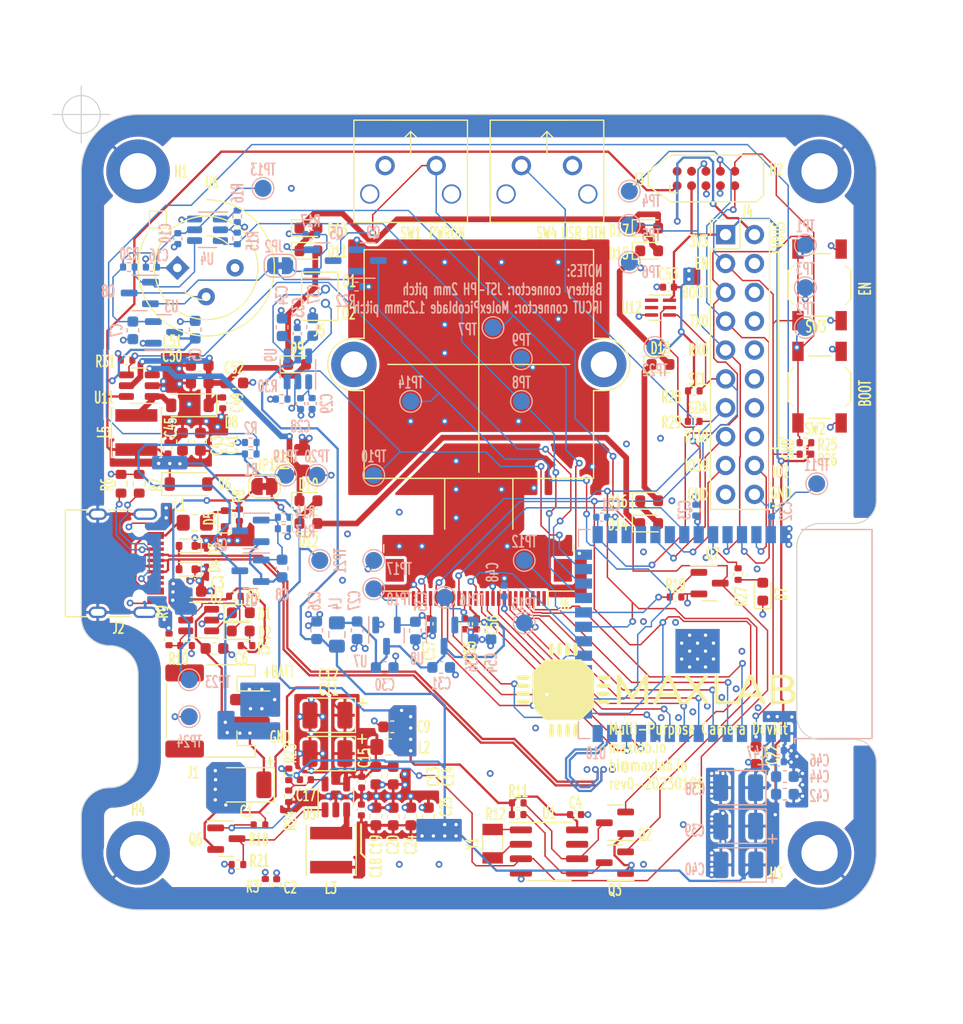
<source format=kicad_pcb>
(kicad_pcb (version 20221018) (generator pcbnew)
  (layers (0 "F.Cu" signal) (1 "In1.Cu" signal) (2 "In2.Cu" signal) (31 "B.Cu" signal) (34 "B.Paste" user) (35 "F.Paste" user) (36 "B.SilkS" user "B.Silkscreen") (37 "F.SilkS" user "F.Silkscreen") (38 "B.Mask" user) (39 "F.Mask" user) (44 "Edge.Cuts" user))
  (net 0 "")
  (net 1 "GND")
  (net 2 "GNDPWR")
  (net 3 "VBUS")
  (net 4 "+BATT")
  (net 5 "/PWR_PIR")
  (net 6 "+3V3")
  (net 7 "/ESP_BOOT")
  (net 8 "/ESP_EN")
  (net 9 "/USR_BTN")
  (net 10 "+2V8")
  (net 11 "+1V2")
  (net 12 "/CAM.PCLK")
  (net 13 "+5V")
  (net 14 "Net-(Q1-S)")
  (net 15 "Net-(Q1-G)")
  (net 16 "/UD-")
  (net 17 "/UD+")
  (net 18 "/TXD0")
  (net 19 "/RXD0")
  (net 20 "/IO38")
  (net 21 "/IO39")
  (net 22 "Net-(D1-A)")
  (net 23 "Net-(D1-K)")
  (net 24 "/CAM.D4")
  (net 25 "/CAM.D3")
  (net 26 "/CAM.D5")
  (net 27 "/CAM.D2")
  (net 28 "/CAM.D6")
  (net 29 "/CAM.D7")
  (net 30 "/CAM.D8")
  (net 31 "/CAM.MCLK")
  (net 32 "/CAM.D9")
  (net 33 "/CAM.HREF")
  (net 34 "/CAM.PWDN")
  (net 35 "/CAM.VSYNC")
  (net 36 "/CAM.RST")
  (net 37 "/CAM.SCL")
  (net 38 "/CAM.SDA")
  (net 39 "Net-(D2-A)")
  (net 40 "Net-(D2-K)")
  (net 41 "Net-(D7-A)")
  (net 42 "Net-(D10-A)")
  (net 43 "Net-(D11-K)")
  (net 44 "Net-(D10-K)")
  (net 45 "Net-(D11-A)")
  (net 46 "Net-(J2-VBUS-PadA4)")
  (net 47 "Net-(J2-CC1)")
  (net 48 "/PWR_EN")
  (net 50 "Net-(J2-CC2)")
  (net 51 "/BATT_DETECT")
  (net 53 "/PIR_CTRL_LE")
  (net 54 "/PIR_CTRL_D")
  (net 55 "/USR_LED")
  (net 56 "/IRCUT_CTRL")
  (net 57 "/IRLED_PWM")
  (net 60 "Net-(J5-Pin_2)")
  (net 61 "/IO2")
  (net 62 "Net-(J5-Pin_1)")
  (net 65 "/PIR_OUT")
  (net 67 "Net-(JP2-B)")
  (net 68 "Net-(JP2-A)")
  (net 69 "Net-(Q2-D)")
  (net 70 "Net-(Q3-D)")
  (net 71 "Net-(Q5-D)")
  (net 72 "Net-(Q6-D)")
  (net 73 "Net-(Q8-G)")
  (net 74 "Net-(Q8-S)")
  (net 75 "Net-(U2-PROG)")
  (net 77 "Net-(U1-OSCO)")
  (net 78 "Net-(U1-OSCI)")
  (net 79 "+3.3VA")
  (net 80 "Net-(Q6-S)")
  (net 81 "Net-(U5-FB)")
  (net 82 "Net-(U9-CE)")
  (net 83 "Net-(D8-K)")
  (net 84 "Net-(D6-A)")
  (net 85 "Net-(D8-A)")
  (net 86 "Net-(D12-A)")
  (net 87 "Net-(D13-K)")
  (net 88 "Net-(D14-A)")
  (net 89 "Net-(D15-K)")
  (net 90 "Net-(D16-A)")
  (net 91 "Net-(D17-K)")
  (net 92 "Net-(U5-LX)")
  (footprint "Capacitor_SMD:C_0603_1608Metric" (layer "F.Cu") (at 106.725 92)
    (fp_text reference "C6")
    (fp_text value "10u_0603_CL10A106KP8NNNC")
  )
  (footprint "MountingHole:MountingHole_3.2mm_M3_DIN965_Pad_TopBottom" (layer "F.Cu") (at 100 110)
    (fp_text reference "H4")
    (fp_text value "M3" hide)
  )
  (footprint "MountingHole:MountingHole_3.2mm_M3_DIN965_Pad_TopBottom" (layer "F.Cu") (at 100 50)
    (fp_text reference "H1")
    (fp_text value "M3" hide)
  )
  (footprint "00-kiml-inductor-smd:L_Sunlord_SWPA40xxS" (layer "F.Cu") (at 117 109.75 -90)
    (fp_text reference "L3")
    (fp_text value "10u_SWPA4030S100MT")
  )
  (footprint "Capacitor_SMD:C_0603_1608Metric" (layer "F.Cu") (at 120.9375 103.187499 -90)
    (fp_text reference "C14")
    (fp_text value "1u_0603_CL10A105KB8NNNC")
  )
  (footprint "Resistor_SMD:R_0603_1608Metric" (layer "F.Cu") (at 100.1 77.5 90)
    (fp_text reference "R7")
    (fp_text value "5.1k_0603_0603WAF5101T5E")
  )
  (footprint "00-kiml-optical:ircut_filter_M12_10mm_noname" (layer "F.Cu") (at 130 67)
    (fp_text reference "REF**" hide)
    (fp_text value "ircut_filter_M12_10mm_noname" hide)
  )
  (footprint "Capacitor_SMD:C_0402_1005Metric" (layer "F.Cu") (at 138.52 106.62)
    (fp_text reference "C4")
    (fp_text value "100n_0402_CL05B104KB54PNC" hide)
  )
  (footprint "Resistor_SMD:R_0402_1005Metric" (layer "F.Cu") (at 108.75 111.02 180)
    (fp_text reference "R21")
    (fp_text value "215k_0402_0402WGD2153TCE" hide)
  )
  (footprint "Resistor_SMD:R_0603_1608Metric" (layer "F.Cu") (at 98.5 77.5 90)
    (fp_text reference "R6")
    (fp_text value "5.1k_0603_0603WAF5101T5E")
  )
  (footprint "Resistor_SMD:R_0402_1005Metric" (layer "F.Cu") (at 110.69 107.53 180)
    (fp_text reference "R18")
    (fp_text value "215k_0402_0402WGD2153TCE" hide)
  )
  (footprint "Diode_SMD:D_SOD-523" (layer "F.Cu") (at 104.3075 82.97 180)
    (fp_text reference "D3")
    (fp_text value "SOD-523_BSD5C051L")
  )
  (footprint "Button_Switch_SMD:SW_SPST_TL3342" (layer "F.Cu") (at 160 69 -90)
    (fp_text reference "SW2")
    (fp_text value "SW_PB_TS-1187A-B-A-B" hide)
  )
  (footprint "Crystal:Crystal_SMD_3215-2Pin_3.2x1.5mm" (layer "F.Cu") (at 131.22 109.18 -90)
    (fp_text reference "Y1")
    (fp_text value "32.768kHz_Q13FC1350000400" hide)
  )
  (footprint "Inductor_SMD:L_0805_2012Metric_Pad1.15x1.40mm_HandSolder" (layer "F.Cu") (at 105 80.93)
    (fp_text reference "L1")
    (fp_text value "0805_FB_220R@100MHz_BLM21PG221SN1D" hide)
  )
  (footprint "Capacitor_SMD:C_0402_1005Metric" (layer "F.Cu") (at 107.45 70.385 -90)
    (fp_text reference "C49")
    (fp_text value "100n_0402_CL05B104KB54PNC" hide)
  )
  (footprint "LED_SMD:LED_0603_1608Metric" (layer "F.Cu") (at 155 87 90)
    (fp_text reference "D7")
    (fp_text value "0603_RED_KT-0603R" hide)
  )
  (footprint "Resistor_SMD:R_0402_1005Metric" (layer "F.Cu") (at 158.76 73.89)
    (fp_text reference "R25")
    (fp_text value "10k_0402_0402WGF1002TCE" hide)
  )
  (footprint "LED_SMD:LED_0603_1608Metric" (layer "F.Cu") (at 109.036487 90.459099)
    (fp_text reference "D2")
    (fp_text value "0603_GREEN_19-217/GHC-YR1S2/3T" hide)
  )
  (footprint "LED_SMD:LED_0603_1608Metric" (layer "F.Cu") (at 115 81)
    (fp_text reference "D12")
    (fp_text value "0603_IR_850nm_E6C0603IRAC1UDA" hide)
  )
  (footprint "Resistor_SMD:R_0402_1005Metric" (layer "F.Cu") (at 109.55 91.75)
    (fp_text reference "R5")
    (fp_text value "1k_0402_0402WGF1001TCE" hide)
  )
  (footprint "00-kiml-capacitor-tantalum:CP_EIA-3528-15_AVX-H" (layer "F.Cu") (at 109.5375 104 180)
    (fp_text reference "C1")
    (fp_text value "100u_CASE-B-3528_TAJB107K006RNJ")
  )
  (footprint "Resistor_SMD:R_0402_1005Metric" (layer "F.Cu") (at 133.42 106.62)
    (fp_text reference "R12")
    (fp_text value "10k_0402_0402WGF1002TCE" hide)
  )
  (footprint "Capacitor_SMD:C_0402_1005Metric" (layer "F.Cu") (at 129.798 89.831 90)
    (fp_text reference "C56")
    (fp_text value "100n_0402_CL05B104KB54PNC" hide)
  )
  (footprint "Resistor_SMD:R_0402_1005Metric" (layer "F.Cu") (at 148.93 69.33)
    (fp_text reference "R28")
    (fp_text value "10k_0402_0402WGF1002TCE" hide)
  )
  (footprint "00-kiml-button-switch-tht:SW_PB_90deg_K2-1102AQ-H4CW-01" (layer "F.Cu") (at 136 49.5 180)
    (fp_text reference "SW4")
    (fp_text value "SW_PB_90deg_K2-1102AQ-H4CW-01" hide)
  )
  (footprint "00-kiml-capacitor-tantalum:CP_EIA-3528-15_AVX-H" (layer "F.Cu") (at 116.675 101.25 180)
    (fp_text reference "C11")
    (fp_text value "100u_CASE-B-3528_TAJB107K006RNJ")
  )
  (footprint "00-kiml-inductor-smd:L_Sunlord_SWPA40xxS" (layer "F.Cu") (at 99.85 72.99 90)
    (fp_text reference "L5")
    (fp_text value "10u_SWPA4030S100MT")
  )
  (footprint "LED_SMD:LED_0603_1608Metric" (layer "F.Cu") (at 115 57)
    (fp_text reference "D11")
    (fp_text value "0603_IR_850nm_E6C0603IRAC1UDA" hide)
  )
  (footprint "Capacitor_SMD:C_0603_1608Metric" (layer "F.Cu") (at 122.38 98.9)
    (fp_text reference "C9")
    (fp_text value "10u_0603_CL10A106KP8NNNC")
  )
  (footprint "Resistor_SMD:R_0402_1005Metric" (layer "F.Cu") (at 108.92 80.26 -90)
    (fp_text reference "R8")
    (fp_text value "10k_0402_0402WGF1002TCE")
  )
  (footprint "00-kiml-connector-jst:JST_PH_S2B-PH-SM4-TB_1x02-1MP_P2.00mm_Horizontal" (layer "F.Cu") (at 107 97.5 -90)
    (fp_text reference "J1")
    (fp_text value "Conn-01x02_P2mm_NONAME_JST-PH_C47647" hide)
  )
  (footprint "Inductor_SMD:L_0805_2012Metric_Pad1.15x1.40mm_HandSolder" (layer "F.Cu") (at 122.05 100.67 180)
    (fp_text reference "L2")
    (fp_text value "0805_FB_220R@100MHz_BLM21PG221SN1D")
  )
  (footprint "LED_SMD:LED_0603_1608Metric" (layer "F.Cu") (at 145 79)
    (fp_text reference "D16")
    (fp_text value "0603_IR_850nm_E6C0603IRAC1UDA" hide)
  )
  (footprint "00-kiml-optical:Broadcom_DFN-6_2x2mm_P0.65mm" (layer "F.Cu") (at 146 62 180)
    (fp_text reference "U12")
    (fp_text value "APDS-9306-065" hide)
  )
  (footprint "Capacitor_SMD:C_0402_1005Metric" (layer "F.Cu") (at 114.73 103.55)
    (fp_text reference "C17")
    (fp_text value "22p_0402_0402CG220J500NT" hide)
  )
  (footprint "Jumper:SolderJumper-2_P1.3mm_Bridged_RoundedPad1.0x1.5mm" (layer "F.Cu") (at 111.12 77.74 180)
    (fp_text reference "JP1")
    (fp_text value "CUT_USB" hide)
  )
  (footprint "LED_SMD:LED_0603_1608Metric" (layer "F.Cu") (at 115 79)
    (fp_text reference "D10")
    (fp_text value "0603_IR_850nm_E6C0603IRAC1UDA" hide)
  )
  (footprint "Resistor_SMD:R_0402_1005Metric" (layer "F.Cu") (at 113.27 103.08 -90)
    (fp_text reference "R23")
    (fp_text value "976k_0402_0402WGD9763TCE" hide)
  )
  (footprint "Capacitor_SMD:C_0603_1608Metric" (layer "F.Cu") (at 103.91 73.8 -90)
    (fp_text reference "C41")
    (fp_text value "10u_0603_CL10A106KP8NNNC")
  )
  (footprint "LED_SMD:LED_0603_1608Metric" (layer "F.Cu") (at 109.048986 88.859099)
    (fp_text reference "D1")
    (fp_text value "0603_RED_KT-0603R" hide)
  )
  (footprint "Capacitor_SMD:C_0402_1005Metric" (layer "F.Cu") (at 146.7 60.2 180)
    (fp_text reference "C53")
    (fp_text value "100n_0402_CL05B104KB54PNC" hide)
  )
  (footprint "Resistor_SMD:R_0402_1005Metric" (layer "F.Cu") (at 113.26 105.01 -90)
    (fp_text reference "R24")
    (fp_text value "215k_0402_0402WGD2153TCE" hide)
  )
  (footprint "Capacitor_SMD:C_0402_1005Metric" (layer "F.Cu") (at 112.2 112.78 -90)
    (fp_text reference "C2")
    (fp_text value "100n_0402_CL05B104KB54PNC" hide)
  )
  (footprint "Package_SO:SOIC-8_3.9x4.9mm_P1.27mm" (layer "F.Cu") (at 136.18 109.87)
    (fp_text reference "U1")
    (fp_text value "PCF8563T/5,518" hide)
  )
  (footprint "Package_TO_SOT_SMD:SOT-23-6" (layer "F.Cu") (at 100.11 68.87 180)
    (fp_text reference "U11")
    (fp_text value "MT9284-28J" hide)
  )
  (footprint "00-kiml-connector-fpc-ffc:Jushuo_AFC01-S24FCC-00_1x24-1MP_P0.50_Horizontal" (layer "F.Cu") (at 130 86 180)
    (fp_text reference "J6")
    (fp_text value "Conn_01x24_FFC_0.5mm_AFC01-S24FCC-00")
  )
  (footprint "LED_SMD:LED_0603_1608Metric" (layer "F.Cu") (at 145 55)
    (fp_text reference "D15")
    (fp_text value "0603_IR_850nm_E6C0603IRAC1UDA" hide)
  )
  (footprint "Package_TO_SOT_SMD:SOT-23" (layer "F.Cu") (at 141.99 107.34 180)
    (fp_text reference "Q2")
    (fp_text value "AO3400A" hide)
  )
  (footprint "Resistor_SMD:R_0402_1005Metric" (layer "F.Cu") (at 111.2 112.8 90)
    (fp_text reference "R3")
    (fp_text value "215k_0402_0402WGD2153TCE" hide)
  )
  (footprint "Diode_SMD:D_SOD-523" (layer "F.Cu") (at 107.63 80.57 90)
    (fp_text reference "D5")
    (fp_text value "SOD-523_BSD5C051L")
  )
  (footprint "LED_SMD:LED_0603_1608Metric" (layer "F.Cu") (at 115 55)
    (fp_text reference "D13")
    (fp_text value "0603_IR_850nm_E6C0603IRAC1UDA" hide)
  )
  (footprint "00-kiml-button-switch-tht:SW_PB_90deg_K2-1102AQ-H4CW-01" (layer "F.Cu") (at 124 49.5 180)
    (fp_text reference "SW1")
    (fp_text value "SW_PB_90deg_K2-1102AQ-H4CW-01" hide)
  )
  (footprint "Button_Switch_SMD:SW_SPST_TL3342" (layer "F.Cu") (at 160 60 -90)
    (fp_text reference "SW3")
    (fp_text value "SW_PB_TS-1187A-B-A-B" hide)
  )
  (footprint "Diode_SMD:D_SOD-123" (layer "F.Cu") (at 104.57 70.6 180)
    (fp_text reference "D8")
    (fp_text value "B5819W-SL_SOD-123")
  )
  (footprint "Capacitor_SMD:C_0603_1608Metric" (layer "F.Cu") (at 105.43 68.64)
    (fp_text reference "C50")
    (fp_text value "1u_0603_CL10A105KB8NNNC")
  )
  (footprint "00-kiml-connector-amphenol:10114829-10102LF" (layer "F.Cu") (at 116 61)
    (fp_text reference "J5")
    (fp_text value "Conn-01x02_P1.25mm_10114829-10102LF" hide)
  )
  (footprint "Resistor_SMD:R_0402_1005Metric" (layer "F.Cu") (at 98.99 66.62)
    (fp_text reference "R31")
    (fp_text value "215k_0402_0402WGD2153TCE" hide)
  )
  (footprint "LED_SMD:LED_0603_1608Metric" (layer "F.Cu") (at 145 57)
    (fp_text reference "D17")
    (fp_text value "0603_IR_850nm_E6C0603IRAC1UDA")
  )
  (footprint "Resistor_SMD:R_0402_1005Metric" (layer "F.Cu") (at 148.92 72.01)
    (fp_text reference "R29")
    (fp_text value "10k_0402_0402WGF1002TCE" hide)
  )
  (footprint "Capacitor_SMD:C_0603_1608Metric" (layer "F.Cu") (at 154.41 101.4 90)
    (fp_text reference "C22")
    (fp_text value "10u_0603_CL10A106KP8NNNC" hide)
  )
  (footprint "Capacitor_SMD:C_0603_1608Metric" (layer "F.Cu") (at 124.012499 106.787499 -90)
    (fp_text reference "C24")
    (fp_text value "10u_0603_CL10A106KP8NNNC")
  )
  (footprint "00-kiml-optical:AS312" (layer "F.Cu") (at 106 58.5)
    (fp_text reference "U6")
    (fp_text value "PIR_AS312")
  )
  (footprint "Capacitor_SMD:C_0603_1608Metric" (layer "F.Cu") (at 120.9375 106.7875 -90)
    (fp_text reference "C19")
    (fp_text value "10u_0603_CL10A106KP8NNNC")
  )
  (footprint "Diode_SMD:D_SOD-523" (layer "F.Cu") (at 104.3075 85.03 180)
    (fp_text reference "D4")
    (fp_text value "SOD-523_BSD5C051L")
  )
  (footprint "Package_TO_SOT_SMD:SOT-23-5" (layer "F.Cu") (at 117.4125 105.0625 90)
    (fp_text reference "U5")
    (fp_text value "SY8089AAAC" hide)
  )
  (footprint "Capacitor_SMD:C_0402_1005Metric" (layer "F.Cu") (at 119.6625 106.2125 -90)
    (fp_text reference "C18")
    (fp_text value "100n_0402_CL05B104KB54PNC")
  )
  (footprint "00-kiml-maxlab-logos:maxlab_logo_full_25mm" (layer "F.Cu") (at 145.8 95.6)
    (fp_text reference "G***" hide)
    (fp_text value "LOGO" hide)
  )
  (footprint "Resistor_SMD:R_0402_1005Metric" (layer "F.Cu") (at 102.725 91.2 90)
    (fp_text reference "R9")
    (fp_text value "10k_0402_0402WGF1002TCE" hide)
  )
  (footprint "Capacitor_SMD:C_0603_1608Metric" (layer "F.Cu") (at 122.462499 106.787499 -90)
    (fp_text reference "C20")
    (fp_text value "10u_0603_CL10A106KP8NNNC")
  )
  (footprint "LED_SMD:LED_0603_1608Metric" (layer "F.Cu") (at 145 81)
    (fp_text reference "D14")
    (fp_text value "0603_IR_850nm_E6C0603IRAC1UDA" hide)
  )
  (footprint "MountingHole:MountingHole_3.2mm_M3_DIN965_Pad_TopBottom" (layer "F.Cu") (at 160 50)
    (fp_text reference "H2")
    (fp_text value "M3" hide)
  )
  (footprint "Capacitor_SMD:C_0603_1608Metric" (layer "F.Cu") (at 122.4625 103.1875 90)
    (fp_text reference "C13")
    (fp_text value "10u_0603_CL10A106KP8NNNC")
  )
  (footprint "Resistor_SMD:R_0402_1005Metric" (layer "F.Cu") (at 133.43 105.59)
    (fp_text reference "R11")
    (fp_text value "10k_0402_0402WGF1002TCE" hide)
  )
  (footprint "Connector_PinHeader_2.54mm:PinHeader_2x10_P2.54mm_Vertical" (layer "F.Cu") (at 151.725 55.575)
    (fp_text reference "J4")
    (fp_text value "Conn-02x10_P2.54mm_B-2100S20P-B110" hide)
  )
  (footprint "Capacitor_SMD:C_0603_1608Metric" (layer "F.Cu") (at 105.425 67.09)
    (fp_text reference "C51")
    (fp_text value "1u_0603_CL10A105KB8NNNC")
  )
  (footprint "Capacitor_SMD:C_0402_1005Metric" (layer "F.Cu") (at 128.782 89.831 90)
    (fp_text reference "C55")
    (fp_text value "100n_0402_CL05B104KB54PNC" hide)
  )
  (footprint "Resistor_SMD:R_0402_1005Metric" (layer "F.Cu") (at 152.83 85.45 -90)
    (fp_text reference "R27")
    (fp_text value "1k_0402_0402WGF1001TCE" hide)
  )
  (footprint "LED_SMD:LED_0603_1608Metric" (layer "F.Cu") (at 146 67)
    (fp_text reference "D18")
    (fp_text value "0603_IR_850nm_E6C0603IRAC1UDA")
  )
  (footprint "Diode_SMD:D_SOD-123" (layer "F.Cu") (at 104.44 77.53)
    (fp_text reference "D6")
    (fp_text value "B5819W-SL_SOD-123")
  )
  (footprint "Resistor_SMD:R_0402_1005Metric" (layer "F.Cu") (at 108.523986 87.409099)
    (fp_text reference "R4")
    (fp_text value "1k_0402_0402WGF1001TCE" hide)
  )
  (footprint "Capacitor_SMD:C_0603_1608Metric" (layer "F.Cu") (at 104.775 86.975 180)
    (fp_text reference "C3")
    (fp_text value "1u_0603_CL10A105KB8NNNC")
  )
  (footprint "Resistor_SMD:R_0402_1005Metric" (layer "F.Cu") (at 104.225 91.75)
    (fp_text reference "R10")
    (fp_text value "10k_0402_0402WGF1002TCE" hide)
  )
  (footprint "LED_SMD:LED_0603_1608Metric" (layer "F.Cu") (at 114 67)
    (fp_text reference "D9")
    (fp_text value "0603_IR_850nm_E6C0603IRAC1UDA" hide)
  )
  (footprint "Package_TO_SOT_SMD:SOT-23" (layer "F.Cu") (at 150.3175 86.25)
    (fp_text reference "Q7")
    (fp_text value "AO3400A" hide)
  )
  (footprint "Connector_USB:USB_C_Receptacle_HRO_TYPE-C-31-M-12" (layer "F.Cu") (at 97.5 84.5 -90)
    (fp_text reference "J2")
    (fp_text value "TYPE-C-31-M-12")
  )
  (footprint "MountingHole:MountingHole_3.2mm_M3_DIN965_Pad_TopBottom" (layer "F.Cu") (at 160 110)
    (fp_text reference "H3")
    (fp_text value "M3" hide)
  )
  (footprint "Capacitor_SMD:C_0603_1608Metric" (layer "F.Cu") (at 105.49 73.805 90)
    (fp_text reference "C43")
    (fp_text value "1u_0603_CL10A105KB8NNNC")
  )
  (footprint "Resistor_SMD:R_0402_1005Metric" (layer "F.Cu") (at 147.32 87.47 180)
    (fp_text reference "R19")
    (fp_text value "215k_0402_0402WGD2153TCE" hide)
  )
  (footprint "Capacitor_SMD:C_0402_1005Metric" (layer "F.Cu") (at 119.6875 103.7675 90)
    (fp_text reference "C15")
    (fp_text value "100n_0402_CL05B104KB54PNC")
  )
  (footprint "Package_TO_SOT_SMD:SOT-23" (layer "F.Cu") (at 107.77 108.74)
    (fp_text reference "Q6")
    (fp_text value "AO3401A" hide)
  )
  (footprint "Resistor_SMD:R_0402_1005Metric" (layer "F.Cu") (at 158.76 74.9)
    (fp_text reference "R26")
    (fp_text value "10k_0402_0402WGF1002TCE" hide)
  )
  (footprint "Capacitor_SMD:C_0402_1005Metric" (layer "F.Cu") (at 125.607 89.831 90)
    (fp_text reference "C57")
    (fp_text value "100n_0402_CL05B104KB54PNC" hide)
  )
  (footprint "Package_TO_SOT_SMD:SOT-23" (layer "F.Cu") (at 141.98 110.85 180)
    (fp_text reference "Q3")
    (fp_text value "AO3400A" hide)
  )
  (footprint "Capacitor_SMD:C_0603_1608Metric" (layer "F.Cu") (at 125.562499 106.787499 -90)
    (fp_text reference "C25")
    (fp_text value "10u_0603_CL10A106KP8NNNC")
  )
  (footprint "Package_TO_SOT_SMD:SOT-23-6" (layer "F.Cu") (at 105.3375 89.499999 180)
    (fp_text reference "U2")
    (fp_text value "TP4057-42-SOT26-R" hide)
  )
  (footprint "Resistor_SMD:R_0805_2012Metric" (layer "F.Cu") (at 114.44 75.42 90)
    (fp_text reference "R32")
    (fp_text value "2.43R_0805_0805W8F243KT5E")
  )
  (footprint "00-kiml-capacitor-tantalum:CP_EIA-3528-15_AVX-H" (layer "F.Cu") (at 116.675 97.875001 180)
    (fp_text reference "C12")
    (fp_text value "100u_CASE-B-3528_TAJB107K006RNJ")
  )
  (footprint "Connector:Tag-Connect_TC2050-IDC-NL_2x05_P1.27mm_Vertical" (layer "F.Cu") (at 150 50.635)
    (fp_text reference "J3")
    (fp_text value "DBG" hide)
  )
  (footprint "Capacitor_SMD:C_0402_1005Metric" (layer "F.Cu") (at 102.63 74.37 -90)
    (fp_text reference "C45")
    (fp_text value "100n_0402_CL05B104KB54PNC" hide)
  )
  (footprint "Capacitor_SMD:C_0603_1608Metric" (layer "F.Cu") (at 108.47 68.63 180)
    (fp_text reference "C52")
    (fp_text value "1u_0603_CL10A105KB8NNNC")
  )
  (footprint "Package_TO_SOT_SMD:SOT-23" (layer "B.Cu") (at 116.24 57.86)
    (fp_text reference "Q5")
    (fp_text value "AO3400A" hide)
  )
  (footprint "00-kiml-capacitor-tantalum:CP_EIA-3528-15_AVX-H" (layer "B.Cu") (at 152.8375 107.6375 180)
    (fp_text reference "C39")
    (fp_text value "100u_CASE-B-3528_TAJB107K006RNJ")
  )
  (footprint "TestPoint:TestPoint_Pad_D1.5mm" (layer "B.Cu") (at 120.75 76.75 180)
    (fp_text reference "TP10")
    (fp_text value "TP")
  )
  (footprint "Resistor_SMD:R_0402_1005Metric" (layer "B.Cu") (at 109.92 73.87 180)
    (fp_text reference "R2")
    (fp_text value "976k_0402_0402WGD9763TCE" hide)
  )
  (footprint "TestPoint:TestPoint_Pad_D1.5mm" (layer "B.Cu") (at 104.5 98 180)
    (fp_text reference "TP24")
    (fp_text value "TP")
  )
  (footprint "Capacitor_SMD:C_0402_1005Metric" (layer "B.Cu") (at 155.76 79.91 90)
    (fp_text reference "C32")
    (fp_text value "100n_0402_CL05B104KB54PNC")
  )
  (footprint "00-kiml-rf-module:ESP32-S3-WROOM-1" (layer "B.Cu") (at 151.72 90.73 90)
    (fp_text reference "U10")
    (fp_text value "ESP32-S3-WROOM-1-N16R8" hide)
  )
  (footprint "TestPoint:TestPoint_Pad_D1.5mm" (layer "B.Cu") (at 120.75 84.25 180)
    (fp_text reference "TP17")
    (fp_text value "TP")
  )
  (footprint "Capacitor_SMD:C_0402_1005Metric" (layer "B.Cu") (at 115.325 70.445 -90)
    (fp_text reference "C29")
    (fp_text value "100n_0402_CL05B104KB54PNC" hide)
  )
  (footprint "Capacitor_SMD:C_0603_1608Metric" (layer "B.Cu") (at 112.685 63.725 -90)
    (fp_text reference "C34")
    (fp_text value "10u_0603_CL10A106KP8NNNC" hide)
  )
  (footprint "Capacitor_SMD:C_0402_1005Metric" (layer "B.Cu") (at 132.2364 86.938 90)
    (fp_text reference "C48")
    (fp_text value "22p_0402_0402CG220J500NT" hide)
  )
  (footprint "TestPoint:TestPoint_Pad_D1.5mm" (layer "B.Cu") (at 134 84.25 180)
    (fp_text reference "TP12")
    (fp_text value "TP")
  )
  (footprint "Resistor_SMD:R_0402_1005Metric" (layer "B.Cu") (at 112.645 70.045)
    (fp_text reference "R30")
    (fp_text value "215k_0402_0402WGD2153TCE" hide)
  )
  (footprint "TestPoint:TestPoint_Pad_D1.5mm" (layer "B.Cu") (at 145.5 65.5 180)
    (fp_text reference "TP22")
    (fp_text value "TP")
  )
  (footprint "Capacitor_SMD:C_0603_1608Metric" (layer "B.Cu") (at 105.03 63.94 -90)
    (fp_text reference "C5")
    (fp_text value "10u_0603_CL10A106KP8NNNC" hide)
  )
  (footprint "Capacitor_SMD:C_0603_1608Metric" (layer "B.Cu") (at 115.375 63.7 -90)
    (fp_text reference "C37")
    (fp_text value "10u_0603_CL10A106KP8NNNC")
  )
  (footprint "Capacitor_SMD:C_0402_1005Metric" (layer "B.Cu") (at 156.375 101.975)
    (fp_text reference "C46")
    (fp_text value "100n_0402_CL05B104KB54PNC" hide)
  )
  (footprint "Package_TO_SOT_SMD:SOT-23" (layer "B.Cu") (at 109.9 85.16 180)
    (fp_text reference "Q1")
    (fp_text value "AO3401A" hide)
  )
  (footprint "Capacitor_SMD:C_0402_1005Metric" (layer "B.Cu") (at 101.17 58.44 180)
    (fp_text reference "C16")
    (fp_text value "100n_0402_CL05B104KB54PNC" hide)
  )
  (footprint "Capacitor_SMD:C_0603_1608Metric" (layer "B.Cu") (at 124.4132 90.4219 -90)
    (fp_text reference "C35")
    (fp_text value "10u_0603_CL10A106KP8NNNC" hide)
  )
  (footprint "Capacitor_SMD:C_0402_1005Metric" (layer "B.Cu") (at 103.5 55.93 -90)
    (fp_text reference "C10")
    (fp_text value "100n_0402_CL05B104KB54PNC" hide)
  )
  (footprint "00-kiml-capacitor-tantalum:CP_EIA-3528-15_AVX-H" (layer "B.Cu") (at 152.85 111.05 180)
    (fp_text reference "C40")
    (fp_text value "100u_CASE-B-3528_TAJB107K006RNJ")
  )
  (footprint "TestPoint:TestPoint_Pad_D1.5mm" (layer "B.Cu") (at 111 51.5 180)
    (fp_text reference "TP13")
    (fp_text value "TP")
  )
  (footprint "Package_TO_SOT_SMD:SOT-23" (layer "B.Cu") (at 126.9402 90.8724 -90)
    (fp_text reference "U8")
    (fp_text value "RT9166-12GVL" hide)
  )
  (footprint "TestPoint:TestPoint_Pad_D1.5mm" (layer "B.Cu") (at 143.25 51.75 180)
    (fp_text reference "TP4")
    (fp_text value "TP")
  )
  (footprint "TestPoint:TestPoint_Pad_D1.5mm" (layer "B.Cu") (at 158.75 56.5 180)
    (fp_text reference "TP1")
    (fp_text value "TP")
  )
  (footprint "Capacitor_SMD:C_0402_1005Metric" (layer "B.Cu") (at 140.82 80.44 180)
    (fp_text reference "C21")
    (fp_text value "100n_0402_CL05B104KB54PNC" hide)
  )
  (footprint "Capacitor_SMD:C_0603_1608Metric" (layer "B.Cu") (at 115.7264 90.3988 90)
    (fp_text reference "C26")
    (fp_text value "10u_0603_CL10A106KP8NNNC")
  )
  (footprint "Resistor_SMD:R_0402_1005Metric" (layer "B.Cu") (at 108.73 53.96 90)
    (fp_text reference "R16")
    (fp_text value "215k_0402_0402WGD2153TCE" hide)
  )
  (footprint "Resistor_SMD:R_0402_1005Metric" (layer "B.Cu") (at 115.25 55.57)
    (fp_text reference "R17")
    (fp_text value "215k_0402_0402WGD2153TCE" hide)
  )
  (footprint "Capacitor_SMD:C_0402_1005Metric" (layer "B.Cu") (at 114.015 64.275 -90)
    (fp_text reference "C33")
    (fp_text value "100n_0402_CL05B104KB54PNC" hide)
  )
  (footprint "Package_TO_SOT_SMD:SOT-23" (layer "B.Cu") (at 102.28 64.18)
    (fp_text reference "U3")
    (fp_text value "XC6206-2.8V" hide)
  )
  (footprint "Capacitor_SMD:C_0402_1005Metric" (layer "B.Cu") (at 156.375 100.975)
    (fp_text reference "C47")
    (fp_text value "100n_0402_CL05B104KB54PNC" hide)
  )
  (footprint "TestPoint:TestPoint_Pad_D1.5mm" (layer "B.Cu") (at 104.5 94.75 180)
    (fp_text reference "TP23")
    (fp_text value "TP")
  )
  (footprint "Jumper:SolderJumper-2_P1.3mm_Bridged_RoundedPad1.0x1.5mm" (layer "B.Cu") (at 112.51 58.31)
    (fp_text reference "JP2")
    (fp_text value "CUT_PIR" hide)
  )
  (footprint "Package_TO_SOT_SMD:SOT-23" (layer "B.Cu") (at 100.15 60.71 180)
    (fp_text reference "Q8")
    (fp_text value "AO3401A")
  )
  (footprint "Package_TO_SOT_SMD:SOT-23-6" (layer "B.Cu") (at 106.11 55.15 180)
    (fp_text reference "U4")
    (fp_text value "SOT-23-6_SN74LVC1G373DBVR_TI" hide)
  )
  (footprint "Resistor_SMD:R_0402_1005Metric" (layer "B.Cu") (at 108.73 55.91 -90)
    (fp_text reference "R15")
    (fp_text value "215k_0402_0402WGD2153TCE" hide)
  )
  (footprint "TestPoint:TestPoint_Pad_D1.5mm" (layer "B.Cu") (at 159.75 77.5 180)
    (fp_text reference "TP11")
    (fp_text value "TP")
  )
  (footprint "Capacitor_SMD:C_0603_1608Metric" (layer "B.Cu") (at 119.2824 90.3988 -90)
    (fp_text reference "C27")
    (fp_text value "10u_0603_CL10A106KP8NNNC")
  )
  (footprint "TestPoint:TestPoint_Pad_D1.5mm" (layer "B.Cu") (at 131.25 63.75 180)
    (fp_text reference "TP7")
    (fp_text value "TP")
  )
  (footprint "TestPoint:TestPoint_Pad_D1.5mm" (layer "B.Cu") (at 113 76.75 180)
    (fp_text reference "TP19")
    (fp_text value "TP")
  )
  (footprint "Resistor_SMD:R_0402_1005Metric" (layer "B.Cu") (at 112.82 81.46)
    (fp_text reference "R13")
    (fp_text value "215k_0402_0402WGD2153TCE" hide)
  )
  (footprint "Resistor_SMD:R_0402_1005Metric" (layer "B.Cu") (at 99.19 58.43)
    (fp_text reference "R20")
    (fp_text value "10k_0402_0402WGF1002TCE")
  )
  (footprint "Resistor_SMD:R_0402_1005Metric" (layer "B.Cu") (at 112.82 80.45 180)
    (fp_text reference "R14")
    (fp_text value "10k_0402_0402WGF1002TCE" hide)
  )
  (footprint "Capacitor_SMD:C_0603_1608Metric" (layer "B.Cu") (at 156.95 104.825)
    (fp_text reference "C42")
    (fp_text value "10u_0603_CL10A106KP8NNNC" hide)
  )
  (footprint "Capacitor_SMD:C_0603_1608Metric" (layer "B.Cu") (at 126.6862 93.6664)
    (fp_text reference "C31")
    (fp_text value "10u_0603_CL10A106KP8NNNC")
  )
  (footprint "TestPoint:TestPoint_Pad_D1.5mm" (layer "B.Cu") (at 158.75 60.25 180)
    (fp_text reference "TP3")
    (fp_text value "TP")
  )
  (footprint "Capacitor_SMD:C_0603_1608Metric" (layer "B.Cu") (at 99.54 64 -90)
    (fp_text reference "C7")
    (fp_text value "10u_0603_CL10A106KP8NNNC" hide)
  )
  (footprint "Capacitor_SMD:C_0402_1005Metric" (layer "B.Cu") (at 149.102 79.826 -90)
    (fp_text reference "C23")
    (fp_text value "100n_0402_CL05B104KB54PNC" hide)
  )
  (footprint "Capacitor_SMD:C_0603_1608Metric" (layer "B.Cu") (at 156.95 103.275)
    (fp_text reference "C44")
    (fp_text value "1u_0603_CL10A105KB8NNNC")
  )
  (footprint "Capacitor_SMD:C_0603_1608Metric" (layer "B.Cu") (at 121.7142 93.6754)
    (fp_text reference "C30")
    (fp_text value "10u_0603_CL10A106KP8NNNC" hide)
  )
  (footprint "TestPoint:TestPoint_Pad_D1.5mm" (layer "B.Cu") (at 133.75 66.5 180)
    (fp_text reference "TP9")
    (fp_text value "TP")
  )
  (footprint "TestPoint:TestPoint_Pad_D1.5mm" (layer "B.Cu") (at 124 70.25 180)
    (fp_text reference "TP14")
    (fp_text value "TP")
  )
  (footprint "Capacitor_SMD:C_0402_1005Metric" (layer "B.Cu") (at 114.305 70.455 -90)
    (fp_text reference "C28")
    (fp_text value "100n_0402_CL05B104KB54PNC" hide)
  )
  (footprint "00-kiml-capacitor-tantalum:CP_EIA-3528-15_AVX-H" (layer "B.Cu") (at 152.825 104.25 180)
    (fp_text reference "C38")
    (fp_text value "100u_CASE-B-3528_TAJB107K006RNJ")
  )
  (footprint "Package_TO_SOT_SMD:SOT-23-6" (layer "B.Cu") (at 114.07 67.39 90)
    (fp_text reference "U9")
    (fp_text value "AP1511B" hide)
  )
  (footprint "Inductor_SMD:L_0805_2012Metric_Pad1.15x1.40mm_HandSolder" (layer "B.Cu") (at 117.5044 90.7708 90)
    (fp_text reference "L4")
    (fp_text value "0805_FB_220R@100MHz_BLM21PG221SN1D")
  )
  (footprint "TestPoint:TestPoint_Pad_D1.5mm" (layer "B.Cu") (at 158.75 63.75 180)
    (fp_text reference "TP2")
    (fp_text value "TP")
  )
  (footprint "TestPoint:TestPoint_Pad_D1.5mm" (layer "B.Cu") (at 120.75 86.75 180)
    (fp_text reference "TP18")
    (fp_text value "TP")
  )
  (footprint "TestPoint:TestPoint_Pad_D1.5mm" (layer "B.Cu") (at 115.75 76.75 180)
    (fp_text reference "TP20")
    (fp_text value "TP")
  )
  (footprint "Capacitor_SMD:C_0603_1608Metric" (layer "B.Cu") (at 129.5122 90.4129 -90)
    (fp_text reference "C36")
    (fp_text value "10u_0603_CL10A106KP8NNNC" hide)
  )
  (footprint "TestPoint:TestPoint_Pad_D1.5mm" (layer "B.Cu") (at 143.25 54.75 180)
    (fp_text reference "TP5")
    (fp_text value "TP")
  )
  (footprint "Resistor_SMD:R_0402_1005Metric" (layer "B.Cu") (at 119.23 60.15 180)
    (fp_text reference "R22")
    (fp_text value "215k_0402_0402WGD2153TCE" hide)
  )
  (footprint "TestPoint:TestPoint_Pad_D1.5mm" (layer "B.Cu") (at 134 89.75 180)
    (fp_text reference "TP15")
    (fp_text value "TP")
  )
  (footprint "Capacitor_SMD:C_0603_1608Metric" (layer "B.Cu") (at 112.68 84.96 -90)
    (fp_text reference "C8")
    (fp_text value "10u_0603_CL10A106KP8NNNC" hide)
  )
  (footprint "Capacitor_SMD:C_0603_1608Metric" (layer "B.Cu") (at 131.068 90.4152 -90)
    (fp_text reference "C54")
    (fp_text value "10u_0603_CL10A106KP8NNNC" hide)
  )
  (footprint "Package_TO_SOT_SMD:SOT-23" (layer "B.Cu") (at 121.8732 90.8724 -90)
    (fp_text reference "U7")
    (fp_text value "XC6206-2.8V" hide)
  )
  (footprint "Package_TO_SOT_SMD:SOT-23" (layer "B.Cu") (at 120.21 57.85)
    (fp_text reference "Q9")
    (fp_text value "AO3400A" hide)
  )
  (footprint "TestPoint:TestPoint_Pad_D1.5mm" (layer "B.Cu") (at 143.25 58 180)
    (fp_text reference "TP6")
    (fp_text value "TP")
  )
  (footprint "TestPoint:TestPoint_Pad_D1.5mm" (layer "B.Cu") (at 116 84.25 180)
    (fp_text reference "TP21")
    (fp_text value "TP")
  )
  (footprint "TestPoint:TestPoint_Pad_D1.5mm" (layer "B.Cu") (at 133.75 70.25 180)
    (fp_text reference "TP8")
    (fp_text value "TP")
  )
  (footprint "Resistor_SMD:R_0402_1005Metric" (layer "B.Cu") (at 109.92 74.88)
    (fp_text reference "R1")
    (fp_text value "976k_0402_0402WGD9763TCE" hide)
  )
  (footprint "TestPoint:TestPoint_Pad_D1.5mm" (layer "B.Cu") (at 127 87.5 180)
    (fp_text reference "TP16")
    (fp_text value "TP")
  )
  (footprint "Package_TO_SOT_SMD:SOT-23" (layer "B.Cu") (at 109.9 81.65 180)
    (fp_text reference "Q4")
    (fp_text value "AO3401A" hide)
  )
  (gr_line (start 156.388 57.112) (end 156.388 74.384) (stroke (width 0.1778)) (layer "F.SilkS"))
  (gr_line (start 156.388 74.384) (end 155.88 74.384) (stroke (width 0.1778)) (layer "F.SilkS"))
  (gr_line (start 155.88 79.464) (end 156.388 79.464) (stroke (width 0.1778)) (layer "F.SilkS"))
  (gr_line (start 155.88 57.112) (end 156.388 57.112) (stroke (width 0.1778)) (layer "F.SilkS"))
  (gr_line (start 119.63 110.03) (end 119.63 107.47) (stroke (width 0.1778)) (layer "F.SilkS"))
  (gr_line (start 120.05 110.45) (end 119.63 110.03) (stroke (width 0.1778)) (layer "F.SilkS"))
  (gr_line (start 156.75 73.5) (end 156.5 73.5) (stroke (width 0.1778)) (layer "F.SilkS"))
  (gr_arc (start 160 45) (mid 163.535534 46.464466) (end 165 50) (stroke (width 0.1)) (layer "Edge.Cuts"))
  (gr_arc (start 97.5 91.75) (mid 95.732233 91.017767) (end 95 89.25) (stroke (width 0.1)) (layer "Edge.Cuts"))
  (gr_line (start 165 102) (end 165 110) (stroke (width 0.1)) (layer "Edge.Cuts"))
  (gr_line (start 100 45) (end 160 45) (stroke (width 0.1)) (layer "Edge.Cuts"))
  (gr_arc (start 160 100) (mid 158.585786 99.414214) (end 158 98) (stroke (width 0.1)) (layer "Edge.Cuts"))
  (gr_arc (start 95 106.75) (mid 95.732233 104.982233) (end 97.5 104.25) (stroke (width 0.1)) (layer "Edge.Cuts"))
  (gr_line (start 162.999999 80.999999) (end 160 80.999999) (stroke (width 0.1)) (layer "Edge.Cuts"))
  (gr_arc (start 95 50) (mid 96.464466 46.464466) (end 100 45) (stroke (width 0.1)) (layer "Edge.Cuts"))
  (gr_arc (start 163 100) (mid 164.414214 100.585786) (end 165 102) (stroke (width 0.1)) (layer "Edge.Cuts"))
  (gr_line (start 95 89.25) (end 95 50) (stroke (width 0.1)) (layer "Edge.Cuts"))
  (gr_arc (start 97.5 91.75) (mid 99.267767 92.482233) (end 100 94.25) (stroke (width 0.1)) (layer "Edge.Cuts"))
  (gr_arc (start 158 83) (mid 158.585786 81.585786) (end 160 81) (stroke (width 0.1)) (layer "Edge.Cuts"))
  (gr_line (start 160 100) (end 163 100) (stroke (width 0.1)) (layer "Edge.Cuts"))
  (gr_arc (start 165 110) (mid 163.535534 113.535534) (end 160 115) (stroke (width 0.1)) (layer "Edge.Cuts"))
  (gr_line (start 100 101.75) (end 100 94.25) (stroke (width 0.1)) (layer "Edge.Cuts"))
  (gr_line (start 95 106.75) (end 95 110) (stroke (width 0.1)) (layer "Edge.Cuts"))
  (gr_line (start 165 50) (end 165 78.999999) (stroke (width 0.1)) (layer "Edge.Cuts"))
  (gr_arc (start 100 115) (mid 96.464466 113.535534) (end 95 110) (stroke (width 0.1)) (layer "Edge.Cuts"))
  (gr_line (start 160 115) (end 100 115) (stroke (width 0.1)) (layer "Edge.Cuts"))
  (gr_arc (start 100 101.75) (mid 99.267767 103.517767) (end 97.5 104.25) (stroke (width 0.1)) (layer "Edge.Cuts"))
  (gr_arc (start 164.999999 78.999999) (mid 164.414213 80.414213) (end 162.999999 80.999999) (stroke (width 0.1)) (layer "Edge.Cuts"))
  (gr_line (start 158 83) (end 158 98) (stroke (width 0.1)) (layer "Edge.Cuts"))
  (gr_text locked "NOTES:\nBattery connector: JST-PH 2mm pitch\nIRCUT connector: MolexPicoblade 1.25mm pitch \n" (at 140.97 60.39) (layer "B.SilkS") (effects (font (size 1 0.6)) (justify left mirror)))
  (gr_text "BOOT" (at 164.008 68.288 90) (layer "F.SilkS") (effects (font (size 1 0.6)) (justify right)))
  (gr_text "SDA" (at 150.23 70.828) (layer "F.SilkS") (effects (font (size 1 0.6)) (justify right)))
  (gr_text "3V3" (at 150.29 56.16) (layer "F.SilkS") (effects (font (size 1 0.6)) (justify right)))
  (gr_text "GND" (at 156.61 78.33) (layer "F.SilkS") (effects (font (size 1 0.6))))
  (gr_text "EN" (at 150.292 58.128) (layer "F.SilkS") (effects (font (size 1 0.6)) (justify right)))
  (gr_text "O2" (at 117.85 63.11) (layer "F.SilkS") (effects (font (size 1 0.6) (thickness 0.15) bold) (justify left bottom)))
  (gr_text "VBUS" (at 156.388 55.588 90) (layer "F.SilkS") (effects (font (size 1 0.6))))
  (gr_text "EN" (at 164.008 59.652 90) (layer "F.SilkS") (effects (font (size 1 0.6)) (justify right)))
  (gr_text "IO39" (at 150.292 75.908) (layer "F.SilkS") (effects (font (size 1 0.6)) (justify right)))
  (gr_text "IO2" (at 156.58 76.45) (layer "F.SilkS") (effects (font (size 1 0.6))))
  (gr_text "SCL" (at 150.18 68.305) (layer "F.SilkS") (effects (font (size 1 0.6)) (justify right)))
  (gr_text "BOOT\n" (at 150.292 60.668) (layer "F.SilkS") (effects (font (size 1 0.6)) (justify right)))
  (gr_text "Multi-Purpose Camera Devkit\nmaxlab.io\nhi@maxlab.io\nrev0-20230106" (at 141.35 101.49) (layer "F.SilkS") (effects (font (size 1 0.7)) (justify left)))
  (gr_text "O1" (at 117.89 60.26) (layer "F.SilkS") (effects (font (size 1 0.6) (thickness 0.15) bold) (justify left bottom)))
  (gr_text "RX0" (at 150.292 65.748) (layer "F.SilkS") (effects (font (size 1 0.6)) (justify right)))
  (gr_text "TX0" (at 150.292 63.208) (layer "F.SilkS") (effects (font (size 1 0.6)) (justify right)))
  (gr_text "+BATT" (at 110.88 94.63) (layer "F.SilkS") (effects (font (size 1 0.6) (thickness 0.15) bold) (justify left bottom)))
  (gr_text "IO38" (at 150.292 73.368) (layer "F.SilkS") (effects (font (size 1 0.6)) (justify right)))
  (gr_text "GND" (at 157.23 74.46 90) (layer "F.SilkS") (effects (font (size 1 0.6))))
  (gr_text "GND" (at 111.5 100.38) (layer "F.SilkS") (effects (font (size 1 0.6) (thickness 0.15) bold) (justify left bottom)))
  (gr_text "GND" (at 150.292 78.448) (layer "F.SilkS") (effects (font (size 1 0.6)) (justify right)))
  (target plus (at 95 45) (size 5) (width 0.1) (layer "Edge.Cuts"))
  (segment (start 161.325 72.15) (end 160.95 72.525) (width 0.127) (layer "F.Cu") (net 1))
  (segment (start 112.2 112.3) (end 112.2 111.75) (width 0.127) (layer "F.Cu") (net 1))
  (segment (start 105 82.25) (end 105 82.9625) (width 0.127) (layer "F.Cu") (net 1))
  (segment (start 161.325 56.85) (end 161.025 56.55) (width 0.127) (layer "F.Cu") (net 1))
  (segment (start 161.9 65.85) (end 161.325 65.85) (width 0.127) (layer "F.Cu") (net 1))
  (segment (start 125.012499 106.012499) (end 125 106) (width 0.127) (layer "F.Cu") (net 1))
  (segment (start 148.35 87.2) (end 148.1 87.2) (width 0.127) (layer "F.Cu") (net 1))
  (segment (start 125.562499 106.012499) (end 125.012499 106.012499) (width 0.127) (layer "F.Cu") (net 1))
  (segment (start 114.44 74.12) (end 115.07 73.49) (width 0.5) (layer "F.Cu") (net 1))
  (segment (start 113.26 105.52) (end 113.78 105) (width 0.127) (layer "F.Cu") (net 1))
  (segment (start 110.06 68.63) (end 110.11 68.58) (width 0.25) (layer "F.Cu") (net 1))
  (segment (start 129.31 90.311) (end 129.31 90.55) (width 0.127) (layer "F.Cu") (net 1))
  (segment (start 99.5185 80.9715) (end 99.19 81.3) (width 0.127) (layer "F.Cu") (net 1))
  (segment (start 103.11 73.89) (end 102.63 73.89) (width 0.5) (layer "F.Cu") (net 1))
  (segment (start 105.0075 85.03) (end 105.0075 85.6825) (width 0.127) (layer "F.Cu") (net 1))
  (segment (start 129.31 90.311) (end 128.782 90.311) (width 0.127) (layer "F.Cu") (net 1))
  (segment (start 102.725 90.225) (end 102.7 90.2) (width 0.127) (layer "F.Cu") (net 1))
  (segment (start 103.91 73.09) (end 103.11 73.89) (width 0.5) (layer "F.Cu") (net 1))
  (segment (start 124.012499 106.012499) (end 123.512499 106.012499) (width 0.127) (layer "F.Cu") (net 1))
  (segment (start 102.228237 68.485458) (end 102.229838 68.485458) (width 0.127) (layer "F.Cu") (net 1))
  (segment (start 131.25 87.6) (end 131.25 86.55) (width 0.127) (layer "F.Cu") (net 1))
  (segment (start 151.27 51.27) (end 151.27 51.91) (width 0.127) (layer "F.Cu") (net 1))
  (segment (start 154.41 102.175) (end 153.905 102.175) (width 0.127) (layer "F.Cu") (net 1))
  (segment (start 105.956715 89.499999) (end 105.621692 89.835022) (width 0.127) (layer "F.Cu") (net 1))
  (segment (start 122.462499 106.012499) (end 122.012499 106.012499) (width 0.127) (layer "F.Cu") (net 1))
  (segment (start 121.325 98.9) (end 120.8 98.375) (width 0.127) (layer "F.Cu") (net 1))
  (segment (start 148.35 87.2) (end 148.35 87.975) (width 0.127) (layer "F.Cu") (net 1))
  (segment (start 105.0075 85.6825) (end 105.35 86.025) (width 0.127) (layer "F.Cu") (net 1))
  (segment (start 98.48 66.269062) (end 98.240938 66.03) (width 0.127) (layer "F.Cu") (net 1))
  (segment (start 129.28 90.58) (end 129.051 90.58) (width 0.127) (layer "F.Cu") (net 1))
  (segment (start 129.798 90.311) (end 129.31 90.311) (width 0.127) (layer "F.Cu") (net 1))
  (segment (start 123.512499 106.012499) (end 123.5 106) (width 0.127) (layer "F.Cu") (net 1))
  (segment (start 98.48 66.62) (end 98.48 66.269062) (width 0.127) (layer "F.Cu") (net 1))
  (segment (start 101.725 81.25) (end 102.475 80.5) (width 0.127) (layer "F.Cu") (net 1))
  (segment (start 104.735 91.75) (end 104.735 92.415) (width 0.127) (layer "F.Cu") (net 1))
  (segment (start 145.2125 62.65) (end 144.22 62.65) (width 0.127) (layer "F.Cu") (net 1))
  (segment (start 114.44 74.5075) (end 114.44 74.12) (width 0.5) (layer "F.Cu") (net 1))
  (segment (start 133.705 111.775) (end 133.705 112.265) (width 0.127) (layer "F.Cu") (net 1))
  (segment (start 161.9 63.15) (end 161 63.15) (width 0.127) (layer "F.Cu") (net 1))
  (segment (start 108.24 111.02) (end 108.24 111.56) (width 0.127) (layer "F.Cu") (net 1))
  (segment (start 111.2 112.29) (end 111.2 111.7) (width 0.127) (layer "F.Cu") (net 1))
  (segment (start 153.905 102.175) (end 153.74 102.01) (width 0.127) (layer "F.Cu") (net 1))
  (segment (start 161.9 56.85) (end 161.325 56.85) (width 0.127) (layer "F.Cu") (net 1))
  (segment (start 98.5 76.675) (end 97.65 76.675) (width 0.127) (layer "F.Cu") (net 1))
  (segment (start 149.38 87.2) (end 148.35 87.2) (width 0.127) (layer "F.Cu") (net 1))
  (segment (start 105.0075 85.03) (end 105.0075 85.6675) (width 0.127) (layer "F.Cu") (net 1))
  (segment (start 97.65 76.675) (end 97.625 76.65) (width 0.127) (layer "F.Cu") (net 1))
  (segment (start 102.3 88.575) (end 102.3 88.5) (width 0.127) (layer "F.Cu") (net 1))
  (segment (start 148.1 87.2) (end 147.83 87.47) (width 0.127) (layer "F.Cu") (net 1))
  (segment (start 102.234026 69.150065) (end 101.953961 68.87) (width 0.127) (layer "F.Cu") (net 1))
  (segment (start 129.529 90.58) (end 129.798 90.311) (width 0.127) (layer "F.Cu") (net 1))
  (segment (start 161.9 72.15) (end 161.325 72.15) (width 0.127) (layer "F.Cu") (net 1))
  (segment (start 109.245 68.63) (end 110.06 68.63) (width 0.25) (layer "F.Cu") (net 1))
  (segment (start 124.75 87.6) (end 124.75 86.85) (width 0.127) (layer "F.Cu") (net 1))
  (segment (start 98.5 76.675) (end 100.1 76.675) (width 0.127) (layer "F.Cu") (net 1))
  (segment (start 106.986752 89.499999) (end 107.306655 89.180096) (width 0.127) (layer "F.Cu") (net 1))
  (segment (start 148.35 87.975) (end 148.375 88) (width 0.127) (layer "F.Cu") (net 1))
  (segment (start 101.2665 80.9715) (end 99.5185 80.9715) (width 0.127) (layer "F.Cu") (net 1))
  (segment (start 155 87.7875) (end 155 89) (width 0.127) (layer "F.Cu") (net 1))
  (segment (start 125.607 90.493) (end 125.21 90.89) (width 0.127) (layer "F.Cu") (net 1))
  (segment (start 161.325 65.85) (end 161.125 65.65) (width 0.127) (layer "F.Cu") (net 1))
  (segment (start 139 106.62) (end 139.61 106.62) (width 0.127) (layer "F.Cu") (net 1))
  (segment (start 144.22 62.65) (end 144.1 62.77) (width 0.127) (layer "F.Cu") (net 1))
  (segment (start 101.2665 88.0285) (end 99.3285 88.0285) (width 0.127) (layer "F.Cu") (net 1))
  (segment (start 113.78 105) (end 116.75 105) (width 0.127) (layer "F.Cu") (net 1))
  (segment (start 114.44 74.5075) (end 114.44 73.4) (width 0.5) (layer "F.Cu") (net 1))
  (segment (start 102.725 90.69) (end 102.725 90.225) (width 0.127) (layer "F.Cu") (net 1))
  (segment (start 131.25 86.55) (end 131.225 86.525) (width 0.127) (layer "F.Cu") (net 1))
  (segment (start 101.545 87.75) (end 101.2665 88.0285) (width 0.127) (layer "F.Cu") (net 1))
  (segment (start 145.69 60.2) (end 145.67 60.18) (width 0.127) (layer "F.Cu") (net 1))
  (segment (start 129.31 90.55) (end 129.28 90.58) (width 0.127) (layer "F.Cu") (net 1))
  (segment (start 122.012499 106.012499) (end 122 106) (width 0.127) (layer "F.Cu") (net 1))
  (segment (start 104.735 92.415) (end 104.7 92.45) (width 0.127) (layer "F.Cu") (net 1))
  (segment (start 107.65 111.02) (end 107.61 110.98) (width 0.127) (layer "F.Cu") (net 1))
  (segment (start 101.843695 68.87) (end 102.228237 68.485458) (width 0.127) (layer "F.Cu") (net 1))
  (segment (start 161 63.15) (end 160.975 63.125) (width 0.127) (layer "F.Cu") (net 1))
  (segment (start 107.7 92) (end 108.25 92.55) (width 0.127) (layer "F.Cu") (net 1))
  (segment (start 101.545 81.25) (end 101.2665 80.9715) (width 0.127) (layer "F.Cu") (net 1))
  (segment (start 102.3 88.5) (end 101.55 87.75) (width 0.127) (layer "F.Cu") (net 1))
  (segment (start 105.0075 85.6675) (end 104.6 86.075) (width 0.127) (layer "F.Cu") (net 1))
  (segment (start 106.3 86.975) (end 106.35 86.925) (width 0.127) (layer "F.Cu") (net 1))
  (segment (start 129.051 90.58) (end 128.782 90.311) (width 0.127) (layer "F.Cu") (net 1))
  (segment (start 120.5 106) (end 120.925 106) (width 0.127) (layer "F.Cu") (net 1))
  (segment (start 101.953961 68.87) (end 101.2475 68.87) (width 0.127) (layer "F.Cu") (net 1))
  (segment (start 105.325 86.05) (end 105.35 86.025) (width 0.127) (layer "F.Cu") (net 1))
  (segment (start 150 51.27) (end 150 51.96) (width 0.127) (layer "F.Cu") (net 1))
  (segment (start 108.24 111.02) (end 107.65 111.02) (width 0.127) (layer "F.Cu") (net 1))
  (segment (start 146.22 60.2) (end 145.69 60.2) (width 0.127) (layer "F.Cu") (net 1))
  (segment (start 105.55 86.975) (end 105.55 86.225) (width 0.127) (layer "F.Cu") (net 1))
  (segment (start 105.55 86.225) (end 105.35 86.025) (width 0.127) (layer "F.Cu") (net 1))
  (segment (start 151.27 51.91) (end 151.24 51.94) (width 0.127) (layer "F.Cu") (net 1))
  (segment (start 133.705 112.265) (end 133.73 112.29) (width 0.127) (layer "F.Cu") (net 1))
  (segment (start 108.24 111.56) (end 108.225 111.575) (width 0.127) (layer "F.Cu") (net 1))
  (segment (start 99.3285 88.0285) (end 99.3 88) (width 0.127) (layer "F.Cu") (net 1))
  (segment (start 129.28 90.58) (end 129.529 90.58) (width 0.127) (layer "F.Cu") (net 1))
  (segment (start 150 51.96) (end 150.04 52) (width 0.127) (layer "F.Cu") (net 1))
  (segment (start 124.75 86.85) (end 124.275 86.375) (width 0.127) (layer "F.Cu") (net 1))
  (segment (start 105.55 86.975) (end 106.3 86.975) (width 0.127) (layer "F.Cu") (net 1))
  (via (at 153.74 102.01) (size 0.6) (drill 0.3) (layers "F.Cu" "B.Cu") (net 1))
  (via (at 123.5 104) (size 0.6) (drill 0.3) (layers "F.Cu" "B.Cu") (net 1))
  (via (at 134.85 77.87) (size 0.6) (drill 0.3) (layers "F.Cu" "B.Cu") (net 1))
  (via (at 123.469205 103.05) (size 0.6) (drill 0.3) (layers "F.Cu" "B.Cu") (net 1))
  (via (at 108 82.5) (size 0.6) (drill 0.3) (layers "F.Cu" "B.Cu") (net 1))
  (via (at 117 76.75) (size 0.6) (drill 0.3) (layers "F.Cu" "B.Cu") (net 1))
  (via (at 121 105) (size 0.6) (drill 0.3) (layers "F.Cu" "B.Cu") (net 1))
  (via (at 106.8 104.4) (size 0.6) (drill 0.3) (layers "F.Cu" "B.Cu") (net 1))
  (via (at 122.68 92.66) (size 0.6) (drill 0.3) (layers "F.Cu" "B.Cu") (net 1))
  (via (at 115.375 62.27) (size 0.6) (drill 0.3) (layers "F.Cu" "B.Cu") (net 1))
  (via (at 113.5 51.5) (size 0.6) (drill 0.3) (layers "F.Cu" "B.Cu") (net 1))
  (via (at 157.5 102) (size 0.6) (drill 0.3) (layers "F.Cu" "B.Cu") (net 1))
  (via (at 151.5 109) (size 0.6) (drill 0.3) (layers "F.Cu" "B.Cu") (net 1))
  (via (at 105.35 86.025) (size 0.6) (drill 0.3) (layers "F.Cu" "B.Cu") (net 1))
  (via (at 124 105) (size 0.6) (drill 0.3) (layers "F.Cu" "B.Cu") (net 1))
  (via (at 132 78) (size 0.6) (drill 0.3) (layers "F.Cu" "B.Cu") (net 1))
  (via (at 128 75.5) (size 0.6) (drill 0.3) (layers "F.Cu" "B.Cu") (net 1))
  (via (at 146 73.5) (size 0.6) (drill 0.3) (layers "F.Cu" "B.Cu") (net 1))
  (via (at 129.521504 91.818538) (size 0.6) (drill 0.3) (layers "F.Cu" "B.Cu") (net 1))
  (via (at 99.3 88) (size 0.6) (drill 0.3) (layers "F.Cu" "B.Cu") (net 1))
  (via (at 127.95 94.325) (size 0.6) (drill 0.3) (layers "F.Cu" "B.Cu") (net 1))
  (via (at 109.38 54.91) (size 0.6) (drill 0.3) (layers "F.Cu" "B.Cu") (net 1))
  (via (at 150.5 111.9255) (size 0.6) (drill 0.3) (layers "F.Cu" "B.Cu") (net 1))
  (via (at 154.584483 97.218483) (size 0.6) (drill 0.3) (layers "F.Cu" "B.Cu") (net 1))
  (via (at 151.24 51.94) (size 0.6) (drill 0.3) (layers "F.Cu" "B.Cu") (net 1))
  (via (at 99.19 81.3) (size 0.6) (drill 0.3) (layers "F.Cu" "B.Cu") (net 1))
  (via (at 114.34 71.48) (size 0.6) (drill 0.3) (layers "F.Cu" "B.Cu") (net 1))
  (via (at 105 82.25) (size 0.6) (drill 0.3) (layers "F.Cu" "B.Cu") (net 1))
  (via (at 115.07 73.49) (size 0.6) (drill 0.3) (layers "F.Cu" "B.Cu") (net 1))
  (via (at 123 105) (size 0.6) (drill 0.3) (layers "F.Cu" "B.Cu") (net 1))
  (via (at 108.25 92.55) (size 0.6) (drill 0.3) (layers "F.Cu" "B.Cu") (net 1))
  (via (at 120 92) (size 0.6) (drill 0.3) (layers "F.Cu" "B.Cu") (net 1))
  (via (at 155 89) (size 0.6) (drill 0.3) (layers "F.Cu" "B.Cu") (net 1))
  (via (at 100.44 65.14) (size 0.6) (drill 0.3) (layers "F.Cu" "B.Cu") (net 1))
  (via (at 102.3 88.575) (size 0.6) (drill 0.3) (layers "F.Cu" "B.Cu") (net 1))
  (via (at 107.725 105.775) (size 0.6) (drill 0.3) (layers "F.Cu" "B.Cu") (net 1))
  (via (at 105.621692 89.835022) (size 0.6) (drill 0.3) (layers "F.Cu" "B.Cu") (net 1))
  (via (at 158 101.5) (size 0.6) (drill 0.3) (layers "F.Cu" "B.Cu") (net 1))
  (via (at 115.25 102.7676) (size 0.6) (drill 0.3) (layers "F.Cu" "B.Cu") (net 1))
  (via (at 103 72) (size 0.6) (drill 0.3) (layers "F.Cu" "B.Cu") (net 1))
  (via (at 111.65 70.06) (size 0.6) (drill 0.3) (layers "F.Cu" "B.Cu") (net 1))
  (via (at 112.025 96.5) (size 0.6) (drill 0.3) (layers "F.Cu" "B.Cu") (net 1))
  (via (at 152.658 95.546) (size 0.6) (drill 0.3) (layers "F.Cu" "B.Cu") (net 1))
  (via (at 150.118 97.07) (size 0.6) (drill 0.3) (layers "F.Cu" "B.Cu") (net 1))
  (via (at 145.67 60.18) (size 0.6) (drill 0.3) (layers "F.Cu" "B.Cu") (net 1))
  (via (at 115 90) (size 0.6) (drill 0.3) (layers "F.Cu" "B.Cu") (net 1))
  (via (at 114.015 63.28) (size 0.6) (drill 0.3) (layers "F.Cu" "B.Cu") (net 1))
  (via (at 120.8 98.375) (size 0.6) (drill 0.3) (layers "F.Cu" "B.Cu") (net 1))
  (via (at 146.054 98.086) (size 0.6) (drill 0.3) (layers "F.Cu" "B.Cu") (net 1))
  (via (at 114.44 73.4) (size 0.6) (drill 0.3) (layers "F.Cu" "B.Cu") (net 1))
  (via (at 157.5 101) (size 0.6) (drill 0.3) (layers "F.Cu" "B.Cu") (net 1))
  (via (at 151.5 103) (size 0.6) (drill 0.3) (layers "F.Cu" "B.Cu") (net 1))
  (via (at 102.234026 69.150065) (size 0.6) (drill 0.3) (layers "F.Cu" "B.Cu") (net 1))
  (via (at 148 107.5) (size 0.6) (drill 0.3) (layers "F.Cu" "B.Cu") (net 1))
  (via (at 97.625 76.65) (size 0.6) (drill 0.3) (layers "F.Cu" "B.Cu") (net 1))
  (via (at 124.275 86.375) (size 0.6) (drill 0.3) (layers "F.Cu" "B.Cu") (net 1))
  (via (at 160.975 63.125) (size 0.6) (drill 0.3) (layers "F.Cu" "B.Cu") (net 1))
  (via (at 107.61 110.98) (size 0.6) (drill 0.3) (layers "F.Cu" "B.Cu") (net 1))
  (via (at 102.475 80.5) (size 0.6) (drill 0.3) (layers "F.Cu" "B.Cu") (net 1))
  (via (at 150 84) (size 0.6) (drill 0.3) (layers "F.Cu" "B.Cu") (net 1))
  (via (at 110.9 95.6) (size 0.6) (drill 0.3) (layers "F.Cu" "B.Cu") (net 1))
  (via (at 157.562335 98.028074) (size 0.6) (drill 0.3) (layers "F.Cu" "B.Cu") (net 1))
  (via (at 98.240938 66.03) (size 0.6) (drill 0.3) (layers "F.Cu" "B.Cu") (net 1))
  (via (at 122 106) (size 0.6) (drill 0.3) (layers "F.Cu" "B.Cu") (net 1))
  (via (at 127 63.5) (size 0.6) (drill 0.3) (layers "F.Cu" "B.Cu") (net 1))
  (via (at 147.324 89.704) (size 0.6) (drill 0.3) (layers "F.Cu" "B.Cu") (net 1))
  (via (at 137 63) (size 0.6) (drill 0.3) (layers "F.Cu" "B.Cu") (net 1))
  (via (at 103.657168 68.719501) (size 0.6) (drill 0.3) (layers "F.Cu" "B.Cu") (net 1))
  (via (at 106.8 105.325) (size 0.6) (drill 0.3) (layers "F.Cu" "B.Cu") (net 1))
  (via (at 127 58) (size 0.6) (drill 0.3) (layers "F.Cu" "B.Cu") (net 1))
  (via (at 117.75 105) (size 0.6) (drill 0.3) (layers "F.Cu" "B.Cu") (net 1))
  (via (at 150.5 104) (size 0.6) (drill 0.3) (layers "F.Cu" "B.Cu") (net 1))
  (via (at 128 80.5) (size 0.6) (drill 0.3) (layers "F.Cu" "B.Cu") (net 1))
  (via (at 150.04 52) (size 0.6) (drill 0.3) (layers "F.Cu" "B.Cu") (net 1))
  (via (at 144.25 58.5) (size 0.6) (drill 0.3) (layers "F.Cu" "B.Cu") (net 1))
  (via (at 158.5 105) (size 0.6) (drill 0.3) (layers "F.Cu" "B.Cu") (net 1))
  (via (at 116 89) (size 0.6) (drill 0.3) (layers "F.Cu" "B.Cu") (net 1))
  (via (at 105.75 85) (size 0.6) (drill 0.3) (layers "F.Cu" "B.Cu") (net 1))
  (via (at 141.999146 80.422111) (size 0.6) (drill 0.3) (layers "F.Cu" "B.Cu") (net 1))
  (via (at 150.5 103) (size 0.6) (drill 0.3) (layers "F.Cu" "B.Cu") (net 1))
  (via (at 147.578 98.086) (size 0.6) (drill 0.3) (layers "F.Cu" "B.Cu") (net 1))
  (via (at 121.5 104) (size 0.6) (drill 0.3) (layers "F.Cu" "B.Cu") (net 1))
  (via (at 106 72) (size 0.6) (drill 0.3) (layers "F.Cu" "B.Cu") (net 1))
  (via (at 109.8 95.6) (size 0.6) (drill 0.3) (layers "F.Cu" "B.Cu") (net 1))
  (via (at 135 99) (size 0.6) (drill 0.3) (layers "F.Cu" "B.Cu") (net 1))
  (via (at 104.7 92.45) (size 0.6) (drill 0.3) (layers "F.Cu" "B.Cu") (net 1))
  (via (at 106.8 102.75) (size 0.6) (drill 0.3) (layers "F.Cu" "B.Cu") (net 1))
  (via (at 115.25 99.5) (size 0.6) (drill 0.3) (layers "F.Cu" "B.Cu") (net 1))
  (via (at 130.29 91.21) (size 0.6) (drill 0.3) (layers "F.Cu" "B.Cu") (net 1))
  (via (at 113.1 56.625) (size 0.6) (drill 0.3) (layers "F.Cu" "B.Cu") (net 1))
  (via (at 111.2 111.7) (size 0.6) (drill 0.3) (layers "F.Cu" "B.Cu") (net 1))
  (via (at 155.5 98) (size 0.6) (drill 0.3) (layers "F.Cu" "B.Cu") (net 1))
  (via (at 104.5 72) (size 0.6) (drill 0.3) (layers "F.Cu" "B.Cu") (net 1))
  (via (at 123 111) (size 0.6) (drill 0.3) (layers "F.Cu" "B.Cu") (net 1))
  (via (at 102.7 90.2) (size 0.6) (drill 0.3) (layers "F.Cu" "B.Cu") (net 1))
  (via (at 134.75 67.25) (size 0.6) (drill 0.3) (layers "F.Cu" "B.Cu") (net 1))
  (via (at 123 80) (size 0.6) (drill 0.3) (layers "F.Cu" "B.Cu") (net 1))
  (via (at 160.95 72.525) (size 0.6) (drill 0.3) (layers "F.Cu" "B.Cu") (net 1))
  (via (at 140 76) (size 0.6) (drill 0.3) (layers "F.Cu" "B.Cu") (net 1))
  (via (at 120.5 106) (size 0.6) (drill 0.3) (layers "F.Cu" "B.Cu") (net 1))
  (via (at 141.75 102.65) (size 0.6) (drill 0.3) (layers "F.Cu" "B.Cu") (net 1))
  (via (at 120.3 60.16) (size 0.6) (drill 0.3) (layers "F.Cu" "B.Cu") (net 1))
  (via (at 124 72) (size 0.6) (drill 0.3) (layers "F.Cu" "B.Cu") (net 1))
  (via (at 109.9 97.3) (size 0.6) (drill 0.3) (layers "F.Cu" "B.Cu") (net 1))
  (via (at 144.498138 89.629123) (size 0.6) (drill 0.3) (layers "F.Cu" "B.Cu") (net 1))
  (via (at 158.5 104) (size 0.6) (drill 0.3) (layers "F.Cu" "B.Cu") (net 1))
  (via (at 158.5 103) (size 0.6) (drill 0.3) (layers "F.Cu" "B.Cu") (net 1))
  (via (at 126.5 111) (size 0.6) (drill 0.3) (layers "F.Cu" "B.Cu") (net 1))
  (via (at 116.25 98) (size 0.6) (drill 0.3) (layers "F.Cu" "B.Cu") (net 1))
  (via (at 150.5 110) (size 0.6) (drill 0.3) (layers "F.Cu" "B.Cu") (net 1))
  (via (at 150.5 107) (size 0.6) (drill 0.3) (layers "F.Cu" "B.Cu") (net 1))
  (via (at 123 83) (size 0.6) (drill 0.3) (layers "F.Cu" "B.Cu") (net 1))
  (via (at 103.25 98) (size 0.6) (drill 0.3) (layers "F.Cu" "B.Cu") (net 1))
  (via (at 107.3235 71.61) (size 0.6) (drill 0.3) (layers "F.Cu" "B.Cu") (net 1))
  (via (at 115 89) (size 0.6) (drill 0.3) (layers "F.Cu" "B.Cu") (net 1))
  (via (at 134.97 90.12) (size 0.6) (drill 0.3) (layers "F.Cu" "B.Cu") (net 1))
  (via (at 133.73 112.29) (size 0.6) (drill 0.3) (layers "F.Cu" "B.Cu") (net 1))
  (via (at 131.225 86.525) (size 0.6) (drill 0.3) (layers "F.Cu" "B.Cu") (net 1))
  (via (at 103.61887 67.366501) (size 0.6) (drill 0.3) (layers "F.Cu" "B.Cu") (net 1))
  (via (at 144.1 62.77) (size 0.6) (drill 0.3) (layers "F.Cu" "B.Cu") (net 1))
  (via (at 108.8 73.86) (size 0.6) (drill 0.3) (layers "F.Cu" "B.Cu") (net 1))
  (via (at 150.5 111) (size 0.6) (drill 0.3) (layers "F.Cu" "B.Cu") (net 1))
  (via (at 112.2 111.75) (size 0.6) (drill 0.3) (layers "F.Cu" "B.Cu") (net 1))
  (via (at 125 83) (size 0.6) (drill 0.3) (layers "F.Cu" "B.Cu") (net 1))
  (via (at 124.46 91.89) (size 0.6) (drill 0.3) (layers "F.Cu" "B.Cu") (net 1))
  (via (at 128 78) (size 0.6) (drill 0.3) (layers "F.Cu" "B.Cu") (net 1))
  (via (at 103.18 56.66) (size 0.6) (drill 0.3) (layers "F.Cu" "B.Cu") (net 1))
  (via (at 125 106) (size 0.6) (drill 0.3) (layers "F.Cu" "B.Cu") (net 1))
  (via (at 132.5 83) (size 0.6) (drill 0.3) (layers "F.Cu" "B.Cu") (net 1))
  (via locked (at 107.25 82.5) (size 0.6) (drill 0.3) (layers "F.Cu" "B.Cu") (net 1))
  (via (at 104.6 86.075) (size 0.6) (drill 0.3) (layers "F.Cu" "B.Cu") (net 1))
  (via (at 102.475 79.625) (size 0.6) (drill 0.3) (layers "F.Cu" "B.Cu") (net 1))
  (via (at 110.11 68.58) (size 0.6) (drill 0.3) (layers "F.Cu" "B.Cu") (net 1))
  (via (at 98.7 64.86) (size 0.6) (drill 0.3) (layers "F.Cu" "B.Cu") (net 1))
  (via (at 100.67 57.71) (size 0.6) (drill 0.3) (layers "F.Cu" "B.Cu") (net 1))
  (via (at 112.6 62.25) (size 0.6) (drill 0.3) (layers "F.Cu" "B.Cu") (net 1))
  (via (at 132 58) (size 0.6) (drill 0.3) (layers "F.Cu" "B.Cu") (net 1))
  (via (at 118 86) (size 0.6) (drill 0.3) (layers "F.Cu" "B.Cu") (net 1))
  (via (at 154.5 85) (size 0.6) (drill 0.3) (layers "F.Cu" "B.Cu") (net 1))
  (via (at 107.306655 89.180096) (size 0.6) (drill 0.3) (layers "F.Cu" "B.Cu") (net 1))
  (via (at 108.225 111.575) (size 0.6) (drill 0.3) (layers "F.Cu" "B.Cu") (net 1))
  (via (at 114.25 101.25) (size 0.6) (drill 0.3) (layers "F.Cu" "B.Cu") (net 1))
  (via (at 148.99 78.65) (size 0.6) (drill 0.3) (layers "F.Cu" "B.Cu") (net 1))
  (via (at 121.39 89.89) (size 0.6) (drill 0.3) (layers "F.Cu" "B.Cu") (net 1))
  (via (at 157.325 81.45) (size 0.6) (drill 0.3) (layers "F.Cu" "B.Cu") (net 1))
  (via (at 118.75 105) (size 0.6) (drill 0.3) (layers "F.Cu" "B.Cu") (net 1))
  (via (at 106 82.5) (size 0.6) (drill 0.3) (layers "F.Cu" "B.Cu") (net 1))
  (via (at 161.025 56.55) (size 0.6) (drill 0.3) (layers "F.Cu" "B.Cu") (net 1))
  (via (at 122 105) (size 0.6) (drill 0.3) (layers "F.Cu" "B.Cu") (net 1))
  (via (at 115.28 71.42) (size 0.6) (drill 0.3) (layers "F.Cu" "B.Cu") (net 1))
  (via (at 137 58) (size 0.6) (drill 0.3) (layers "F.Cu" "B.Cu") (net 1))
  (via (at 153.166 92.244) (size 0.6) (drill 0.3) (layers "F.Cu" "B.Cu") (net 1))
  (via (at 150.5 105) (size 0.6) (drill 0.3) (layers "F.Cu" "B.Cu") (net 1))
  (via (at 150.5 108) (size 0.6) (drill 0.3) (layers "F.Cu" "B.Cu") (net 1))
  (via (at 144.5 83.5) (size 0.6) (drill 0.3) (layers "F.Cu" "B.Cu") (net 1))
  (via (at 151.5 106.5) (size 0.6) (drill 0.3) (layers "F.Cu" "B.Cu") (net 1))
  (via (at 139.525 102.65) (size 0.6) (drill 0.3) (layers "F.Cu" "B.Cu") (net 1))
  (via (at 113.1738 82.155053) (size 0.6) (drill 0.3) (layers "F.Cu" "B.Cu") (net 1))
  (via (at 158.75 61.25) (size 0.6) (drill 0.3) (layers "F.Cu" "B.Cu") (net 1))
  (via (at 143 74) (size 0.6) (drill 0.3) (layers "F.Cu" "B.Cu") (net 1))
  (via (at 120.25 85) (size 0.6) (drill 0.3) (layers "F.Cu" "B.Cu") (net 1))
  (via (at 119 92) (size 0.6) (drill 0.3) (layers "F.Cu" "B.Cu") (net 1))
  (via (at 116.25 101.25) (size 0.6) (drill 0.3) (layers "F.Cu" "B.Cu") (net 1))
  (via (at 120 105) (size 0.6) (drill 0.3) (layers "F.Cu" "B.Cu") (net 1))
  (via (at 115.25 96.5) (size 0.6) (drill 0.3) (layers "F.Cu" "B.Cu") (net 1))
  (via (at 104.5 70.5) (size 0.6) (drill 0.3) (layers "F.Cu" "B.Cu") (net 1))
  (via (at 106.825 103.55) (size 0.6) (drill 0.3) (layers "F.Cu" "B.Cu") (net 1))
  (via (at 102.229838 68.485458) (size 0.6) (drill 0.3) (layers "F.Cu" "B.Cu") (net 1))
  (via (at 125.93 90.88) (size 0.6) (drill 0.3) (layers "F.Cu" "B.Cu") (net 1))
  (via (at 107 72.5) (size 0.6) (drill 0.3) (layers "F.Cu" "B.Cu") (net 1))
  (via (at 125.21 90.89) (size 0.6) (drill 0.3) (layers "F.Cu" "B.Cu") (net 1))
  (via (at 131 103) (size 0.6) (drill 0.3) (layers "F.Cu" "B.Cu") (net 1))
  (via (at 113.525 70.85) (size 0.6) (drill 0.3) (layers "F.Cu" "B.Cu") (net 1))
  (via (at 157.3 82.15) (size 0.6) (drill 0.3) (layers "F.Cu" "B.Cu") (net 1))
  (via (at 147 79) (size 0.6) (drill 0.3) (layers "F.Cu" "B.Cu") (net 1))
  (via (at 131.04 91.77) (size 0.6) (drill 0.3) (layers "F.Cu" "B.Cu") (net 1))
  (via (at 116.75 105) (size 0.6) (drill 0.3) (layers "F.Cu" "B.Cu") (net 1))
  (via (at 132.25 85.825) (size 0.6) (drill 0.3) (layers "F.Cu" "B.Cu") (net 1))
  (via (at 144.5 111) (size 0.6) (drill 0.3) (layers "F.Cu" "B.Cu") (net 1))
  (via (at 119.26 56.05) (size 0.6) (drill 0.3) (layers "F.Cu" "B.Cu") (net 1))
  (via (at 133.5 72) (size 0.6) (drill 0.3) (layers "F.Cu" "B.Cu") (net 1))
  (via (at 108.75 82.5) (size 0.6) (drill 0.3) (layers "F.Cu" "B.Cu") (net 1))
  (via (at 123.5 58) (size 0.6) (drill 0.3) (layers "F.Cu" "B.Cu") (net 1))
  (via (at 129.28 90.58) (size 0.6) (drill 0.3) (layers "F.Cu" "B.Cu") (net 1))
  (via (at 127 72) (size 0.6) (drill 0.3) (layers "F.Cu" "B.Cu") (net 1))
  (via (at 151.388 96.308) (size 0.6) (drill 0.3) (layers "F.Cu" "B.Cu") (net 1))
  (via (at 118.44 81.92) (size 0.6) (drill 0.3) (layers "F.Cu" "B.Cu") (net 1))
  (via (at 156.2719 98.000069) (size 0.6) (drill 0.3) (layers "F.Cu" "B.Cu") (net 1))
  (via (at 148.848 97.578) (size 0.6) (drill 0.3) (layers "F.Cu" "B.Cu") (net 1))
  (via (at 103.84 54.28) (size 0.6) (drill 0.3) (layers "F.Cu" "B.Cu") (net 1))
  (via (at 113.3 55.5) (size 0.6) (drill 0.3) (layers "F.Cu" "B.Cu") (net 1))
  (via (at 127 66) (size 0.6) (drill 0.3) (layers "F.Cu" "B.Cu") (net 1))
  (via (at 102.3 89.45) (size 0.6) (drill 0.3) (layers "F.Cu" "B.Cu") (net 1))
  (via (at 148.375 88) (size 0.6) (drill 0.3) (layers "F.Cu" "B.Cu") (net 1))
  (via (at 106.35 86.925) (size 0.6) (drill 0.3) (layers "F.Cu" "B.Cu") (net 1))
  (via (at 123.5 106) (size 0.6) (drill 0.3) (layers "F.Cu" "B.Cu") (net 1))
  (via (at 103.72 63.23) (size 0.6) (drill 0.3) (layers "F.Cu" "B.Cu") (net 1))
  (via (at 161.125 65.65) (size 0.6) (drill 0.3) (layers "F.Cu" "B.Cu") (net 1))
  (via (at 114.25 98) (size 0.6) (drill 0.3) (layers "F.Cu" "B.Cu") (net 1))
  (via (at 139.61 106.62) (size 0.6) (drill 0.3) (layers "F.Cu" "B.Cu") (net 1))
  (via (at 110.9 97.3) (size 0.6) (drill 0.3) (layers "F.Cu" "B.Cu") (net 1))
  (via (at 157.3 82.85) (size 0.6) (drill 0.3) (layers "F.Cu" "B.Cu") (net 1))
  (segment (start 120.29 60.15) (end 120.3 60.16) (width 0.127) (layer "B.Cu") (net 1))
  (segment (start 113.8045 70.4345) (end 113.8045 70.5705) (width 0.127) (layer "B.Cu") (net 1))
  (segment (start 104.9725 54.2) (end 103.92 54.2) (width 0.127) (layer "B.Cu") (net 1))
  (segment (start 134.37 90.12) (end 134.97 90.12) (width 0.127) (layer "B.Cu") (net 1))
  (segment (start 108.73 54.47) (end 109.17 54.91) (width 0.127) (layer "B.Cu") (net 1))
  (segment (start 115 89) (end 115.1026 89) (width 0.127) (layer "B.Cu") (net 1))
  (segment (start 115.1026 89) (end 115.7264 89.6238) (width 0.127) (layer "B.Cu") (net 1))
  (segment (start 115.75 76.75) (end 117 76.75) (width 0.127) (layer "B.Cu") (net 1))
  (segment (start 127.4612 93.8362) (end 127.95 94.325) (width 0.127) (layer "B.Cu") (net 1))
  (segment (start 130.29 91.21) (end 130.2702 91.1902) (width 0.127) (layer "B.Cu") (net 1))
  (segment (start 125.9902 90.8198) (end 125.93 90.88) (width 0.127) (layer "B.Cu") (net 1))
  (segment (start 129.5122 91.809234) (end 129.521504 91.818538) (width 0.127) (layer "B.Cu") (net 1))
  (segment (start 107.2475 55.15) (end 108.05 55.15) (width 0.127) (layer "B.Cu") (net 1))
  (segment (start 132.2364 85.8386) (end 132.25 85.825) (width 0.127) (layer "B.Cu") (net 1))
  (segment (start 131.068 91.1902) (end 130.3098 91.1902) (width 0.127) (layer "B.Cu") (net 1))
  (segment (start 116 89.3502) (end 116 89) (width 0.127) (layer "B.Cu") (net 1))
  (segment (start 115.3762 89.6238) (end 115 90) (width 0.127) (layer "B.Cu") (net 1))
  (segment (start 120.9681 89.89) (end 121.39 89.89) (width 0.127) (layer "B.Cu") (net 1))
  (segment (start 115.325 71.375) (end 115.28 71.42) (width 0.127) (layer "B.Cu") (net 1))
  (segment (start 108.18 55.15) (end 108.43 55.4) (width 0.127) (layer "B.Cu") (net 1))
  (segment (start 120.75 84.5) (end 120.25 85) (width 0.127) (layer "B.Cu") (net 1))
  (segment (start 113.33 81.998853) (end 113.1738 82.155053) (width 0.127) (layer "B.Cu") (net 1))
  (segment (start 122.4892 93.6754) (end 122.68 93.4846) (width 0.127) (layer "B.Cu") (net 1))
  (segment (start 115.325 70.925) (end 115.325 71.375) (width 0.127) (layer "B.Cu") (net 1))
  (segment (start 103.92 54.2) (end 103.84 54.28) (width 0.127) (layer "B.Cu") (net 1))
  (segment (start 133.75 66.5) (end 134.5 67.25) (width 0.127) (layer "B.Cu") (net 1))
  (segment (start 125.92 90.89) (end 125.93 90.88) (width 0.127) (layer "B.Cu") (net 1))
  (segment (start 131.068 91.1902) (end 131.068 91.742) (width 0.127) (layer "B.Cu") (net 1))
  (segment (start 115.3025 56.91) (end 113.385 56.91) (width 0.127) (layer "B.Cu") (net 1))
  (segment (start 125.21 90.89) (end 124.7201 90.89) (width 0.127) (layer "B.Cu") (net 1))
  (segment (start 113.8045 70.5705) (end 113.525 70.85) (width 0.127) (layer "B.Cu") (net 1))
  (segment (start 114.305 70.935) (end 114.305 71.445) (width 0.127) (layer "B.Cu") (net 1))
  (segment (start 108.43 55.4) (end 108.73 55.4) (width 0.127) (layer "B.Cu") (net 1))
  (segment (start 119.2824 91.2824) (end 120 92) (width 0.127) (layer "B.Cu") (net 1))
  (segment (start 114.015 63.795) (end 114.015 63.28) (width 0.127) (layer "B.Cu") (net 1))
  (segment (start 104.965 63.23) (end 103.72 63.23) (width 0.127) (layer "B.Cu") (net 1))
  (segment (start 111.665 70.045) (end 111.65 70.06) (width 0.127) (layer "B.Cu") (net 1))
  (segment (start 131.068 91.742) (end 131.04 91.77) (width 0.127) (layer "B.Cu") (net 1))
  (segment (start 143.75 58) (end 144.25 58.5) (width 0.127) (layer "B.Cu") (net 1))
  (segment (start 124.4132 91.1969) (end 124.4132 91.8432) (width 0.127) (layer "B.Cu") (net 1))
  (segment (start 141.981257 80.44) (end 141.999146 80.422111) (width 0.127) (layer "B.Cu") (net 1))
  (segment (start 125.9902 89.9349) (end 125.9902 90.8198) (width 0.127) (layer "B.Cu") (net 1))
  (segment (start 130.3098 91.1902) (end 130.29 91.21) (width 0.127) (layer "B.Cu") (net 1))
  (segment (start 130.2702 91.1902) (end 129.5145 91.1902) (width 0.127) (layer "B.Cu") (net 1))
  (segment (start 155.22 79.39) (end 155.72 79.39) (width 0.127) (layer "B.Cu") (net 1))
  (segment (start 101.3325 65.14) (end 100.44 65.14) (width 0.127) (layer "B.Cu") (net 1))
  (segment (start 114.07 68.5275) (end 113.8045 68.793) (width 0.127) (layer "B.Cu") (net 1))
  (segment (start 113.37 55.57) (end 113.3 55.5) (width 0.127) (layer "B.Cu") (net 1))
  (segment (start 119.26 56.8875) (end 119.26 56.05) (width 0.127) (layer "B.Cu") (net 1))
  (segment (start 119.74 60.15) (end 120.29 60.15) (width 0.127) (layer "B.Cu") (net 1))
  (segment (start 113.8045 68.793) (end 113.8045 70.4345) (width 0.127) (layer "B.Cu") (net 1))
  (segment (start 157.3 82.15) (end 157.3 82.85) (width 0.127) (layer "B.Cu") (net 1))
  (segment (start 154.265 78.435) (end 155.22 79.39) (width 0.127) (layer "B.Cu") (net 1))
  (segment (start 109.17 54.91) (end 109.38 54.91) (width 0.127) (layer "B.Cu") (net 1))
  (segment (start 134.5 67.25) (end 134.75 67.25) (width 0.127) (layer "B.Cu") (net 1))
  (segment (start 113.8045 70.4345) (end 114.305 70.935) (width 0.127) (layer "B.Cu") (net 1))
  (segment (start 109.41 73.87) (end 108.81 73.87) (width 0.127) (layer "B.Cu") (net 1))
  (segment (start 108.73 55.4) (end 109.22 54.91) (width 0.127) (layer "B.Cu") (net 1))
  (segment (start 129.5122 91.1879) (end 129.5122 91.809234) (width 0.127) (layer "B.Cu") (net 1))
  (segment (start 112.135 70.045) (end 111.665 70.045) (width 0.127) (layer "B.Cu") (net 1))
  (segment (start 122.68 93.4846) (end 122.68 92.66) (width 0.127) (layer "B.Cu") (net 1))
  (segment (start 103.43 56.41) (end 103.18 56.66) (width 0.127) (layer "B.Cu") (net 1))
  (segment (start 108.81 73.87) (end 108.8 73.86) (width 0.127) (layer "B.Cu") (net 1))
  (segment (start 132.2364 86.458) (end 132.2364 85.8386) (width 0.127) (layer "B.Cu") (net 1))
  (segment (start 119.2824 91.7176) (end 119 92) (width 0.127) (layer "B.Cu") (net 1))
  (segment (start 112.685 62.95) (end 112.685 62.335) (width 0.127) (layer "B.Cu") (net 1))
  (segment (start 112.685 62.335) (end 112.6 62.25) (width 0.127) (layer "B.Cu") (net 1))
  (segment (start 104.5 98) (end 103.25 98) (width 0.127) (layer "B.Cu") (net 1))
  (segment (start 125.21 90.89) (end 125.92 90.89) (width 0.127) (layer "B.Cu") (net 1))
  (segment (start 113.33 81.46) (end 113.33 81.998853) (width 0.127) (layer "B.Cu") (net 1))
  (segment (start 113.385 56.91) (end 113.1 56.625) (width 0.127) (layer "B.Cu") (net 1))
  (segment (start 149.102 79.346) (end 149.102 78.762) (width 0.127) (layer "B.Cu") (net 1))
  (segment (start 100.67 58.42) (end 100.67 57.71) (width 0.127) (layer "B.Cu") (net 1))
  (segment (start 119.2824 91.1738) (end 119.2824 91.7176) (width 0.127) (layer "B.Cu") (net 1))
  (segment (start 108.05 55.15) (end 108.73 54.47) (width 0.127) (layer "B.Cu") (net 1))
  (segment (start 109.22 54.91) (end 109.38 54.91) (width 0.127) (layer "B.Cu") (net 1))
  (segment (start 107.2475 55.15) (end 108.18 55.15) (width 0.127) (layer "B.Cu") (net 1))
  (segment (start 158.75 60.25) (end 158.75 61.25) (width 0.127) (layer "B.Cu") (net 1))
  (segment (start 99.54 64.775) (end 98.785 64.775) (width 0.127) (layer "B.Cu") (net 1))
  (segment (start 124.4132 91.8432) (end 124.46 91.89) (width 0.127) (layer "B.Cu") (net 1))
  (segment (start 114.305 71.445) (end 114.34 71.48) (width 0.127) (layer "B.Cu") (net 1))
  (segment (start 141.3 80.44) (end 141.981257 80.44) (width 0.127) (layer "B.Cu") (net 1))
  (segment (start 114.74 55.57) (end 113.37 55.57) (width 0.127) (layer "B.Cu") (net 1))
  (segment (start 98.785 64.775) (end 98.7 64.86) (width 0.127) (layer "B.Cu") (net 1))
  (segment (start 115.375 62.925) (end 115.375 62.27) (width 0.127) (layer "B.Cu") (net 1))
  (segment (start 149.102 78.762) (end 148.99 78.65) (width 0.127) (layer "B.Cu") (net 1))
  (segment (start 124 100) (end 123.745 100) (width 0.2032) (layer "F.Cu") (net 3))
  (segment (start 152.815 54.125) (end 151.95 54.125) (width 0.2032) (layer "F.Cu") (net 3))
  (segment (start 102.795 75.725) (end 102.795 77.525) (width 0.2032) (layer "F.Cu") (net 3))
  (segment (start 97.3 68.4) (end 97.3 70.775) (width 0.2032) (layer "F.Cu") (net 3))
  (segment (start 123.155 98.9) (end 123.155 100.59) (width 0.2032) (layer "F.Cu") (net 3))
  (segment (start 97.52 74.5) (end 97.53 74.49) (width 0.2032) (layer "F.Cu") (net 3))
  (segment (start 132.91 106.62) (end 132.91 105.6) (width 0.2032) (layer "F.Cu") (net 3))
  (segment (start 97.3 74.28) (end 97.52 74.5) (width 0.2032) (layer "F.Cu") (net 3))
  (segment (start 97.55 68.4) (end 97.3 68.4) (width 0.2032) (layer "F.Cu") (net 3))
  (segment (start 141.4 48.275) (end 107.325 48.275) (width 0.2032) (layer "F.Cu") (net 3))
  (segment (start 99.675 61.675) (end 97.3 64.05) (width 0.2032) (layer "F.Cu") (net 3))
  (segment (start 124 101.89) (end 124.33 102.22) (width 0.2032) (layer "F.Cu") (net 3))
  (segment (start 97.3 70.775) (end 97.3 74.28) (width 0.2032) (layer "F.Cu") (net 3))
  (segment (start 124.33 102.22) (end 128.34 102.22) (width 0.2032) (layer "F.Cu") (net 3))
  (segment (start 123.745 100) (end 123.075 100.67) (width 0.2032) (layer "F.Cu") (net 3))
  (segment (start 147.46 51.27) (end 147.066301 51.663699) (width 0.2032) (layer "F.Cu") (net 3))
  (segment (start 151.9 54.125) (end 150.625 52.85) (width 0.2032) (layer "F.Cu") (net 3))
  (segment (start 97.73 68.43855) (end 97.61145 68.43855) (width 0.2032) (layer "F.Cu") (net 3))
  (segment (start 135.1414 105.0414) (end 136.72 106.62) (width 0.2032) (layer "F.Cu") (net 3))
  (segment (start 97.6 68.45) (end 97.55 68.4) (width 0.2032) (layer "F.Cu") (net 3))
  (segment (start 151.95 54.125) (end 151.9 54.125) (width 0.2032) (layer "F.Cu") (net 3))
  (segment (start 147.46 51.27) (end 147.46 54.385) (width 0.2032) (layer "F.Cu") (net 3))
  (segment (start 147.066301 51.663699) (end 144.788699 51.663699) (width 0.2032) (layer "F.Cu") (net 3))
  (segment (start 131.71 105.59) (end 132.92 105.59) (width 0.2032) (layer "F.Cu") (net 3))
  (segment (start 102.705 75.815) (end 102.795 75.725) (width 0.2032) (layer "F.Cu") (net 3))
  (segment (start 102.775 75.745) (end 103.685 75.745) (width 0.2032) (layer "F.Cu") (net 3))
  (segment (start 99.675 55.925) (end 99.675 61.675) (width 0.2032) (layer "F.Cu") (net 3))
  (segment (start 136.72 106.62) (end 138.04 106.62) (width 0.2032) (layer "F.Cu") (net 3))
  (segment (start 101.84 75.69) (end 101.815 75.715) (width 0.2032) (layer "F.Cu") (net 3))
  (segment (start 99.85 74.49) (end 101.82 74.49) (width 0.2032) (layer "F.Cu") (net 3))
  (segment (start 97.3 64.05) (end 97.3 68.4) (width 0.2032) (layer "F.Cu") (net 3))
  (segment (start 138.655 107.235) (end 138.04 106.62) (width 0.2032) (layer "F.Cu") (net 3))
  (segment (start 147.46 54.385) (end 147.475 54.4) (width 0.2032) (layer "F.Cu") (net 3))
  (segment (start 97.53 74.49) (end 99.85 74.49) (width 0.2032) (layer "F.Cu") (net 3))
  (segment (start 97.3 69.85) (end 97.3 70.775) (width 0.2032) (layer "F.Cu") (net 3))
  (segment (start 97.61145 68.43855) (end 97.6 68.45) (width 0.2032) (layer "F.Cu") (net 3))
  (segment (start 107.325 48.275) (end 99.675 55.925) (width 0.2032) (layer "F.Cu") (net 3))
  (segment (start 98.9725 69.82) (end 97.33 69.82) (width 0.2032) (layer "F.Cu") (net 3))
  (segment (start 97.33 69.82) (end 97.3 69.85) (width 0.2032) (layer "F.Cu") (net 3))
  (segment (start 101.82 74.49) (end 102.34 75.01) (width 0.2032) (layer "F.Cu") (net 3))
  (segment (start 154.265 55.575) (end 152.815 54.125) (width 0.2032) (layer "F.Cu") (net 3))
  (segment (start 124 101) (end 124 101.89) (width 0.2032) (layer "F.Cu") (net 3))
  (segment (start 138.655 107.965) (end 138.655 107.235) (width 0.2032) (layer "F.Cu") (net 3))
  (segment (start 144.788699 51.663699) (end 141.4 48.275) (width 0.2032) (layer "F.Cu") (net 3))
  (segment (start 132.92 105.59) (end 133.4686 105.0414) (width 0.2032) (layer "F.Cu") (net 3))
  (segment (start 128.34 102.22) (end 131.71 105.59) (width 0.2032) (layer "F.Cu") (net 3))
  (segment (start 133.4686 105.0414) (end 135.1414 105.0414) (width 0.2032) (layer "F.Cu") (net 3))
  (segment (start 123.2 97.45) (end 123.2 98.855) (width 0.2032) (layer "F.Cu") (net 3))
  (via (at 124 99) (size 0.6) (drill 0.3) (layers "F.Cu" "B.Cu") (net 3))
  (via (at 103.685 75.745) (size 0.6) (drill 0.3) (layers "F.Cu" "B.Cu") (net 3))
  (via (at 101.815 75.715) (size 0.6) (drill 0.3) (layers "F.Cu" "B.Cu") (net 3))
  (via (at 123.2 97.45) (size 0.6) (drill 0.3) (layers "F.Cu" "B.Cu") (net 3))
  (via (at 150.625 52.85) (size 0.6) (drill 0.3) (layers "F.Cu" "B.Cu") (net 3))
  (via (at 124 100) (size 0.6) (drill 0.3) (layers "F.Cu" "B.Cu") (net 3))
  (via (at 124 101) (size 0.6) (drill 0.3) (layers "F.Cu" "B.Cu") (net 3))
  (via (at 102.795 75.725) (size 0.6) (drill 0.3) (layers "F.Cu" "B.Cu") (net 3))
  (via (at 97.73 68.43855) (size 0.6) (drill 0.3) (layers "F.Cu" "B.Cu") (net 3))
  (via (at 124 98) (size 0.6) (drill 0.3) (layers "F.Cu" "B.Cu") (net 3))
  (via (at 147.475 54.4) (size 0.6) (drill 0.3) (layers "F.Cu" "B.Cu") (net 3))
  (segment (start 147.475 49.325) (end 147.475 54.4) (width 0.2032) (layer "B.Cu") (net 3))
  (segment (start 112.43 94.54) (end 113.38 95.49) (width 0.2032) (layer "B.Cu") (net 3))
  (segment (start 148 48.8) (end 147.475 49.325) (width 0.2032) (layer "B.Cu") (net 3))
  (segment (start 108.88 78.96) (end 112.91 78.96) (width 0.2032) (layer "B.Cu") (net 3))
  (segment (start 103.2175 64.18) (end 103.7525 64.715) (width 0.2032) (layer "B.Cu") (net 3))
  (segment (start 112.43 87.9) (end 112.43 94.54) (width 0.2032) (layer "B.Cu") (net 3))
  (segment (start 108.88 78.96) (end 108.88 81.5675) (width 0.2032) (layer "B.Cu") (net 3))
  (segment (start 114.23 83.25) (end 115 83.25) (width 0.2032) (layer "B.Cu") (net 3))
  (segment (start 98.31 67.85855) (end 97.73 68.43855) (width 0.2032) (layer "B.Cu") (net 3))
  (segment (start 98.31 66.77) (end 98.31 67.85855) (width 0.2032) (layer "B.Cu") (net 3))
  (segment (start 114.23 86.1) (end 112.43 87.9) (width 0.2032) (layer "B.Cu") (net 3))
  (segment (start 103.7525 64.715) (end 105.03 64.715) (width 0.2032) (layer "B.Cu") (net 3))
  (segment (start 115 83.25) (end 116 84.25) (width 0.2032) (layer "B.Cu") (net 3))
  (segment (start 114.23 80.28) (end 114.23 83.25) (width 0.2032) (layer "B.Cu") (net 3))
  (segment (start 150.625 49.175) (end 150.25 48.8) (width 0.2032) (layer "B.Cu") (net 3))
  (segment (start 113.38 95.49) (end 117.92 95.49) (width 0.2032) (layer "B.Cu") (net 3))
  (segment (start 112.91 78.96) (end 114.23 80.28) (width 0.2032) (layer "B.Cu") (net 3))
  (segment (start 119.88 97.45) (end 123.2 97.45) (width 0.2032) (layer "B.Cu") (net 3))
  (segment (start 99.36 65.72) (end 98.31 66.77) (width 0.2032) (layer "B.Cu") (net 3))
  (segment (start 114.23 83.25) (end 114.23 86.1) (width 0.2032) (layer "B.Cu") (net 3))
  (segment (start 105.03 64.715) (end 104.025 65.72) (width 0.2032) (layer "B.Cu") (net 3))
  (segment (start 104.025 65.72) (end 99.36 65.72) (width 0.2032) (layer "B.Cu") (net 3))
  (segment (start 117.92 95.49) (end 119.88 97.45) (width 0.2032) (layer "B.Cu") (net 3))
  (segment (start 150.25 48.8) (end 148 48.8) (width 0.2032) (layer "B.Cu") (net 3))
  (segment (start 108.88 78.96) (end 105.635 75.715) (width 0.2032) (layer "B.Cu") (net 3))
  (segment (start 150.625 52.85) (end 150.625 49.175) (width 0.2032) (layer "B.Cu") (net 3))
  (segment (start 105.635 75.715) (end 101.815 75.715) (width 0.2032) (layer "B.Cu") (net 3))
  (segment (start 111.075 101.65) (end 109.85 100.425) (width 0.2032) (layer "F.Cu") (net 4))
  (segment (start 108.96 99.39) (end 108.96 99.46) (width 0.2032) (layer "F.Cu") (net 4))
  (segment (start 106.159868 88.549999) (end 105.093592 89.616275) (width 0.2032) (layer "F.Cu") (net 4))
  (segment (start 109.85 98.5) (end 107.68 98.5) (width 0.2032) (layer "F.Cu") (net 4))
  (segment (start 105.093592 89.616275) (end 105.093592 91.143592) (width 0.2032) (layer "F.Cu") (net 4))
  (segment (start 109.85 98.5) (end 109.85 99.45) (width 0.2032) (layer "F.Cu") (net 4))
  (segment (start 107.3675 93.7425) (end 107.3675 98.1875) (width 0.2032) (layer "F.Cu") (net 4))
  (segment (start 105.093592 91.143592) (end 105.95 92) (width 0.2032) (layer "F.Cu") (net 4))
  (segment (start 108.76 98.5) (end 107.85 99.41) (width 0.2032) (layer "F.Cu") (net 4))
  (segment (start 111.075 104) (end 111.075 101.65) (width 0.2032) (layer "F.Cu") (net 4))
  (segment (start 105.95 92.325) (end 107.3675 93.7425) (width 0.2032) (layer "F.Cu") (net 4))
  (segment (start 107.3675 98.1875) (end 107.68 98.5) (width 0.2032) (layer "F.Cu") (net 4))
  (segment (start 109.85 100.425) (end 109.85 99.45) (width 0.2032) (layer "F.Cu") (net 4))
  (segment (start 109.85 98.5) (end 108.96 99.39) (width 0.2032) (layer "F.Cu") (net 4))
  (via (at 108.96 99.46) (size 0.6) (drill 0.3) (layers "F.Cu" "B.Cu") (net 4))
  (via (at 109.85 99.45) (size 0.6) (drill 0.3) (layers "F.Cu" "B.Cu") (net 4))
  (via (at 107.85 99.41) (size 0.6) (drill 0.3) (layers "F.Cu" "B.Cu") (net 4))
  (via (at 107.68 98.5) (size 0.6) (drill 0.3) (layers "F.Cu" "B.Cu") (net 4))
  (segment (start 106.53125 82.72875) (end 106.7214 82.5386) (width 0.2032) (layer "B.Cu") (net 4))
  (segment (start 109.41 75.41) (end 110.75 76.75) (width 0.2032) (layer "B.Cu") (net 4))
  (segment (start 110.75 76.75) (end 113 76.75) (width 0.2032) (layer "B.Cu") (net 4))
  (segment (start 106.7214 82.281046) (end 108.06 80.942446) (width 0.2032) (layer "B.Cu") (net 4))
  (segment (start 106.7214 82.5386) (end 106.7214 82.281046) (width 0.2032) (layer "B.Cu") (net 4))
  (segment (start 106.04 74.08) (end 106.84 74.88) (width 0.2032) (layer "B.Cu") (net 4))
  (segment (start 100.64 74.08) (end 106.04 74.08) (width 0.2032) (layer "B.Cu") (net 4))
  (segment (start 109.41 74.88) (end 109.41 75.41) (width 0.2032) (layer "B.Cu") (net 4))
  (segment (start 108.06 79.22) (end 106.53 77.69) (width 0.2032) (layer "B.Cu") (net 4))
  (segment (start 106.84 74.88) (end 109.41 74.88) (width 0.2032) (layer "B.Cu") (net 4))
  (segment (start 107.68 89.553598) (end 107.68 98.5) (width 0.2032) (layer "B.Cu") (net 4))
  (segment (start 100.05 76.42) (end 100.05 74.67) (width 0.2032) (layer "B.Cu") (net 4))
  (segment (start 108.06 80.942446) (end 108.06 79.22) (width 0.2032) (layer "B.Cu") (net 4))
  (segment (start 101.32 77.69) (end 100.05 76.42) (width 0.2032) (layer "B.Cu") (net 4))
  (segment (start 108.9625 85.16) (end 106.53125 82.72875) (width 0.2032) (layer "B.Cu") (net 4))
  (segment (start 108.9625 85.16) (end 108.9625 88.271098) (width 0.2032) (layer "B.Cu") (net 4))
  (segment (start 106.53 77.69) (end 101.32 77.69) (width 0.2032) (layer "B.Cu") (net 4))
  (segment (start 100.05 74.67) (end 100.64 74.08) (width 0.2032) (layer "B.Cu") (net 4))
  (segment (start 108.9625 88.271098) (end 107.68 89.553598) (width 0.2032) (layer "B.Cu") (net 4))
  (segment (start 98.68 58.43) (end 97.79 59.32) (width 0.127) (layer "B.Cu") (net 5))
  (segment (start 101.65 58.44) (end 101.65 57.67) (width 0.127) (layer "B.Cu") (net 5))
  (segment (start 104.16 55.45) (end 103.5 55.45) (width 0.127) (layer "B.Cu") (net 5))
  (segment (start 105.16654 55.15) (end 106.25 54.06654) (width 0.127) (layer "B.Cu") (net 5))
  (segment (start 98.68 57.81) (end 98.68 58.43) (width 0.127) (layer "B.Cu") (net 5))
  (segment (start 97.79 59.32) (end 97.79 62.75) (width 0.127) (layer "B.Cu") (net 5))
  (segment (start 103.4 55.45) (end 101.65 57.2) (width 0.127) (layer "B.Cu") (net 5))
  (segment (start 108.80346 51.5) (end 111 51.5) (width 0.127) (layer "B.Cu") (net 5))
  (segment (start 106.25 54.06654) (end 106.25 54.05346) (width 0.127) (layer "B.Cu") (net 5))
  (segment (start 99.54 63.225) (end 101.3375 63.225) (width 0.127) (layer "B.Cu") (net 5))
  (segment (start 101.17 57.19) (end 99.3 57.19) (width 0.127) (layer "B.Cu") (net 5))
  (segment (start 99.3 57.19) (end 98.68 57.81) (width 0.127) (layer "B.Cu") (net 5))
  (segment (start 97.79 62.75) (end 98.27 63.23) (width 0.127) (layer "B.Cu") (net 5))
  (segment (start 103.46 58.5) (end 101.71 58.5) (width 0.127) (layer "B.Cu") (net 5))
  (segment (start 101.65 57.67) (end 101.17 57.19) (width 0.127) (layer "B.Cu") (net 5))
  (segment (start 104.46 55.15) (end 104.16 55.45) (width 0.127) (layer "B.Cu") (net 5))
  (segment (start 106.25 54.05346) (end 108.80346 51.5) (width 0.127) (layer "B.Cu") (net 5))
  (segment (start 101.65 57.2) (end 101.65 58.44) (width 0.127) (layer "B.Cu") (net 5))
  (segment (start 98.27 63.23) (end 101.3425 63.23) (width 0.127) (layer "B.Cu") (net 5))
  (segment (start 148.41 72.01) (end 148.41 69.34) (width 0.2032) (layer "F.Cu") (net 6))
  (segment (start 159.27 73.89) (end 158.92 74.24) (width 0.2032) (layer "F.Cu") (net 6))
  (segment (start 141.95 109.2675) (end 142.9275 108.29) (width 0.2032) (layer "F.Cu") (net 6))
  (segment (start 148.9456 68.8044) (end 148.9456 65.2456) (width 0.2032) (layer "F.Cu") (net 6))
  (segment (start 148.73 55.56) (end 148.745 55.575) (width 0.2032) (layer "F.Cu") (net 6))
  (segment (start 156.8 96.625) (end 156.8 99.825) (width 0.2032) (layer "F.Cu") (net 6))
  (segment (start 147.18 60.2) (end 147.18 60.9575) (width 0.2032) (layer "F.Cu") (net 6))
  (segment (start 119.6625 106.6925) (end 119.6625 110.8375) (width 0.2032) (layer "F.Cu") (net 6))
  (segment (start 114.25 103.482201) (end 113.940206 103.172407) (width 0.2032) (layer "F.Cu") (net 6))
  (segment (start 147.18 57.11) (end 148.73 55.56) (width 0.2032) (layer "F.Cu") (net 6))
  (segment (start 125.562499 107.562499) (end 120.937501 107.562499) (width 0.2032) (layer "F.Cu") (net 6))
  (segment (start 148.42 69.33) (end 148.9456 68.8044) (width 0.2032) (layer "F.Cu") (net 6))
  (segment (start 158.67 75.5) (end 159.27 74.9) (width 0.2032) (layer "F.Cu") (net 6))
  (segment (start 148.9456 65.2456) (end 147.825 64.125) (width 0.2032) (layer "F.Cu") (net 6))
  (segment (start 147.18 60.2) (end 147.18 57.11) (width 0.2032) (layer "F.Cu") (net 6))
  (segment (start 119.6625 110.8375) (end 119.25 111.25) (width 0.2032) (layer "F.Cu") (net 6))
  (segment (start 147.18 60.9575) (end 146.7875 61.35) (width 0.2032) (layer "F.Cu") (net 6))
  (segment (start 142.814579 111.07) (end 141.95 110.205421) (width 0.2032) (layer "F.Cu") (net 6))
  (segment (start 147.18 60.2) (end 147.8 60.2) (width 0.2032) (layer "F.Cu") (net 6))
  (segment (start 142.9175 111.5825) (end 143.43 111.07) (width 0.2032) (layer "F.Cu") (net 6))
  (segment (start 156.125 106.6) (end 156.1 106.625) (width 0.2032) (layer "F.Cu") (net 6))
  (segment (start 147.8 60.2) (end 148.5 59.5) (width 0.2032) (layer "F.Cu") (net 6))
  (segment (start 156.125 102.575) (end 156.125 106.6) (width 0.2032) (layer "F.Cu") (net 6))
  (segment (start 142.9175 111.8) (end 142.9175 111.5825) (width 0.2032) (layer "F.Cu") (net 6))
  (segment (start 156.625 75.5) (end 156.625 96.45) (width 0.2032) (layer "F.Cu") (net 6))
  (segment (start 148.73 55.56) (end 148.73 51.27) (width 0.2032) (layer "F.Cu") (net 6))
  (segment (start 141.95 110.205421) (end 141.95 109.2675) (width 0.2032) (layer "F.Cu") (net 6))
  (segment (start 156.8 99.825) (end 156.775 99.85) (width 0.2032) (layer "F.Cu") (net 6))
  (segment (start 156.775 99.85) (end 156.125 100.5) (width 0.2032) (layer "F.Cu") (net 6))
  (segment (start 156.625 75.5) (end 158.67 75.5) (width 0.2032) (layer "F.Cu") (net 6))
  (segment (start 143.43 111.07) (end 142.814579 111.07) (width 0.2032) (layer "F.Cu") (net 6))
  (segment (start 156.625 96.45) (end 156.8 96.625) (width 0.2032) (layer "F.Cu") (net 6))
  (segment (start 119.25 111.25) (end 117 111.25) (width 0.2032) (layer "F.Cu") (net 6))
  (segment (start 113.27 102.57) (end 112.63 102.57) (width 0.2032) (layer "F.Cu") (net 6))
  (segment (start 148.745 55.575) (end 151.725 55.575) (width 0.2032) (layer "F.Cu") (net 6))
  (segment (start 158.92 74.24) (end 158.92 74.91) (width 0.2032) (layer "F.Cu") (net 6))
  (segment (start 156.125 100.5) (end 156.125 102.575) (width 0.2032) (layer "F.Cu") (net 6))
  (via (at 128 108.5) (size 0.6) (drill 0.3) (layers "F.Cu" "B.Cu") (net 6))
  (via (at 128 107.5) (size 0.6) (drill 0.3) (layers "F.Cu" "B.Cu") (net 6))
  (via (at 125 108.5) (size 0.6) (drill 0.3) (layers "F.Cu" "B.Cu") (net 6))
  (via (at 113.940206 103.172407) (size 0.6) (drill 0.3) (layers "F.Cu" "B.Cu") (net 6))
  (via (at 127 108.5) (size 0.6) (drill 0.3) (layers "F.Cu" "B.Cu") (net 6))
  (via (at 148.5 59.5) (size 0.6) (drill 0.3) (layers "F.Cu" "B.Cu") (net 6))
  (via (at 147.825 64.125) (size 0.6) (drill 0.3) (layers "F.Cu" "B.Cu") (net 6))
  (via (at 127 107.5) (size 0.6) (drill 0.3) (layers "F.Cu" "B.Cu") (net 6))
  (via (at 156.625 75.5) (size 0.6) (drill 0.3) (layers "F.Cu" "B.Cu") (net 6))
  (via (at 126 108.5) (size 0.6) (drill 0.3) (layers "F.Cu" "B.Cu") (net 6))
  (via (at 143.43 111.07) (size 0.6) (drill 0.3) (layers "F.Cu" "B.Cu") (net 6))
  (via (at 148.5 58.75) (size 0.6) (drill 0.3) (layers "F.Cu" "B.Cu") (net 6))
  (via (at 112.63 102.57) (size 0.6) (drill 0.3) (layers "F.Cu" "B.Cu") (net 6))
  (via (at 156.1 106.625) (size 0.6) (drill 0.3) (layers "F.Cu" "B.Cu") (net 6))
  (segment (start 128.5 108.5) (end 128 108.5) (width 0.2032) (layer "B.Cu") (net 6))
  (segment (start 156.3 75.175) (end 156.625 75.5) (width 0.2032) (layer "B.Cu") (net 6))
  (segment (start 156.3 54.95) (end 156.3 75.175) (width 0.2032) (layer "B.Cu") (net 6))
  (segment (start 156.175 103.275) (end 156.175 102.255) (width 0.2032) (layer "B.Cu") (net 6))
  (segment (start 114.015 64.755) (end 114.015 66.1975) (width 0.2032) (layer "B.Cu") (net 6))
  (segment (start 114.7238 91.1738) (end 115.7264 91.1738) (width 0.2032) (layer "B.Cu") (net 6))
  (segment (start 155.14 102.19) (end 154.3625 102.9675) (width 0.2032) (layer "B.Cu") (net 6))
  (segment (start 155.55 54.2) (end 156.3 54.95) (width 0.2032) (layer "B.Cu") (net 6))
  (segment (start 126 96) (end 127 97) (width 0.2032) (layer "B.Cu") (net 6))
  (segment (start 110.925 70.975) (end 112.575 72.625) (width 0.2032) (layer "B.Cu") (net 6))
  (segment (start 143.61 111.55) (end 147.66 111.55) (width 0.2032) (layer "B.Cu") (net 6))
  (segment (start 145.5 65.5) (end 146.75 65.5) (width 0.2032) (layer "B.Cu") (net 6))
  (segment (start 147.825 60.175) (end 148.5 59.5) (width 0.2032) (layer "B.Cu") (net 6))
  (segment (start 126.42 101.96) (end 127 102.54) (width 0.2032) (layer "B.Cu") (net 6))
  (segment (start 115.775 72.625) (end 117.575 74.425) (width 0.2032) (layer "B.Cu") (net 6))
  (segment (start 121.68 101.85) (end 121.79 101.96) (width 0.2032) (layer "B.Cu") (net 6))
  (segment (start 127 102.54) (end 127 108.5) (width 0.2032) (layer "B.Cu") (net 6))
  (segment (start 152.9839 112.4536) (end 148.5636 112.4536) (width 0.2032) (layer "B.Cu") (net 6))
  (segment (start 116.7958 91.7958) (end 117.5044 91.7958) (width 0.2032) (layer "B.Cu") (net 6))
  (segment (start 113.940206 103.172407) (end 115.262613 101.85) (width 0.2032) (layer "B.Cu") (net 6))
  (segment (start 148.5636 112.4536) (end 147.66 111.55) (width 0.2032) (layer "B.Cu") (net 6))
  (segment (start 114.07 66.500421) (end 113.426821 67.1436) (width 0.2032) (layer "B.Cu") (net 6))
  (segment (start 115.7264 91.1738) (end 116.1738 91.1738) (width 0.2032) (layer "B.Cu") (net 6))
  (segment (start 156.175 102.255) (end 155.895 101.975) (width 0.2032) (layer "B.Cu") (net 6))
  (segment (start 117.5044 93.5044) (end 120 96) (width 0.2032) (layer "B.Cu") (net 6))
  (segment (start 113.65 65.33) (end 114.52 65.33) (width 0.2032) (layer "B.Cu") (net 6))
  (segment (start 113.426821 67.1436) (end 112.6814 67.1436) (width 0.2032) (layer "B.Cu") (net 6))
  (segment (start 117.575 85.025) (end 114.325 88.275) (width 0.2032) (layer "B.Cu") (net 6))
  (segment (start 151.725 55.575) (end 153.1 54.2) (width 0.2032) (layer "B.Cu") (net 6))
  (segment (start 131.55 111.55) (end 128.5 108.5) (width 0.2032) (layer "B.Cu") (net 6))
  (segment (start 155.14 100.68) (end 155.14 102.19) (width 0.2032) (layer "B.Cu") (net 6))
  (segment (start 147.825 64.125) (end 147.825 60.175) (width 0.2032) (layer "B.Cu") (net 6))
  (segment (start 143.61 111.55) (end 131.55 111.55) (width 0.2032) (layer "B.Cu") (net 6))
  (segment (start 112.6814 67.1436) (end 110.925 68.9) (width 0.2032) (layer "B.Cu") (net 6))
  (segment (start 146.75 65.5) (end 147.825 64.425) (width 0.2032) (layer "B.Cu") (net 6))
  (segment (start 116.1738 91.1738) (end 116.7958 91.7958) (width 0.2032) (layer "B.Cu") (net 6))
  (segment (start 112.82 64.5) (end 113.65 65.33) (width 0.2032) (layer "B.Cu") (net 6))
  (segment (start 143.43 111.07) (end 143.43 111.37) (width 0.2032) (layer "B.Cu") (net 6))
  (segment (start 143.43 111.37) (end 143.61 111.55) (width 0.2032) (layer "B.Cu") (net 6))
  (segment (start 154.3875 111.05) (end 152.9839 112.4536) (width 0.2032) (layer "B.Cu") (net 6))
  (segment (start 114.325 90.775) (end 114.7238 91.1738) (width 0.2032) (layer "B.Cu") (net 6))
  (segment (start 115.262613 101.85) (end 121.68 101.85) (width 0.2032) (layer "B.Cu") (net 6))
  (segment (start 120 96) (end 126 96) (width 0.2032) (layer "B.Cu") (net 6))
  (segment (start 147.825 64.425) (end 147.825 64.125) (width 0.2032) (layer "B.Cu") (net 6))
  (segment (start 117.5044 91.7958) (end 117.5044 93.5044) (width 0.2032) (layer "B.Cu") (net 6))
  (segment (start 112.575 72.625) (end 115.775 72.625) (width 0.2032) (layer "B.Cu") (net 6))
  (segment (start 114.52 65.33) (end 115.375 64.475) (width 0.2032) (layer "B.Cu") (net 6))
  (segment (start 121.79 101.96) (end 126.42 101.96) (width 0.2032) (layer "B.Cu") (net 6))
  (segment (start 113.940206 103.172407) (end 113.232407 103.172407) (width 0.2032) (layer "B.Cu") (net 6))
  (segment (start 110.925 68.9) (end 110.925 70.975) (width 0.2032) (layer "B.Cu") (net 6))
  (segment (start 153.1 54.2) (end 155.55 54.2) (width 0.2032) (layer "B.Cu") (net 6))
  (segment (start 156.175 103.275) (end 156.175 104.825) (width 0.2032) (layer "B.Cu") (net 6))
  (segment (start 154.3625 102.9675) (end 154.3625 104.25) (width 0.2032) (layer "B.Cu") (net 6))
  (segment (start 155.895 100.975) (end 155.895 99.665) (width 0.2032) (layer "B.Cu") (net 6))
  (segment (start 113.232407 103.172407) (end 112.63 102.57) (width 0.2032) (layer "B.Cu") (net 6))
  (segment (start 127 97) (end 127 102.54) (width 0.2032) (layer "B.Cu") (net 6))
  (segment (start 155.71 100.11) (end 155.14 100.68) (width 0.2032) (layer "B.Cu") (net 6))
  (segment (start 117.575 74.425) (end 117.575 85.025) (width 0.2032) (layer "B.Cu") (net 6))
  (segment (start 114.325 88.275) (end 114.325 90.775) (width 0.2032) (layer "B.Cu") (net 6))
  (segment (start 158.25 73.39) (end 158.25 73.89) (width 0.127) (layer "F.Cu") (net 7))
  (segment (start 152.54 49.21) (end 153.26 48.49) (width 0.127) (layer "F.Cu") (net 7))
  (segment (start 157.489 55.73) (end 159.06 55.73) (width 0.127) (layer "F.Cu") (net 7))
  (segment (start 153.26 48.49) (end 154.95 48.49) (width 0.127) (layer "F.Cu") (net 7))
  (segment (start 154.95 48.49) (end 156.19 49.73) (width 0.127) (layer "F.Cu") (net 7))
  (segment (start 150.61 57.2) (end 150.7355 57.0745) (width 0.127) (layer "F.Cu") (net 7))
  (segment (start 152.7655 71.5745) (end 152.0255 72.3145) (width 0.127) (layer "F.Cu") (net 7))
  (segment (start 150.6845 66.4545) (end 151.03 66.8) (width 0.127) (layer "F.Cu") (net 7))
  (segment (start 151.29401 72.3145) (end 150.56851 73.04) (width 0.127) (layer "F.Cu") (net 7))
  (segment (start 148.532966 73.04) (end 148.176483 73.396483) (width 0.127) (layer "F.Cu") (net 7))
  (segment (start 159.49 56.16) (end 159.49 55.409673) (width 0.127) (layer "F.Cu") (net 7))
  (segment (start 150.7355 57.0745) (end 156.1445 57.0745) (width 0.127) (layer "F.Cu") (net 7))
  (segment (start 156.1445 57.0745) (end 157.489 55.73) (width 0.127) (layer "F.Cu") (net 7))
  (segment (start 159.49 64.46) (end 159.49 56.16) (width 0.127) (layer "F.Cu") (net 7))
  (segment (start 148.176483 73.396483) (end 148.176483 81.721285) (width 0.127) (layer "F.Cu") (net 7))
  (segment (start 150.6845 61.6955) (end 150.6845 66.4545) (width 0.127) (layer "F.Cu") (net 7))
  (segment (start 152.7655 67.8255) (end 152.7655 71.5745) (width 0.127) (layer "F.Cu") (net 7))
  (segment (start 158.1 72.15) (end 158.1 73.24) (width 0.127) (layer "F.Cu") (net 7))
  (segment (start 159.06 55.73) (end 159.49 56.16) (width 0.127) (layer "F.Cu") (net 7))
  (segment (start 152.0255 72.3145) (end 151.29401 72.3145) (width 0.127) (layer "F.Cu") (net 7))
  (segment (start 148.176483 81.721285) (end 145.249992 84.647776) (width 0.127) (layer "F.Cu") (net 7))
  (segment (start 152.54 50) (end 152.54 49.21) (width 0.127) (layer "F.Cu") (net 7))
  (segment (start 150.61 59.54) (end 151.725 60.655) (width 0.127) (layer "F.Cu") (net 7))
  (segment (start 158.1 73.24) (end 158.25 73.39) (width 0.127) (layer "F.Cu") (net 7))
  (segment (start 158.1 65.85) (end 159.49 64.46) (width 0.127) (layer "F.Cu") (net 7))
  (segment (start 158.1 72.15) (end 158.1 65.85) (width 0.127) (layer "F.Cu") (net 7))
  (segment (start 156.19 49.73) (end 156.19 52.109673) (width 0.127) (layer "F.Cu") (net 7))
  (segment (start 151.03 66.8) (end 151.74 66.8) (width 0.127) (layer "F.Cu") (net 7))
  (segment (start 156.19 52.109673) (end 159.49 55.409673) (width 0.127) (layer "F.Cu") (net 7))
  (segment (start 150.56851 73.04) (end 148.532966 73.04) (width 0.127) (layer "F.Cu") (net 7))
  (segment (start 151.74 66.8) (end 152.7655 67.8255) (width 0.127) (layer "F.Cu") (net 7))
  (segment (start 151.725 60.655) (end 150.6845 61.6955) (width 0.127) (layer "F.Cu") (net 7))
  (segment (start 150.61 57.2) (end 150.61 59.54) (width 0.127) (layer "F.Cu") (net 7))
  (via (at 145.249992 84.647776) (size 0.6) (drill 0.3) (layers "F.Cu" "B.Cu") (net 7))
  (via (at 158 65.5) (size 0.6) (drill 0.3) (layers "F.Cu" "B.Cu") (net 7))
  (segment (start 145.141269 84.756499) (end 145.249992 84.647776) (width 0.127) (layer "B.Cu") (net 7))
  (segment (start 158.75 63.75) (end 158 64.5) (width 0.127) (layer "B.Cu") (net 7))
  (segment (start 158 64.5) (end 158 65.5) (width 0.127) (layer "B.Cu") (net 7))
  (segment (start 140.47 82.28) (end 142.946499 84.756499) (width 0.127) (layer "B.Cu") (net 7))
  (segment (start 142.946499 84.756499) (end 145.141269 84.756499) (width 0.127) (layer "B.Cu") (net 7))
  (segment (start 140.47 80.57) (end 140.47 81.98) (width 0.127) (layer "B.Cu") (net 7))
  (segment (start 153.2245 59.6145) (end 154.69599 59.6145) (width 0.127) (layer "F.Cu") (net 8))
  (segment (start 155.9092 63.42) (end 155.9092 74.81) (width 0.127) (layer "F.Cu") (net 8))
  (segment (start 151.725 58.115) (end 153.2245 59.6145) (width 0.127) (layer "F.Cu") (net 8))
  (segment (start 155.9092 74.81) (end 155.9092 96.586731) (width 0.127) (layer "F.Cu") (net 8))
  (segment (start 154.562331 97.9336) (end 154.3852 97.9336) (width 0.127) (layer "F.Cu") (net 8))
  (segment (start 154.41 100.625) (end 154.41 99.77) (width 0.127) (layer "F.Cu") (net 8))
  (segment (start 158.25 74.9) (end 155.9992 74.9) (width 0.127) (layer "F.Cu") (net 8))
  (segment (start 152.4 53.38) (end 152.54 53.24) (width 0.127) (layer "F.Cu") (net 8))
  (segment (start 152.54 53.24) (end 152.54 51.27) (width 0.127) (layer "F.Cu") (net 8))
  (segment (start 156.1792 63.15) (end 155.9092 63.42) (width 0.127) (layer "F.Cu") (net 8))
  (segment (start 158.1 63.15) (end 156.1792 63.15) (width 0.127) (layer "F.Cu") (net 8))
  (segment (start 154.69599 59.6145) (end 155.9092 60.82771) (width 0.127) (layer "F.Cu") (net 8))
  (segment (start 155.9992 74.9) (end 155.9092 74.81) (width 0.127) (layer "F.Cu") (net 8))
  (segment (start 155.9092 96.586731) (end 154.562331 97.9336) (width 0.127) (layer "F.Cu") (net 8))
  (segment (start 155.9092 60.82771) (end 155.9092 63.42) (width 0.127) (layer "F.Cu") (net 8))
  (segment (start 158.1 56.85) (end 158.1 63.15) (width 0.127) (layer "F.Cu") (net 8))
  (via (at 154.41 99.77) (size 0.6) (drill 0.3) (layers "F.Cu" "B.Cu") (net 8))
  (via (at 152.4 53.38) (size 0.6) (drill 0.3) (layers "F.Cu" "B.Cu") (net 8))
  (via (at 154.3852 97.9336) (size 0.6) (drill 0.3) (layers "F.Cu" "B.Cu") (net 8))
  (via (at 158.25 57.25) (size 0.6) (drill 0.3) (layers "F.Cu" "B.Cu") (net 8))
  (segment (start 158.75 56.75) (end 158.25 57.25) (width 0.127) (layer "B.Cu") (net 8))
  (segment (start 150.6845 54.549004) (end 151.853504 53.38) (width 0.127) (layer "B.Cu") (net 8))
  (segment (start 154.3852 97.9336) (end 154.44 97.9884) (width 0.127) (layer "B.Cu") (net 8))
  (segment (start 154.44 97.9884) (end 154.44 99.48) (width 0.127) (layer "B.Cu") (net 8))
  (segment (start 151.725 58.115) (end 150.6845 57.0745) (width 0.127) (layer "B.Cu") (net 8))
  (segment (start 150.6845 57.0745) (end 150.6845 54.549004) (width 0.127) (layer "B.Cu") (net 8))
  (segment (start 151.853504 53.38) (end 152.4 53.38) (width 0.127) (layer "B.Cu") (net 8))
  (segment (start 149.48 80.61) (end 149.48 74.36) (width 0.127) (layer "F.Cu") (net 9))
  (segment (start 149.25 80.84) (end 149.48 80.61) (width 0.127) (layer "F.Cu") (net 9))
  (segment (start 149.48 74.36) (end 148.86 73.74) (width 0.127) (layer "F.Cu") (net 9))
  (via (at 149.25 80.84) (size 0.6) (drill 0.3) (layers "F.Cu" "B.Cu") (net 9))
  (via (at 148.86 73.74) (size 0.6) (drill 0.3) (layers "F.Cu" "B.Cu") (net 9))
  (segment (start 133.75 49.5) (end 137.61 53.36) (width 0.127) (layer "B.Cu") (net 9))
  (segment (start 148.86 71.762165) (end 148.86 73.74) (width 0.127) (layer "B.Cu") (net 9))
  (segment (start 137.61 53.36) (end 137.61 60.512165) (width 0.127) (layer "B.Cu") (net 9))
  (segment (start 149.102 80.642) (end 149.102 80.306) (width 0.127) (layer "B.Cu") (net 9))
  (segment (start 149.36 81.98) (end 149.36 80.9) (width 0.127) (layer "B.Cu") (net 9))
  (segment (start 149.25 80.84) (end 149.25 81.87) (width 0.127) (layer "B.Cu") (net 9))
  (segment (start 149.36 80.9) (end 149.102 80.642) (width 0.127) (layer "B.Cu") (net 9))
  (segment (start 137.61 60.512165) (end 148.86 71.762165) (width 0.127) (layer "B.Cu") (net 9))
  (segment (start 125.75 87.6) (end 125.75 89.208) (width 0.127) (layer "F.Cu") (net 10))
  (segment (start 125.607 89.351) (end 125.271 89.351) (width 0.127) (layer "F.Cu") (net 10))
  (segment (start 125.271 89.351) (end 125.01 89.09) (width 0.127) (layer "F.Cu") (net 10))
  (via (at 125.01 89.09) (size 0.6) (drill 0.3) (layers "F.Cu" "B.Cu") (net 10))
  (segment (start 121.75 87.75) (end 122.75 87.75) (width 0.127) (layer "B.Cu") (net 10))
  (segment (start 124.9701 89.09) (end 124.4132 89.6469) (width 0.127) (layer "B.Cu") (net 10))
  (segment (start 122.75 87.75) (end 122.75 89.8617) (width 0.127) (layer "B.Cu") (net 10))
  (segment (start 120.75 86.75) (end 121.75 87.75) (width 0.127) (layer "B.Cu") (net 10))
  (segment (start 122.8232 89.9349) (end 124.1252 89.9349) (width 0.127) (layer "B.Cu") (net 10))
  (segment (start 125.01 89.09) (end 124.9701 89.09) (width 0.127) (layer "B.Cu") (net 10))
  (segment (start 128.75 87.6) (end 128.75 89.319) (width 0.127) (layer "F.Cu") (net 11))
  (via (at 128.68 88.82) (size 0.6) (drill 0.3) (layers "F.Cu" "B.Cu") (net 11))
  (segment (start 128.36 88.5) (end 127.5 88.5) (width 0.127) (layer "B.Cu") (net 11))
  (segment (start 128.56 89.6379) (end 128.1872 89.6379) (width 0.127) (layer "B.Cu") (net 11))
  (segment (start 128.68 88.82) (end 128.36 88.5) (width 0.127) (layer "B.Cu") (net 11))
  (segment (start 128.56 88.94) (end 128.68 88.82) (width 0.127) (layer "B.Cu") (net 11))
  (segment (start 129.5122 89.6379) (end 128.56 89.6379) (width 0.127) (layer "B.Cu") (net 11))
  (segment (start 128.1872 89.6379) (end 127.8902 89.9349) (width 0.127) (layer "B.Cu") (net 11))
  (segment (start 127.5 88.5) (end 127 88) (width 0.127) (layer "B.Cu") (net 11))
  (segment (start 128.56 89.6379) (end 128.56 88.94) (width 0.127) (layer "B.Cu") (net 11))
  (segment (start 140.844 97.324) (end 146.308 97.324) (width 0.127) (layer "F.Cu") (net 12))
  (segment (start 132.25 87.6) (end 132.25 88.73) (width 0.127) (layer "F.Cu") (net 12))
  (segment (start 132.25 88.73) (end 140.844 97.324) (width 0.127) (layer "F.Cu") (net 12))
  (via (at 146.308 97.324) (size 0.6) (drill 0.3) (layers "F.Cu" "B.Cu") (net 12))
  (via (at 132.250001 88.493728) (size 0.6) (drill 0.3) (layers "F.Cu" "B.Cu") (net 12))
  (segment (start 146.82 97.836) (end 146.308 97.324) (width 0.127) (layer "B.Cu") (net 12))
  (segment (start 132.2364 88.480127) (end 132.250001 88.493728) (width 0.127) (layer "B.Cu") (net 12))
  (segment (start 132.2364 87.418) (end 132.2364 88.480127) (width 0.127) (layer "B.Cu") (net 12))
  (segment (start 146.82 99.48) (end 146.82 97.836) (width 0.127) (layer "B.Cu") (net 12))
  (segment (start 108.013986 87.409099) (end 108.698085 86.725) (width 0.2032) (layer "F.Cu") (net 13))
  (segment (start 111.15 91.494208) (end 110.345608 92.2986) (width 0.2032) (layer "F.Cu") (net 13))
  (segment (start 108.92 79.75) (end 108.8 79.87) (width 0.2032) (layer "F.Cu") (net 13))
  (segment (start 109.7736 92.2986) (end 109.225 91.75) (width 0.2032) (layer "F.Cu") (net 13))
  (segment (start 107.744485 87.6786) (end 104.7036 87.6786) (width 0.2032) (layer "F.Cu") (net 13))
  (segment (start 108.425 78.975) (end 106.05 78.975) (width 0.2032) (layer "F.Cu") (net 13))
  (segment (start 103.775 86.975) (end 103.1 86.3) (width 0.2032) (layer "F.Cu") (net 13))
  (segment (start 108.013986 87.409099) (end 107.744485 87.6786) (width 0.2032) (layer "F.Cu") (net 13))
  (segment (start 108.92 79.47) (end 108.425 78.975) (width 0.2032) (layer "F.Cu") (net 13))
  (segment (start 108.92 79.75) (end 108.92 79.47) (width 0.2032) (layer "F.Cu") (net 13))
  (segment (start 108.92 79.29) (end 110.47 77.74) (width 0.2032) (layer "F.Cu") (net 13))
  (segment (start 111.15 88.2) (end 111.15 91.494208) (width 0.2032) (layer "F.Cu") (net 13))
  (segment (start 106.75 80) (end 107.5 80) (width 0.2032) (layer "F.Cu") (net 13))
  (segment (start 104.7036 87.6786) (end 104 86.975) (width 0.2032) (layer "F.Cu") (net 13))
  (segment (start 108.698085 86.725) (end 109.675 86.725) (width 0.2032) (layer "F.Cu") (net 13))
  (segment (start 109.225 91.75) (end 109.04 91.75) (width 0.2032) (layer "F.Cu") (net 13))
  (segment (start 108.8 79.87) (end 107.63 79.87) (width 0.2032) (layer "F.Cu") (net 13))
  (segment (start 109.675 86.725) (end 111.15 88.2) (width 0.2032) (layer "F.Cu") (net 13))
  (segment (start 106.025 80.725) (end 106.75 80) (width 0.2032) (layer "F.Cu") (net 13))
  (segment (start 110.345608 92.2986) (end 109.7736 92.2986) (width 0.2032) (layer "F.Cu") (net 13))
  (segment (start 108.92 79.75) (end 108.92 79.29) (width 0.2032) (layer "F.Cu") (net 13))
  (via (at 106.05 78.975) (size 0.6) (drill 0.3) (layers "F.Cu" "B.Cu") (net 13))
  (via (at 103.1 86.3) (size 0.6) (drill 0.3) (layers "F.Cu" "B.Cu") (net 13))
  (via (at 103.05 87.75) (size 0.6) (drill 0.3) (layers "F.Cu" "B.Cu") (net 13))
  (via (at 103.075 87.025) (size 0.6) (drill 0.3) (layers "F.Cu" "B.Cu") (net 13))
  (segment (start 103.1 79.85) (end 103.975 78.975) (width 0.2032) (layer "B.Cu") (net 13))
  (segment (start 103.1 86.3) (end 103.1 79.85) (width 0.2032) (layer "B.Cu") (net 13))
  (segment (start 104.5 89.75) (end 104.5 91.25) (width 0.2032) (layer "B.Cu") (net 13))
  (segment (start 103.75 92) (end 103.75 94) (width 0.2032) (layer "B.Cu") (net 13))
  (segment (start 103.05 87.75) (end 103.05 88.3) (width 0.2032) (layer "B.Cu") (net 13))
  (segment (start 103.975 78.975) (end 106.05 78.975) (width 0.2032) (layer "B.Cu") (net 13))
  (segment (start 103.05 88.3) (end 104.5 89.75) (width 0.2032) (layer "B.Cu") (net 13))
  (segment (start 103.75 94) (end 104.5 94.75) (width 0.2032) (layer "B.Cu") (net 13))
  (segment (start 104.5 91.25) (end 103.75 92) (width 0.2032) (layer "B.Cu") (net 13))
  (segment (start 111.92 86.11) (end 110.8375 86.11) (width 0.2032) (layer "B.Cu") (net 14))
  (segment (start 109.8714 83.5661) (end 109.8714 84.516821) (width 0.2032) (layer "B.Cu") (net 14))
  (segment (start 110.8375 85.482921) (end 110.8375 86.11) (width 0.2032) (layer "B.Cu") (net 14))
  (segment (start 109.8714 84.516821) (end 110.8375 85.482921) (width 0.2032) (layer "B.Cu") (net 14))
  (segment (start 110.8375 82.6) (end 109.8714 83.5661) (width 0.2032) (layer "B.Cu") (net 14))
  (segment (start 112.295 85.735) (end 111.92 86.11) (width 0.2032) (layer "B.Cu") (net 14))
  (segment (start 112.68 85.735) (end 112.295 85.735) (width 0.2032) (layer "B.Cu") (net 14))
  (segment (start 112.31 80.95) (end 112.06 80.7) (width 0.127) (layer "B.Cu") (net 15))
  (segment (start 112.68 83.1075) (end 112.68 84.185) (width 0.127) (layer "B.Cu") (net 15))
  (segment (start 112.31 81.46) (end 112.31 82.7375) (width 0.127) (layer "B.Cu") (net 15))
  (segment (start 110.8375 80.7) (end 112.06 80.7) (width 0.127) (layer "B.Cu") (net 15))
  (segment (start 112.31 81.46) (end 112.31 80.95) (width 0.127) (layer "B.Cu") (net 15))
  (segment (start 112.31 82.7375) (end 112.68 83.1075) (width 0.127) (layer "B.Cu") (net 15))
  (segment (start 110.8625 84.185) (end 112.68 84.185) (width 0.127) (layer "B.Cu") (net 15))
  (segment (start 112.06 80.7) (end 112.31 80.45) (width 0.127) (layer "B.Cu") (net 15))
  (segment (start 103.6075 83.829) (end 103.6 83.8365) (width 0.2) (layer "F.Cu") (net 16))
  (segment (start 110.867724 83.8365) (end 113.1385 86.107276) (width 0.2) (layer "F.Cu") (net 16))
  (segment (start 100.59 84.72) (end 100.62 84.75) (width 0.2) (layer "F.Cu") (net 16))
  (segment (start 115.221224 94.04) (end 124.396224 94.04) (width 0.2) (layer "F.Cu") (net 16))
  (segment (start 101.545 83.75) (end 100.664584 83.75) (width 0.2) (layer "F.Cu") (net 16))
  (segment (start 140.220277 103.723499) (end 140.4615 103.482276) (width 0.2) (layer "F.Cu") (net 16))
  (segment (start 140.4615 103.482276) (end 140.4615 102.85) (width 0.2) (layer "F.Cu") (net 16))
  (segment (start 113.1385 91.957276) (end 115.221224 94.04) (width 0.2) (layer "F.Cu") (net 16))
  (segment (start 130.317724 99.9615) (end 133.142724 99.9615) (width 0.2) (layer "F.Cu") (net 16))
  (segment (start 102.719001 83.8365) (end 103.6 83.8365) (width 0.2) (layer "F.Cu") (net 16))
  (segment (start 100.59 83.824584) (end 100.59 84.72) (width 0.2) (layer "F.Cu") (net 16))
  (segment (start 102.632501 83.75) (end 102.719001 83.8365) (width 0.2) (layer "F.Cu") (net 16))
  (segment (start 140.4615 102.85) (end 140.2615 102.65) (width 0.2) (layer "F.Cu") (net 16))
  (segment (start 100.664584 83.75) (end 100.59 83.824584) (width 0.2) (layer "F.Cu") (net 16))
  (segment (start 101.545 83.75) (end 102.632501 83.75) (width 0.2) (layer "F.Cu") (net 16))
  (segment (start 113.1385 86.107276) (end 113.1385 91.957276) (width 0.2) (layer "F.Cu") (net 16))
  (segment (start 100.62 84.75) (end 101.545 84.75) (width 0.2) (layer "F.Cu") (net 16))
  (segment (start 136.904723 103.723499) (end 140.220277 103.723499) (width 0.2) (layer "F.Cu") (net 16))
  (segment (start 103.6 83.8365) (end 110.867724 83.8365) (width 0.2) (layer "F.Cu") (net 16))
  (segment (start 103.6075 82.97) (end 103.6075 83.829) (width 0.2) (layer "F.Cu") (net 16))
  (segment (start 133.142724 99.9615) (end 136.904723 103.723499) (width 0.2) (layer "F.Cu") (net 16))
  (segment (start 124.396224 94.04) (end 130.317724 99.9615) (width 0.2) (layer "F.Cu") (net 16))
  (via (at 140.2615 102.65) (size 0.6) (drill 0.3) (layers "F.Cu" "B.Cu") (net 16))
  (segment (start 140.492724 101.2135) (end 138.617724 101.2135) (width 0.2) (layer "B.Cu") (net 16))
  (segment (start 138.617724 101.2135) (end 138.0135 101.817724) (width 0.2) (layer "B.Cu") (net 16))
  (segment (start 140.4615 102.85) (end 140.2615 102.65) (width 0.2) (layer "B.Cu") (net 16))
  (segment (start 141.2685 100.437724) (end 140.492724 101.2135) (width 0.2) (layer "B.Cu") (net 16))
  (segment (start 138.0135 101.817724) (end 138.0135 103.257276) (width 0.2) (layer "B.Cu") (net 16))
  (segment (start 140.4615 103.482276) (end 140.4615 102.85) (width 0.2) (layer "B.Cu") (net 16))
  (segment (start 141.2685 100.2515) (end 141.2685 100.437724) (width 0.2) (layer "B.Cu") (net 16))
  (segment (start 138.967724 104.2115) (end 139.732276 104.2115) (width 0.2) (layer "B.Cu") (net 16))
  (segment (start 141.74 99.78) (end 141.2685 100.2515) (width 0.2) (layer "B.Cu") (net 16))
  (segment (start 139.732276 104.2115) (end 140.4615 103.482276) (width 0.2) (layer "B.Cu") (net 16))
  (segment (start 138.0135 103.257276) (end 138.967724 104.2115) (width 0.2) (layer "B.Cu") (net 16))
  (segment (start 102.632501 85.087499) (end 102.632501 84.25) (width 0.2) (layer "F.Cu") (net 17))
  (segment (start 140.356224 104.05) (end 140.7885 103.617724) (width 0.2) (layer "F.Cu") (net 17))
  (segment (start 140.7885 103.617724) (end 140.7885 102.85) (width 0.2) (layer "F.Cu") (net 17))
  (segment (start 101.545 85.25) (end 102.47 85.25) (width 0.2) (layer "F.Cu") (net 17))
  (segment (start 103.6075 85.03) (end 103.6075 84.221) (width 0.2) (layer "F.Cu") (net 17))
  (segment (start 115.085983 94.366501) (end 124.260277 94.366501) (width 0.2) (layer "F.Cu") (net 17))
  (segment (start 103.55 84.1635) (end 110.732276 84.1635) (width 0.2) (layer "F.Cu") (net 17))
  (segment (start 133.007276 100.2885) (end 136.768776 104.05) (width 0.2) (layer "F.Cu") (net 17))
  (segment (start 112.8115 92.092018) (end 115.085983 94.366501) (width 0.2) (layer "F.Cu") (net 17))
  (segment (start 102.47 85.25) (end 102.632501 85.087499) (width 0.2) (layer "F.Cu") (net 17))
  (segment (start 140.7885 102.85) (end 140.9885 102.65) (width 0.2) (layer "F.Cu") (net 17))
  (segment (start 112.8115 86.242724) (end 112.8115 92.092018) (width 0.2) (layer "F.Cu") (net 17))
  (segment (start 130.182276 100.2885) (end 133.007276 100.2885) (width 0.2) (layer "F.Cu") (net 17))
  (segment (start 102.719001 84.1635) (end 103.55 84.1635) (width 0.2) (layer "F.Cu") (net 17))
  (segment (start 103.6075 84.221) (end 103.55 84.1635) (width 0.2) (layer "F.Cu") (net 17))
  (segment (start 124.260277 94.366501) (end 130.182276 100.2885) (width 0.2) (layer "F.Cu") (net 17))
  (segment (start 136.768776 104.05) (end 140.356224 104.05) (width 0.2) (layer "F.Cu") (net 17))
  (segment (start 101.545 84.25) (end 102.632501 84.25) (width 0.2) (layer "F.Cu") (net 17))
  (segment (start 110.732276 84.1635) (end 112.8115 86.242724) (width 0.2) (layer "F.Cu") (net 17))
  (segment (start 102.632501 84.25) (end 102.719001 84.1635) (width 0.2) (layer "F.Cu") (net 17))
  (via (at 140.9885 102.65) (size 0.6) (drill 0.3) (layers "F.Cu" "B.Cu") (net 17))
  (segment (start 138.482276 100.8865) (end 137.6865 101.682276) (width 0.2) (layer "B.Cu") (net 17))
  (segment (start 140.7885 102.85) (end 140.9885 102.65) (width 0.2) (layer "B.Cu") (net 17))
  (segment (start 140.9415 100.2515) (end 140.9415 100.302276) (width 0.2) (layer "B.Cu") (net 17))
  (segment (start 140.47 99.78) (end 140.9415 100.2515) (width 0.2) (layer "B.Cu") (net 17))
  (segment (start 138.832276 104.5385) (end 139.867724 104.5385) (width 0.2) (layer "B.Cu") (net 17))
  (segment (start 139.867724 104.5385) (end 140.7885 103.617724) (width 0.2) (layer "B.Cu") (net 17))
  (segment (start 140.357276 100.8865) (end 138.482276 100.8865) (width 0.2) (layer "B.Cu") (net 17))
  (segment (start 140.7885 103.617724) (end 140.7885 102.85) (width 0.2) (layer "B.Cu") (net 17))
  (segment (start 140.9415 100.302276) (end 140.357276 100.8865) (width 0.2) (layer "B.Cu") (net 17))
  (segment (start 137.6865 101.682276) (end 137.6865 103.392724) (width 0.2) (layer "B.Cu") (net 17))
  (segment (start 137.6865 103.392724) (end 138.832276 104.5385) (width 0.2) (layer "B.Cu") (net 17))
  (segment (start 155.5536 65.1164) (end 155.5536 73.21) (width 0.127) (layer "F.Cu") (net 18))
  (segment (start 153.3692 83.4556) (end 154.3936 84.48) (width 0.127) (layer "F.Cu") (net 18))
  (segment (start 153.175 64.645) (end 155.135 64.645) (width 0.127) (layer "F.Cu") (net 18))
  (segment (start 155.559001 73.215401) (end 155.5536 73.21) (width 0.127) (layer "F.Cu") (net 18))
  (segment (start 155.135 64.645) (end 155.58 65.09) (width 0.127) (layer "F.Cu") (net 18))
  (segment (start 155.559001 84.020999) (end 155.559001 73.215401) (width 0.127) (layer "F.Cu") (net 18))
  (segment (start 151.725 63.195) (end 153.175 64.645) (width 0.127) (layer "F.Cu") (net 18))
  (segment (start 154.3936 84.48) (end 155.1 84.48) (width 0.127) (layer "F.Cu") (net 18))
  (segment (start 155.58 65.09) (end 155.5536 65.1164) (width 0.127) (layer "F.Cu") (net 18))
  (segment (start 151.24 48.99) (end 151.24 49.97) (width 0.127) (layer "F.Cu") (net 18))
  (segment (start 155.1 84.48) (end 155.559001 84.020999) (width 0.127) (layer "F.Cu") (net 18))
  (via (at 151.24 48.99) (size 0.6) (drill 0.3) (layers "F.Cu" "B.Cu") (net 18))
  (via (at 153.3692 83.4556) (size 0.6) (drill 0.3) (layers "F.Cu" "B.Cu") (net 18))
  (segment (start 151.725 63.195) (end 150.07 61.54) (width 0.127) (layer "B.Cu") (net 18))
  (segment (start 151.24 48.74) (end 150.75 48.25) (width 0.127) (layer "B.Cu") (net 18))
  (segment (start 152.21 49.96) (end 151.24 48.99) (width 0.127) (layer "B.Cu") (net 18))
  (segment (start 150.07 61.54) (end 150.07 54.805) (width 0.127) (layer "B.Cu") (net 18))
  (segment (start 150.75 48.25) (end 146.75 48.25) (width 0.127) (layer "B.Cu") (net 18))
  (segment (start 153.17 83.2564) (end 153.17 81.98) (width 0.127) (layer "B.Cu") (net 18))
  (segment (start 150.07 54.805) (end 152.21 52.665) (width 0.127) (layer "B.Cu") (net 18))
  (segment (start 146.75 48.25) (end 143.25 51.75) (width 0.127) (layer "B.Cu") (net 18))
  (segment (start 151.24 48.99) (end 151.24 48.74) (width 0.127) (layer "B.Cu") (net 18))
  (segment (start 153.3692 83.4556) (end 153.17 83.2564) (width 0.127) (layer "B.Cu") (net 18))
  (segment (start 152.21 52.665) (end 152.21 49.96) (width 0.127) (layer "B.Cu") (net 18))
  (segment (start 152.970999 75.164097) (end 152.970999 82.279001) (width 0.127) (layer "F.Cu") (net 19))
  (segment (start 153.019001 67.029001) (end 153.019001 75.116095) (width 0.127) (layer "F.Cu") (net 19))
  (segment (start 151.725 65.735) (end 153.019001 67.029001) (width 0.127) (layer "F.Cu") (net 19))
  (segment (start 150 49.507722) (end 149.820378 49.3281) (width 0.127) (layer "F.Cu") (net 19))
  (segment (start 153.019001 75.116095) (end 152.970999 75.164097) (width 0.127) (layer "F.Cu") (net 19))
  (segment (start 152.970999 82.279001) (end 151.7944 83.4556) (width 0.127) (layer "F.Cu") (net 19))
  (segment (start 150 50) (end 150 49.507722) (width 0.127) (layer "F.Cu") (net 19))
  (via (at 149.820378 49.3281) (size 0.6) (drill 0.3) (layers "F.Cu" "B.Cu") (net 19))
  (via (at 151.7944 83.4556) (size 0.6) (drill 0.3) (layers "F.Cu" "B.Cu") (net 19))
  (segment (start 143.25 54.75) (end 145.75 54.75) (width 0.127) (layer "B.Cu") (net 19))
  (segment (start 151.9 83.35) (end 151.9 81.98) (width 0.127) (layer "B.Cu") (net 19))
  (segment (start 145.75 54.75) (end 146.25 55.25) (width 0.127) (layer "B.Cu") (net 19))
  (segment (start 151.725 65.735) (end 149.3 63.31) (width 0.127) (layer "B.Cu") (net 19))
  (segment (start 149.3 63.31) (end 149.3 55.25) (width 0.127) (layer "B.Cu") (net 19))
  (segment (start 149.3 55.25) (end 149.3 49.848478) (width 0.127) (layer "B.Cu") (net 19))
  (segment (start 146.25 55.25) (end 149.3 55.25) (width 0.127) (layer "B.Cu") (net 19))
  (segment (start 151.7944 83.4556) (end 151.9 83.35) (width 0.127) (layer "B.Cu") (net 19))
  (segment (start 149.3 49.848478) (end 149.820378 49.3281) (width 0.127) (layer "B.Cu") (net 19))
  (segment (start 149.93 75.15) (end 149.93 81.26) (width 0.127) (layer "F.Cu") (net 20))
  (segment (start 151.725 73.355) (end 149.93 75.15) (width 0.127) (layer "F.Cu") (net 20))
  (segment (start 149.93 81.26) (end 147.14 84.05) (width 0.127) (layer "F.Cu") (net 20))
  (via (at 147.14 84.05) (size 0.6) (drill 0.3) (layers "F.Cu" "B.Cu") (net 20))
  (segment (start 145.55 82.46) (end 147.14 84.05) (width 0.127) (layer "B.Cu") (net 20))
  (segment (start 151.725 75.895) (end 150.183501 77.436499) (width 0.127) (layer "F.Cu") (net 21))
  (segment (start 150.183501 82.176499) (end 148.86 83.5) (width 0.127) (layer "F.Cu") (net 21))
  (segment (start 150.183501 77.436499) (end 150.183501 82.176499) (width 0.127) (layer "F.Cu") (net 21))
  (via (at 148.86 83.5) (size 0.6) (drill 0.3) (layers "F.Cu" "B.Cu") (net 21))
  (segment (start 146.82 82.28) (end 148.04 83.5) (width 0.127) (layer "B.Cu") (net 21))
  (segment (start 148.04 83.5) (end 148.86 83.5) (width 0.127) (layer "B.Cu") (net 21))
  (segment (start 109.836486 88.761486) (end 109.25 88.175) (width 0.127) (layer "F.Cu") (net 22))
  (segment (start 109.25 88.175) (end 109.25 87.625113) (width 0.127) (layer "F.Cu") (net 22))
  (segment (start 109.25 87.625113) (end 109.033986 87.409099) (width 0.127) (layer "F.Cu") (net 22))
  (segment (start 106.729717 90.449999) (end 108.261486 88.91823) (width 0.127) (layer "F.Cu") (net 23))
  (segment (start 134.960897 88.587897) (end 137.010103 88.587897) (width 0.127) (layer "F.Cu") (net 24))
  (segment (start 152.0304 94.4972) (end 153.2168 93.3108) (width 0.127) (layer "F.Cu") (net 24))
  (segment (start 137.010103 88.587897) (end 137.164 88.434) (width 0.127) (layer "F.Cu") (net 24))
  (segment (start 137.164 88.434) (end 138.0784 88.434) (width 0.127) (layer "F.Cu") (net 24))
  (segment (start 145.0306 94.4972) (end 152.0304 94.4972) (width 0.127) (layer "F.Cu") (net 24))
  (segment (start 138.815 88.2816) (end 145.0306 94.4972) (width 0.127) (layer "F.Cu") (net 24))
  (segment (start 134.75 88.377) (end 134.960897 88.587897) (width 0.127) (layer "F.Cu") (net 24))
  (segment (start 138.2308 88.2816) (end 138.815 88.2816) (width 0.127) (layer "F.Cu") (net 24))
  (segment (start 138.0784 88.434) (end 138.2308 88.2816) (width 0.127) (layer "F.Cu") (net 24))
  (segment (start 134.75 87.6) (end 134.75 88.377) (width 0.127) (layer "F.Cu") (net 24))
  (via (at 153.2168 93.3108) (size 0.6) (drill 0.3) (layers "F.Cu" "B.Cu") (net 24))
  (segment (start 153.2168 93.3108) (end 153.17 93.3576) (width 0.127) (layer "B.Cu") (net 24))
  (segment (start 153.17 93.3576) (end 153.17 99.48) (width 0.127) (layer "B.Cu") (net 24))
  (segment (start 134.25 88.305286) (end 134.786112 88.841398) (width 0.127) (layer "F.Cu") (net 25))
  (segment (start 137.3672 88.8912) (end 143.4632 94.9872) (width 0.127) (layer "F.Cu") (net 25))
  (segment (start 135.494407 88.841398) (end 135.544209 88.8912) (width 0.127) (layer "F.Cu") (net 25))
  (segment (start 135.544209 88.8912) (end 137.3672 88.8912) (width 0.127) (layer "F.Cu") (net 25))
  (segment (start 134.786112 88.841398) (end 135.494407 88.841398) (width 0.127) (layer "F.Cu") (net 25))
  (segment (start 143.4632 94.9872) (end 151.9468 94.9872) (width 0.127) (layer "F.Cu") (net 25))
  (segment (start 134.25 87.6) (end 134.25 88.305286) (width 0.127) (layer "F.Cu") (net 25))
  (via (at 151.9468 94.9872) (size 0.6) (drill 0.3) (layers "F.Cu" "B.Cu") (net 25))
  (segment (start 151.9468 94.9872) (end 151.9 95.034) (width 0.127) (layer "B.Cu") (net 25))
  (segment (start 151.9 95.034) (end 151.9 99.48) (width 0.127) (layer "B.Cu") (net 25))
  (segment (start 134.681108 89.094899) (end 135.389403 89.094899) (width 0.127) (layer "F.Cu") (net 26))
  (segment (start 135.439705 89.1452) (end 136.1988 89.1452) (width 0.127) (layer "F.Cu") (net 26))
  (segment (start 142.7012 95.6476) (end 150.5752 95.6476) (width 0.127) (layer "F.Cu") (net 26))
  (segment (start 135.389403 89.094899) (end 135.439705 89.1452) (width 0.127) (layer "F.Cu") (net 26))
  (segment (start 136.1988 89.1452) (end 142.7012 95.6476) (width 0.127) (layer "F.Cu") (net 26))
  (segment (start 134.417598 89.044598) (end 134.630807 89.044598) (width 0.127) (layer "F.Cu") (net 26))
  (segment (start 133.75 88.377) (end 134.417598 89.044598) (width 0.127) (layer "F.Cu") (net 26))
  (segment (start 133.75 87.6) (end 133.75 88.377) (width 0.127) (layer "F.Cu") (net 26))
  (segment (start 134.630807 89.044598) (end 134.681108 89.094899) (width 0.127) (layer "F.Cu") (net 26))
  (via (at 150.5752 95.6476) (size 0.6) (drill 0.3) (layers "F.Cu" "B.Cu") (net 26))
  (segment (start 150.5752 95.6476) (end 150.63 95.7024) (width 0.127) (layer "B.Cu") (net 26))
  (segment (start 150.63 95.7024) (end 150.63 99.48) (width 0.127) (layer "B.Cu") (net 26))
  (segment (start 133.25 87.6) (end 133.25 88.327096) (width 0.127) (layer "F.Cu") (net 27))
  (segment (start 134.576105 89.3484) (end 135.2844 89.3484) (width 0.127) (layer "F.Cu") (net 27))
  (segment (start 135.2844 89.3484) (end 142.2948 96.3588) (width 0.127) (layer "F.Cu") (net 27))
  (segment (start 133.25 88.327096) (end 134.221003 89.298099) (width 0.127) (layer "F.Cu") (net 27))
  (segment (start 134.525803 89.298099) (end 134.576105 89.3484) (width 0.127) (layer "F.Cu") (net 27))
  (segment (start 142.2948 96.3588) (end 149.356 96.3588) (width 0.127) (layer "F.Cu") (net 27))
  (segment (start 134.221003 89.298099) (end 134.525803 89.298099) (width 0.127) (layer "F.Cu") (net 27))
  (via (at 149.356 96.3588) (size 0.6) (drill 0.3) (layers "F.Cu" "B.Cu") (net 27))
  (segment (start 149.36 96.3628) (end 149.36 99.48) (width 0.127) (layer "B.Cu") (net 27))
  (segment (start 149.356 96.3588) (end 149.36 96.3628) (width 0.127) (layer "B.Cu") (net 27))
  (segment (start 147.7992 96.834) (end 148.0352 97.07) (width 0.127) (layer "F.Cu") (net 28))
  (segment (start 132.75 88.186306) (end 132.75 88.61) (width 0.127) (layer "F.Cu") (net 28))
  (segment (start 132.75 88.61) (end 140.974 96.834) (width 0.127) (layer "F.Cu") (net 28))
  (segment (start 140.974 96.834) (end 147.7992 96.834) (width 0.127) (layer "F.Cu") (net 28))
  (via (at 148.0352 97.07) (size 0.6) (drill 0.3) (layers "F.Cu" "B.Cu") (net 28))
  (segment (start 148.0352 97.07) (end 148.09 97.1248) (width 0.127) (layer "B.Cu") (net 28))
  (segment (start 148.09 97.1248) (end 148.09 99.48) (width 0.127) (layer "B.Cu") (net 28))
  (segment (start 131.75 88.987008) (end 140.594992 97.832) (width 0.127) (layer "F.Cu") (net 29))
  (segment (start 131.75 87.6) (end 131.75 88.987008) (width 0.127) (layer "F.Cu") (net 29))
  (segment (start 140.594992 97.832) (end 144.784 97.832) (width 0.127) (layer "F.Cu") (net 29))
  (via (at 144.784 97.832) (size 0.6) (drill 0.3) (layers "F.Cu" "B.Cu") (net 29))
  (segment (start 145.546 99.476) (end 145.546 98.594) (width 0.127) (layer "B.Cu") (net 29))
  (segment (start 145.546 98.594) (end 144.784 97.832) (width 0.127) (layer "B.Cu") (net 29))
  (segment (start 130.75 87.6) (end 130.75 88.68) (width 0.127) (layer "F.Cu") (net 30))
  (segment (start 130.75 88.68) (end 141.21 99.14) (width 0.127) (layer "F.Cu") (net 30))
  (segment (start 142.5868 99.14) (end 144.276 100.8292) (width 0.127) (layer "F.Cu") (net 30))
  (segment (start 141.21 99.14) (end 142.5868 99.14) (width 0.127) (layer "F.Cu") (net 30))
  (via (at 144.276 100.8292) (size 0.6) (drill 0.3) (layers "F.Cu" "B.Cu") (net 30))
  (segment (start 144.276 100.8292) (end 144.28 100.8252) (width 0.127) (layer "B.Cu") (net 30))
  (segment (start 144.28 100.8252) (end 144.28 99.48) (width 0.127) (layer "B.Cu") (net 30))
  (segment (start 142.1348 100.97) (end 143.03 100.97) (width 0.127) (layer "F.Cu") (net 31))
  (segment (start 130.25 87.6) (end 130.25 88.789294) (width 0.127) (layer "F.Cu") (net 31))
  (segment (start 130.25 88.789294) (end 130.954017 89.493311) (width 0.127) (layer "F.Cu") (net 31))
  (segment (start 130.954017 89.493311) (end 130.954017 89.789217) (width 0.127) (layer "F.Cu") (net 31))
  (segment (start 130.954017 89.789217) (end 142.1348 100.97) (width 0.127) (layer "F.Cu") (net 31))
  (via (at 143.03 100.97) (size 0.6) (drill 0.3) (layers "F.Cu" "B.Cu") (net 31))
  (segment (start 143.01 99.48) (end 143.01 100.95) (width 0.127) (layer "B.Cu") (net 31))
  (segment (start 143.01 100.95) (end 143.03 100.97) (width 0.127) (layer "B.Cu") (net 31))
  (segment (start 129.75 87.6) (end 129.75 86.5572) (width 0.127) (layer "F.Cu") (net 32))
  (segment (start 129.75 86.5572) (end 129.29 86.0972) (width 0.127) (layer "F.Cu") (net 32))
  (via (at 129.29 86.0972) (size 0.6) (drill 0.3) (layers "F.Cu" "B.Cu") (net 32))
  (segment (start 130.0522 85.335) (end 132.452965 85.335) (width 0.127) (layer "B.Cu") (net 32))
  (segment (start 132.527965 85.41) (end 132.965 85.41) (width 0.127) (layer "B.Cu") (net 32))
  (segment (start 132.452965 85.335) (end 132.527965 85.41) (width 0.127) (layer "B.Cu") (net 32))
  (segment (start 132.965 85.41) (end 138.92 91.365) (width 0.127) (layer "B.Cu") (net 32))
  (segment (start 129.29 86.0972) (end 130.0522 85.335) (width 0.127) (layer "B.Cu") (net 32))
  (segment (start 128.25 87.6) (end 128.25 85.616) (width 0.127) (layer "F.Cu") (net 33))
  (segment (start 128.25 85.616) (end 128.2232 85.5892) (width 0.127) (layer "F.Cu") (net 33))
  (via (at 128.2232 85.5892) (size 0.6) (drill 0.3) (layers "F.Cu" "B.Cu") (net 33))
  (segment (start 128.2232 85.5892) (end 134.1924 79.62) (width 0.127) (layer "B.Cu") (net 33))
  (segment (start 134.1924 79.62) (end 146.03 79.62) (width 0.127) (layer "B.Cu") (net 33))
  (segment (start 146.03 79.62) (end 148.09 81.68) (width 0.127) (layer "B.Cu") (net 33))
  (segment (start 127.75 90.9) (end 127.75 87.6) (width 0.127) (layer "F.Cu") (net 34))
  (segment (start 131.96 95.11) (end 127.75 90.9) (width 0.127) (layer "F.Cu") (net 34))
  (segment (start 133.13 95.11) (end 131.96 95.11) (width 0.127) (layer "F.Cu") (net 34))
  (via (at 133.13 95.11) (size 0.6) (drill 0.3) (layers "F.Cu" "B.Cu") (net 34))
  (segment (start 134.01 98.06) (end 133.13 97.18) (width 0.127) (layer "B.Cu") (net 34))
  (segment (start 136.5 96.64) (end 137.965 95.175) (width 0.127) (layer "B.Cu") (net 34))
  (segment (start 136.19 98.06) (end 134.01 98.06) (width 0.127) (layer "B.Cu") (net 34))
  (segment (start 133.13 97.18) (end 133.13 95.11) (width 0.127) (layer "B.Cu") (net 34))
  (segment (start 136.5 97.75) (end 136.19 98.06) (width 0.127) (layer "B.Cu") (net 34))
  (segment (start 139.22 95.175) (end 137.965 95.175) (width 0.127) (layer "B.Cu") (net 34))
  (segment (start 136.5 96.64) (end 136.5 97.75) (width 0.127) (layer "B.Cu") (net 34))
  (segment (start 127.25 87.6) (end 127.25 91.308505) (width 0.127) (layer "F.Cu") (net 35))
  (segment (start 131.995495 96.054) (end 135.9956 96.054) (width 0.127) (layer "F.Cu") (net 35))
  (segment (start 127.25 91.308505) (end 131.995495 96.054) (width 0.127) (layer "F.Cu") (net 35))
  (via (at 135.9956 96.054) (size 0.6) (drill 0.3) (layers "F.Cu" "B.Cu") (net 35))
  (segment (start 139.22 93.905) (end 138.1446 93.905) (width 0.127) (layer "B.Cu") (net 35))
  (segment (start 138.1446 93.905) (end 135.9956 96.054) (width 0.127) (layer "B.Cu") (net 35))
  (segment (start 126.75 87.6) (end 126.75 91.9392) (width 0.127) (layer "F.Cu") (net 36))
  (segment (start 126.75 91.9392) (end 131.83 97.0192) (width 0.127) (layer "F.Cu") (net 36))
  (segment (start 131.83 97.0192) (end 134.7764 97.0192) (width 0.127) (layer "F.Cu") (net 36))
  (via (at 134.7764 97.0192) (size 0.6) (drill 0.3) (layers "F.Cu" "B.Cu") (net 36))
  (segment (start 137.7382 92.635) (end 134.7764 95.5968) (width 0.127) (layer "B.Cu") (net 36))
  (segment (start 139.22 92.635) (end 137.7382 92.635) (width 0.127) (layer "B.Cu") (net 36))
  (segment (start 134.7764 95.5968) (end 134.7764 97.0192) (width 0.127) (layer "B.Cu") (net 36))
  (segment (start 149.44 69.33) (end 149.82 68.95) (width 0.127) (layer "F.Cu") (net 37))
  (segment (start 150.89 97.55) (end 151.56 97.55) (width 0.127) (layer "F.Cu") (net 37))
  (segment (start 142.9275 105.5125) (end 150.89 97.55) (width 0.127) (layer "F.Cu") (net 37))
  (segment (start 151.56 97.55) (end 153.936499 95.173501) (width 0.127) (layer "F.Cu") (net 37))
  (segment (start 149.9656 68.8044) (end 149.9656 65.1256) (width 0.127) (layer "F.Cu") (net 37))
  (segment (start 147.49 62.65) (end 146.7875 62.65) (width 0.127) (layer "F.Cu") (net 37))
  (segment (start 153.936499 89.976499) (end 153.573501 89.613501) (width 0.127) (layer "F.Cu") (net 37))
  (segment (start 144.2404 91.67) (end 143.31 91.67) (width 0.127) (layer "F.Cu") (net 37))
  (segment (start 146.2064 89.704) (end 144.2404 91.67) (width 0.127) (layer "F.Cu") (net 37))
  (segment (start 149.9656 65.1256) (end 147.49 62.65) (width 0.127) (layer "F.Cu") (net 37))
  (segment (start 153.573501 89.613501) (end 148.034997 89.613501) (width 0.127) (layer "F.Cu") (net 37))
  (segment (start 143.31 91.67) (end 140.17 88.53) (width 0.127) (layer "F.Cu") (net 37))
  (segment (start 151.725 68.275) (end 150.495 68.275) (width 0.127) (layer "F.Cu") (net 37))
  (segment (start 148.034997 89.613501) (end 147.635096 89.2136) (width 0.127) (layer "F.Cu") (net 37))
  (segment (start 153.936499 95.173501) (end 153.936499 89.976499) (width 0.127) (layer "F.Cu") (net 37))
  (segment (start 126.25 86.4448) (end 126.496 86.1988) (width 0.127) (layer "F.Cu") (net 37))
  (segment (start 146.6968 89.2136) (end 146.2064 89.704) (width 0.127) (layer "F.Cu") (net 37))
  (segment (start 126.25 87.6) (end 126.25 86.4448) (width 0.127) (layer "F.Cu") (net 37))
  (segment (start 149.82 68.95) (end 149.9656 68.8044) (width 0.127) (layer "F.Cu") (net 37))
  (segment (start 150.495 68.275) (end 149.82 68.95) (width 0.127) (layer "F.Cu") (net 37))
  (segment (start 147.635096 89.2136) (end 146.6968 89.2136) (width 0.127) (layer "F.Cu") (net 37))
  (segment (start 142.9275 106.39) (end 142.9275 105.5125) (width 0.127) (layer "F.Cu") (net 37))
  (segment (start 140.17 88.53) (end 140.17 79.04) (width 0.127) (layer "F.Cu") (net 37))
  (via (at 146.2064 89.704) (size 0.6) (drill 0.3) (layers "F.Cu" "B.Cu") (net 37))
  (via (at 140.17 79.04) (size 0.6) (drill 0.3) (layers "F.Cu" "B.Cu") (net 37))
  (via (at 126.496 86.1988) (size 0.6) (drill 0.3) (layers "F.Cu" "B.Cu") (net 37))
  (segment (start 139.22 97.715) (end 143.2754 97.715) (width 0.127) (layer "B.Cu") (net 37))
  (segment (start 152.7655 71.399) (end 151.85 72.3145) (width 0.127) (layer "B.Cu") (net 37))
  (segment (start 126.496 86.1988) (end 133.631299 79.063501) (width 0.127) (layer "B.Cu") (net 37))
  (segment (start 140.17 79.04) (end 140.586 79.04) (width 0.127) (layer "B.Cu") (net 37))
  (segment (start 149.733501 73.873508) (end 149.733501 75.277969) (width 0.127) (layer "B.Cu") (net 37))
  (segment (start 146.2064 94.784) (end 146.2064 89.704) (width 0.127) (layer "B.Cu") (net 37))
  (segment (start 143.2754 97.715) (end 146.2064 94.784) (width 0.127) (layer "B.Cu") (net 37))
  (segment (start 151.292509 72.3145) (end 149.733501 73.873508) (width 0.127) (layer "B.Cu") (net 37))
  (segment (start 140.562499 79.063501) (end 140.59 79.036) (width 0.127) (layer "B.Cu") (net 37))
  (segment (start 149.733501 75.277969) (end 145.97547 79.036) (width 0.127) (layer "B.Cu") (net 37))
  (segment (start 145.97547 79.036) (end 140.59 79.036) (width 0.127) (layer "B.Cu") (net 37))
  (segment (start 152.7655 69.3155) (end 152.7655 71.399) (width 0.127) (layer "B.Cu") (net 37))
  (segment (start 140.586 79.04) (end 140.59 79.036) (width 0.127) (layer "B.Cu") (net 37))
  (segment (start 151.725 68.275) (end 152.7655 69.3155) (width 0.127) (layer "B.Cu") (net 37))
  (segment (start 151.85 72.3145) (end 151.292509 72.3145) (width 0.127) (layer "B.Cu") (net 37))
  (segment (start 133.631299 79.063501) (end 140.562499 79.063501) (width 0.127) (layer "B.Cu") (net 37))
  (segment (start 148.14 89.36) (end 147.2705 88.4905) (width 0.127) (layer "F.Cu") (net 38))
  (segment (start 142.9175 109.9) (end 145.95 106.8675) (width 0.127) (layer "F.Cu") (net 38))
  (segment (start 145.95 104.17) (end 154.47 95.65) (width 0.127) (layer "F.Cu") (net 38))
  (segment (start 154.47 95.65) (end 154.47 90.15079) (width 0.127) (layer "F.Cu") (net 38))
  (segment (start 125.25 87.6) (end 125.25 86.394077) (width 0.127) (layer "F.Cu") (net 38))
  (segment (start 143.514 87.924) (end 141.32 85.73) (width 0.127) (layer "F.Cu") (net 38))
  (segment (start 143.514 89.591034) (end 143.545083 89.622117) (width 0.127) (layer "F.Cu") (net 38))
  (segment (start 148.9195 72.5205) (end 149.43 72.01) (width 0.127) (layer "F.Cu") (net 38))
  (segment (start 146.01 64.89) (end 147.525 66.405) (width 0.127) (layer "F.Cu") (net 38))
  (segment (start 153.67921 89.36) (end 148.14 89.36) (width 0.127) (layer "F.Cu") (net 38))
  (segment (start 143.514 87.924) (end 143.514 89.591034) (width 0.127) (layer "F.Cu") (net 38))
  (segment (start 146.01 62.464526) (end 146.01 64.89) (width 0.127) (layer "F.Cu") (net 38))
  (segment (start 148.140173 72.5205) (end 148.9195 72.5205) (width 0.127) (layer "F.Cu") (net 38))
  (segment (start 150.53 72.01) (end 151.725 70.815) (width 0.127) (layer "F.Cu") (net 38))
  (segment (start 145.95 106.8675) (end 145.95 104.17) (width 0.127) (layer "F.Cu") (net 38))
  (segment (start 147.2705 88.4905) (end 144.0805 88.4905) (width 0.127) (layer "F.Cu") (net 38))
  (segment (start 125.25 86.394077) (end 124.941257 86.085334) (width 0.127) (layer "F.Cu") (net 38))
  (segment (start 149.43 72.01) (end 150.53 72.01) (width 0.127) (layer "F.Cu") (net 38))
  (segment (start 141.32 85.73) (end 141.32 78.15) (width 0.127) (layer "F.Cu") (net 38))
  (segment (start 144.0805 88.4905) (end 143.514 87.924) (width 0.127) (layer "F.Cu") (net 38))
  (segment (start 154.47 90.15079) (end 153.67921 89.36) (width 0.127) (layer "F.Cu") (net 38))
  (segment (start 147.525 66.405) (end 147.525 71.905327) (width 0.127) (layer "F.Cu") (net 38))
  (segment (start 146.474526 62) (end 146.01 62.464526) (width 0.127) (layer "F.Cu") (net 38))
  (segment (start 147.525 71.905327) (end 148.140173 72.5205) (width 0.127) (layer "F.Cu") (net 38))
  (via (at 124.941257 86.085334) (size 0.6) (drill 0.3) (layers "F.Cu" "B.Cu") (net 38))
  (via (at 143.545083 89.622117) (size 0.6) (drill 0.3) (layers "F.Cu" "B.Cu") (net 38))
  (via (at 141.32 78.15) (size 0.6) (drill 0.3) (layers "F.Cu" "B.Cu") (net 38))
  (segment (start 151.725 70.815) (end 149.48 73.06) (width 0.127) (layer "B.Cu") (net 38))
  (segment (start 149.48 74.3) (end 145.63 78.15) (width 0.127) (layer "B.Cu") (net 38))
  (segment (start 145.63 78.15) (end 141.32 78.15) (width 0.127) (layer "B.Cu") (net 38))
  (segment (start 143.0722 90.095) (end 143.545083 89.622117) (width 0.127) (layer "B.Cu") (net 38))
  (segment (start 149.48 73.06) (end 149.48 74.3) (width 0.127) (layer "B.Cu") (net 38))
  (segment (start 132.216591 78.81) (end 124.941257 86.085334) (width 0.127) (layer "B.Cu") (net 38))
  (segment (start 140.352965 78.15) (end 139.692965 78.81) (width 0.127) (layer "B.Cu") (net 38))
  (segment (start 139.692965 78.81) (end 132.216591 78.81) (width 0.127) (layer "B.Cu") (net 38))
  (segment (start 139.22 90.095) (end 143.0722 90.095) (width 0.127) (layer "B.Cu") (net 38))
  (segment (start 141.32 78.15) (end 140.352965 78.15) (width 0.127) (layer "B.Cu") (net 38))
  (segment (start 109.823987 90.459099) (end 109.823987 91.513987) (width 0.127) (layer "F.Cu") (net 39))
  (segment (start 109.823987 91.513987) (end 110.06 91.75) (width 0.127) (layer "F.Cu") (net 39))
  (segment (start 104.39404 89.499999) (end 105.622 88.272039) (width 0.127) (layer "F.Cu") (net 40))
  (segment (start 108.481154 88.025) (end 108.925 88.468846) (width 0.127) (layer "F.Cu") (net 40))
  (segment (start 108.925 88.468846) (end 108.925 88.55) (width 0.127) (layer "F.Cu") (net 40))
  (segment (start 105.622 88.078) (end 105.675 88.025) (width 0.127) (layer "F.Cu") (net 40))
  (segment (start 105.622 88.272039) (end 105.622 88.078) (width 0.127) (layer "F.Cu") (net 40))
  (segment (start 108.95 89.758086) (end 108.248987 90.459099) (width 0.127) (layer "F.Cu") (net 40))
  (segment (start 108.925 88.55) (end 108.95 88.575) (width 0.127) (layer "F.Cu") (net 40))
  (segment (start 105.675 88.025) (end 108.481154 88.025) (width 0.127) (layer "F.Cu") (net 40))
  (segment (start 108.95 88.575) (end 108.95 89.758086) (width 0.127) (layer "F.Cu") (net 40))
  (segment (start 152.83 85.96) (end 154.7475 85.96) (width 0.127) (layer "F.Cu") (net 41))
  (segment (start 114.2125 81) (end 114.2125 80.575) (width 0.5) (layer "F.Cu") (net 42))
  (segment (start 114.2125 80.575) (end 115.7875 79) (width 0.5) (layer "F.Cu") (net 42))
  (segment (start 114.2125 57) (end 114.2125 56.575) (width 0.5) (layer "F.Cu") (net 43))
  (segment (start 114.2125 56.575) (end 115.7875 55) (width 0.5) (layer "F.Cu") (net 43))
  (segment (start 101.2475 67.92) (end 101.2475 67.58803) (width 0.5) (layer "F.Cu") (net 44))
  (segment (start 114.44 76.3325) (end 113.33 75.2225) (width 0.5) (layer "F.Cu") (net 44))
  (segment (start 101.2475 67.58803) (end 101.025971 67.366501) (width 0.5) (layer "F.Cu") (net 44))
  (segment (start 114.2125 79) (end 114.2125 76.56) (width 0.5) (layer "F.Cu") (net 44))
  (segment (start 113.33 75.2225) (end 113.33 73.33) (width 0.5) (layer "F.Cu") (net 44))
  (via (at 101.025971 67.366501) (size 0.6) (drill 0.3) (layers "F.Cu" "B.Cu") (net 44))
  (via (at 113.33 73.33) (size 0.6) (drill 0.3) (layers "F.Cu" "B.Cu") (net 44))
  (segment (start 103.338654 68.043001) (end 102.662154 67.366501) (width 0.5) (layer "B.Cu") (net 44))
  (segment (start 102.662154 67.366501) (end 101.025971 67.366501) (width 0.5) (layer "B.Cu") (net 44))
  (segment (start 107.316864 68.043001) (end 103.338654 68.043001) (width 0.5) (layer "B.Cu") (net 44))
  (segment (start 112.603863 73.33) (end 107.316864 68.043001) (width 0.5) (layer "B.Cu") (net 44))
  (segment (start 113.33 73.33) (end 112.603863 73.33) (width 0.5) (layer "B.Cu") (net 44))
  (segment (start 115.599501 57.187999) (end 115.7875 57) (width 0.5) (layer "F.Cu") (net 45))
  (segment (start 113.2125 67) (end 113.2125 62.594216) (width 0.5) (layer "F.Cu") (net 45))
  (segment (start 113.2125 62.594216) (end 115.599501 60.207215) (width 0.5) (layer "F.Cu") (net 45))
  (segment (start 115.599501 60.207215) (end 115.599501 57.187999) (width 0.5) (layer "F.Cu") (net 45))
  (segment (start 100.6168 86.95) (end 99.7619 86.0951) (width 0.2032) (layer "F.Cu") (net 46))
  (segment (start 102.425 82.05) (end 101.545 82.05) (width 0.2032) (layer "F.Cu") (net 46))
  (segment (start 99.7619 86.0951) (end 99.7619 85.641253) (width 0.2032) (layer "F.Cu") (net 46))
  (segment (start 99.7619 85.641253) (end 99.7819 85.621253) (width 0.2032) (layer "F.Cu") (net 46))
  (segment (start 101.545 86.95) (end 100.6168 86.95) (width 0.2032) (layer "F.Cu") (net 46))
  (segment (start 99.7819 85.621253) (end 99.7819 82.8849) (width 0.2032) (layer "F.Cu") (net 46))
  (segment (start 99.7819 82.8849) (end 100.6168 82.05) (width 0.2032) (layer "F.Cu") (net 46))
  (segment (start 100.6168 82.05) (end 101.545 82.05) (width 0.2032) (layer "F.Cu") (net 46))
  (segment (start 103.545 80.93) (end 102.425 82.05) (width 0.2032) (layer "F.Cu") (net 46))
  (segment (start 101.545 83.25) (end 100.42 83.25) (width 0.127) (layer "F.Cu") (net 47))
  (segment (start 98.346394 78.478606) (end 98.346394 79.305199) (width 0.127) (layer "F.Cu") (net 47))
  (segment (start 100.42 83.25) (end 100.358517 83.311483) (width 0.127) (layer "F.Cu") (net 47))
  (via (at 98.346394 79.305199) (size 0.6) (drill 0.3) (layers "F.Cu" "B.Cu") (net 47))
  (via (at 100.358517 83.311483) (size 0.6) (drill 0.3) (layers "F.Cu" "B.Cu") (net 47))
  (segment (start 99.352978 83.311483) (end 100.358517 83.311483) (width 0.127) (layer "B.Cu") (net 47))
  (segment (start 98.346394 79.305199) (end 98.076499 79.575094) (width 0.127) (layer "B.Cu") (net 47))
  (segment (start 98.076499 79.575094) (end 98.076499 82.035004) (width 0.127) (layer "B.Cu") (net 47))
  (segment (start 98.076499 82.035004) (end 99.352978 83.311483) (width 0.127) (layer "B.Cu") (net 47))
  (segment (start 145.83 87.48) (end 146.8 87.48) (width 0.127) (layer "F.Cu") (net 48))
  (segment (start 146.81 87.47) (end 148.98 85.3) (width 0.127) (layer "F.Cu") (net 48))
  (via (at 145.83 87.48) (size 0.6) (drill 0.3) (layers "F.Cu" "B.Cu") (net 48))
  (segment (start 134 84.25) (end 136.75 87) (width 0.127) (layer "B.Cu") (net 48))
  (segment (start 144.485 88.825) (end 145.83 87.48) (width 0.127) (layer "B.Cu") (net 48))
  (segment (start 139.22 88.825) (end 144.485 88.825) (width 0.127) (layer "B.Cu") (net 48))
  (segment (start 137.325 88.825) (end 139.22 88.825) (width 0.127) (layer "B.Cu") (net 48))
  (segment (start 136.75 87) (end 136.75 88.25) (width 0.127) (layer "B.Cu") (net 48))
  (segment (start 136.75 88.25) (end 137.325 88.825) (width 0.127) (layer "B.Cu") (net 48))
  (segment (start 100.29 85.86) (end 100.68 86.25) (width 0.127) (layer "F.Cu") (net 50))
  (segment (start 100.68 86.25) (end 101.545 86.25) (width 0.127) (layer "F.Cu") (net 50))
  (segment (start 100.1 78.34) (end 99.07 79.37) (width 0.127) (layer "F.Cu") (net 50))
  (via (at 100.29 85.86) (size 0.6) (drill 0.3) (layers "F.Cu" "B.Cu") (net 50))
  (via (at 99.07 79.37) (size 0.6) (drill 0.3) (layers "F.Cu" "B.Cu") (net 50))
  (segment (start 100.98 85.17) (end 100.29 85.86) (width 0.127) (layer "B.Cu") (net 50))
  (segment (start 98.4 80.87) (end 98.4 81.77) (width 0.127) (layer "B.Cu") (net 50))
  (segment (start 100.51 82.77) (end 100.98 83.24) (width 0.127) (layer "B.Cu") (net 50))
  (segment (start 99.07 79.37) (end 99.07 80.2) (width 0.127) (layer "B.Cu") (net 50))
  (segment (start 98.4 81.77) (end 99.4 82.77) (width 0.127) (layer "B.Cu") (net 50))
  (segment (start 99.4 82.77) (end 100.51 82.77) (width 0.127) (layer "B.Cu") (net 50))
  (segment (start 100.98 83.24) (end 100.98 85.17) (width 0.127) (layer "B.Cu") (net 50))
  (segment (start 99.07 80.2) (end 98.4 80.87) (width 0.127) (layer "B.Cu") (net 50))
  (segment (start 110.11 73.09) (end 98.66 73.09) (width 0.127) (layer "B.Cu") (net 51))
  (segment (start 110.02 47.65) (end 104.6795 52.9905) (width 0.127) (layer "B.Cu") (net 51))
  (segment (start 159 78.25) (end 159.75 77.5) (width 0.127) (layer "B.Cu") (net 51))
  (segment (start 157.2 78.95) (end 157.9 78.25) (width 0.127) (layer "B.Cu") (net 51))
  (segment (start 157.9 78.25) (end 159 78.25) (width 0.127) (layer "B.Cu") (net 51))
  (segment (start 97.24 65.83) (end 97.24 69.48) (width 0.127) (layer "B.Cu") (net 51))
  (segment (start 97.22 71.65) (end 98.66 73.09) (width 0.127) (layer "B.Cu") (net 51))
  (segment (start 155.71 80.44) (end 155.71 81.98) (width 0.127) (layer "B.Cu") (net 51))
  (segment (start 102.4495 52.9905) (end 97.41 58.03) (width 0.127) (layer "B.Cu") (net 51))
  (segment (start 153.65 47.65) (end 110.02 47.65) (width 0.127) (layer "B.Cu") (net 51))
  (segment (start 97.24 69.48) (end 97.22 69.5) (width 0.127) (layer "B.Cu") (net 51))
  (segment (start 97.22 69.5) (end 97.22 71.65) (width 0.127) (layer "B.Cu") (net 51))
  (segment (start 97.41 58.03) (end 97.41 65.66) (width 0.127) (layer "B.Cu") (net 51))
  (segment (start 157.24 78.91) (end 157.24 51.24) (width 0.127) (layer "B.Cu") (net 51))
  (segment (start 110.46 74.85) (end 110.46 73.9) (width 0.127) (layer "B.Cu") (net 51))
  (segment (start 110.43 73.41) (end 110.11 73.09) (width 0.127) (layer "B.Cu") (net 51))
  (segment (start 97.41 65.66) (end 97.24 65.83) (width 0.127) (layer "B.Cu") (net 51))
  (segment (start 110.43 73.87) (end 110.43 73.41) (width 0.127) (layer "B.Cu") (net 51))
  (segment (start 104.6795 52.9905) (end 102.4495 52.9905) (width 0.127) (layer "B.Cu") (net 51))
  (segment (start 157.24 51.24) (end 153.65 47.65) (width 0.127) (layer "B.Cu") (net 51))
  (segment (start 155.76 80.39) (end 157.2 78.95) (width 0.127) (layer "B.Cu") (net 51))
  (segment (start 157.2 78.95) (end 157.24 78.91) (width 0.127) (layer "B.Cu") (net 51))
  (segment (start 138.85 83.63) (end 138.54 83.32) (width 0.127) (layer "F.Cu") (net 53))
  (segment (start 138.54 83.32) (end 138.54 76) (width 0.127) (layer "F.Cu") (net 53))
  (segment (start 138.54 76) (end 138.85 75.69) (width 0.127) (layer "F.Cu") (net 53))
  (via (at 138.85 83.63) (size 0.6) (drill 0.3) (layers "F.Cu" "B.Cu") (net 53))
  (via (at 138.85 75.69) (size 0.6) (drill 0.3) (layers "F.Cu" "B.Cu") (net 53))
  (segment (start 107.2475 54.2) (end 107.85 54.2) (width 0.127) (layer "B.Cu") (net 53))
  (segment (start 123.801496 53.45) (end 133.050748 62.699252) (width 0.127) (layer "B.Cu") (net 53))
  (segment (start 132 63.75) (end 133.050748 62.699252) (width 0.127) (layer "B.Cu") (net 53))
  (segment (start 131.25 63.75) (end 132 63.75) (width 0.127) (layer "B.Cu") (net 53))
  (segment (start 108.73 53.45) (end 123.801496 53.45) (width 0.127) (layer "B.Cu") (net 53))
  (segment (start 137.68 67.328504) (end 137.68 74.52) (width 0.127) (layer "B.Cu") (net 53))
  (segment (start 137.68 74.52) (end 138.85 75.69) (width 0.127) (layer "B.Cu") (net 53))
  (segment (start 107.85 54.2) (end 108.6 53.45) (width 0.127) (layer "B.Cu") (net 53))
  (segment (start 133.050748 62.699252) (end 137.68 67.328504) (width 0.127) (layer "B.Cu") (net 53))
  (segment (start 136.78 76.51) (end 136.78 79.53) (width 0.127) (layer "F.Cu") (net 54))
  (segment (start 136.78 79.53) (end 136.2 80.11) (width 0.127) (layer "F.Cu") (net 54))
  (via (at 136.78 76.51) (size 0.6) (drill 0.3) (layers "F.Cu" "B.Cu") (net 54))
  (via (at 136.2 80.11) (size 0.6) (drill 0.3) (layers "F.Cu" "B.Cu") (net 54))
  (segment (start 108.73 56.42) (end 110.54 54.61) (width 0.127) (layer "B.Cu") (net 54))
  (segment (start 133.75 70.25) (end 136.64 73.14) (width 0.127) (layer "B.Cu") (net 54))
  (segment (start 121.54 54.61) (end 128.5 61.57) (width 0.127) (layer "B.Cu") (net 54))
  (segment (start 128.5 65) (end 133.75 70.25) (width 0.127) (layer "B.Cu") (net 54))
  (segment (start 136.64 73.14) (end 136.64 76.37) (width 0.127) (layer "B.Cu") (net 54))
  (segment (start 128.5 61.57) (end 128.5 65) (width 0.127) (layer "B.Cu") (net 54))
  (segment (start 108.73 56.42) (end 107.5675 56.42) (width 0.127) (layer "B.Cu") (net 54))
  (segment (start 136.64 76.37) (end 136.78 76.51) (width 0.127) (layer "B.Cu") (net 54))
  (segment (start 107.5675 56.42) (end 107.2475 56.1) (width 0.127) (layer "B.Cu") (net 54))
  (segment (start 110.54 54.61) (end 121.54 54.61) (width 0.127) (layer "B.Cu") (net 54))
  (segment (start 136.2 84.835) (end 136.2 80.11) (width 0.127) (layer "B.Cu") (net 54))
  (segment (start 138.92 87.555) (end 136.2 84.835) (width 0.127) (layer "B.Cu") (net 54))
  (segment (start 151.93 84.41) (end 152.69 84.41) (width 0.127) (layer "F.Cu") (net 55))
  (segment (start 151.01 83.49) (end 151.93 84.41) (width 0.127) (layer "F.Cu") (net 55))
  (segment (start 150.57 83.49) (end 151.01 83.49) (width 0.127) (layer "F.Cu") (net 55))
  (segment (start 152.69 84.41) (end 152.69 84.8) (width 0.127) (layer "F.Cu") (net 55))
  (via (at 150.57 83.49) (size 0.6) (drill 0.3) (layers "F.Cu" "B.Cu") (net 55))
  (segment (start 150.63 83.43) (end 150.57 83.49) (width 0.127) (layer "B.Cu") (net 55))
  (segment (start 150.63 81.98) (end 150.63 83.43) (width 0.127) (layer "B.Cu") (net 55))
  (segment (start 135.48 75.97) (end 135.48 81.18) (width 0.127) (layer "F.Cu") (net 56))
  (segment (start 136.31 82.01) (end 137.09 82.01) (width 0.127) (layer "F.Cu") (net 56))
  (segment (start 135.48 81.18) (end 136.31 82.01) (width 0.127) (layer "F.Cu") (net 56))
  (via (at 137.09 82.01) (size 0.6) (drill 0.3) (layers "F.Cu" "B.Cu") (net 56))
  (via (at 135.48 75.97) (size 0.6) (drill 0.3) (layers "F.Cu" "B.Cu") (net 56))
  (segment (start 113.12 68.33346) (end 113.87346 67.58) (width 0.127) (layer "B.Cu") (net 56))
  (segment (start 130.644997 74.713501) (end 131.901496 75.97) (width 0.127) (layer "B.Cu") (net 56))
  (segment (start 123.095 74.655) (end 121 76.75) (width 0.127) (layer "B.Cu") (net 56))
  (segment (start 116.02 67.58) (end 123.095 74.655) (width 0.127) (layer "B.Cu") (net 56))
  (segment (start 138.909 85.015) (end 137.09 83.196) (width 0.127) (layer "B.Cu") (net 56))
  (segment (start 123.095 74.655) (end 123.153501 74.713501) (width 0.127) (layer "B.Cu") (net 56))
  (segment (start 123.153501 74.713501) (end 130.644997 74.713501) (width 0.127) (layer "B.Cu") (net 56))
  (segment (start 113.87346 67.58) (end 116.02 67.58) (width 0.127) (layer "B.Cu") (net 56))
  (segment (start 131.901496 75.97) (end 135.48 75.97) (width 0.127) (layer "B.Cu") (net 56))
  (segment (start 137.09 83.196) (end 137.09 82.01) (width 0.127) (layer "B.Cu") (net 56))
  (segment (start 113.12 68.5275) (end 113.12 70.01) (width 0.127) (layer "B.Cu") (net 56))
  (segment (start 139.49 80.16) (end 139.49 77.23) (width 0.127) (layer "F.Cu") (net 57))
  (segment (start 139.49 77.23) (end 139.48 77.22) (width 0.127) (layer "F.Cu") (net 57))
  (segment (start 99.5 66.62) (end 99.5 66.88) (width 0.127) (layer "F.Cu") (net 57))
  (segment (start 99.5 66.88) (end 99.2 67.18) (width 0.127) (layer "F.Cu") (net 57))
  (segment (start 99.5 66.47) (end 99.72 66.25) (width 0.127) (layer "F.Cu") (net 57))
  (segment (start 99.2 67.18) (end 99.2 67.6925) (width 0.127) (layer "F.Cu") (net 57))
  (via (at 99.72 66.25) (size 0.6) (drill 0.3) (layers "F.Cu" "B.Cu") (net 57))
  (via (at 139.48 77.22) (size 0.6) (drill 0.3) (layers "F.Cu" "B.Cu") (net 57))
  (via (at 139.49 80.16) (size 0.6) (drill 0.3) (layers "F.Cu" "B.Cu") (net 57))
  (segment (start 136.17 77.12) (end 136.27 77.22) (width 0.127) (layer "B.Cu") (net 57))
  (segment (start 145.2 89.65) (end 146.86 87.99) (width 0.127) (layer "B.Cu") (net 57))
  (segment (start 142.15 85.01) (end 140.0605 82.9205) (width 0.127) (layer "B.Cu") (net 57))
  (segment (start 135.6 75.33) (end 136.17 75.9) (width 0.127) (layer "B.Cu") (net 57))
  (segment (start 144.92 85.01) (end 146.86 86.95) (width 0.127) (layer "B.Cu") (net 57))
  (segment (start 105.78 66.25) (end 112.2455 59.7845) (width 0.127) (layer "B.Cu") (net 57))
  (segment (start 146.86 87.99) (end 146.86 86.95) (width 0.127) (layer "B.Cu") (net 57))
  (segment (start 143.99 95.24) (end 142.785 96.445) (width 0.127) (layer "B.Cu") (net 57))
  (segment (start 124 70.25) (end 125.75 70.25) (width 0.127) (layer "B.Cu") (net 57))
  (segment (start 116.7645 59.7845) (end 132.31 75.33) (width 0.127) (layer "B.Cu") (net 57))
  (segment (start 99.72 66.25) (end 105.78 66.25) (width 0.127) (layer "B.Cu") (net 57))
  (segment (start 144.92 85.01) (end 142.15 85.01) (width 0.127) (layer "B.Cu") (net 57))
  (segment (start 139.8295 82.9205) (end 139.49 82.581) (width 0.127) (layer "B.Cu") (net 57))
  (segment (start 132.31 75.33) (end 135.6 75.33) (width 0.127) (layer "B.Cu") (net 57))
  (segment (start 136.17 75.9) (end 136.17 77.12) (width 0.127) (layer "B.Cu") (net 57))
  (segment (start 112.2455 59.7845) (end 116.7645 59.7845) (width 0.127) (layer "B.Cu") (net 57))
  (segment (start 139.49 82.581) (end 139.49 80.16) (width 0.127) (layer "B.Cu") (net 57))
  (segment (start 140.0605 82.9205) (end 139.8295 82.9205) (width 0.127) (layer "B.Cu") (net 57))
  (segment (start 142.785 96.445) (end 139.22 96.445) (width 0.127) (layer "B.Cu") (net 57))
  (segment (start 125.75 70.25) (end 126.5 69.5) (width 0.127) (layer "B.Cu") (net 57))
  (segment (start 145.2 90.08) (end 145.2 89.65) (width 0.127) (layer "B.Cu") (net 57))
  (segment (start 143.99 90.78) (end 144.69 90.08) (width 0.127) (layer "B.Cu") (net 57))
  (segment (start 143.99 90.78) (end 143.99 95.24) (width 0.127) (layer "B.Cu") (net 57))
  (segment (start 144.69 90.08) (end 145.2 90.08) (width 0.127) (layer "B.Cu") (net 57))
  (segment (start 136.27 77.22) (end 139.48 77.22) (width 0.127) (layer "B.Cu") (net 57))
  (segment (start 112.872035 60.875) (end 116 60.875) (width 0.127) (layer "B.Cu") (net 60))
  (segment (start 116 60.875) (end 116.5 60.375) (width 0.127) (layer "B.Cu") (net 60))
  (segment (start 111.89 61.857035) (end 111.89 65.0225) (width 0.127) (layer "B.Cu") (net 60))
  (segment (start 111.89 65.0225) (end 113.12 66.2525) (width 0.127) (layer "B.Cu") (net 60))
  (segment (start 112.872035 60.875) (end 111.89 61.857035) (width 0.127) (layer "B.Cu") (net 60))
  (segment (start 155.3055 82.9925) (end 155.3055 76.9355) (width 0.127) (layer "F.Cu") (net 61))
  (segment (start 154.8424 83.4556) (end 155.3055 82.9925) (width 0.127) (layer "F.Cu") (net 61))
  (segment (start 155.3055 76.9355) (end 154.265 75.895) (width 0.127) (layer "F.Cu") (net 61))
  (via (at 154.8424 83.4556) (size 0.6) (drill 0.3) (layers "F.Cu" "B.Cu") (net 61))
  (segment (start 154.44 81.98) (end 154.44 83.0532) (width 0.127) (layer "B.Cu") (net 61))
  (segment (start 154.44 83.0532) (end 154.8424 83.4556) (width 0.127) (layer "B.Cu") (net 61))
  (segment (start 117 64.2725) (end 117 62.125) (width 0.127) (layer "B.Cu") (net 62))
  (segment (start 117 62.125) (end 116.5 61.625) (width 0.127) (layer "B.Cu") (net 62))
  (segment (start 115.02 66.2525) (end 117 64.2725) (width 0.127) (layer "B.Cu") (net 62))
  (segment (start 138.1 76.68) (end 138.1 79.84) (width 0.127) (layer "F.Cu") (net 65))
  (segment (start 135.88 74.46) (end 138.1 76.68) (width 0.127) (layer "F.Cu") (net 65))
  (segment (start 138.1 79.84) (end 137.16 80.78) (width 0.127) (layer "F.Cu") (net 65))
  (via (at 135.88 74.46) (size 0.6) (drill 0.3) (layers "F.Cu" "B.Cu") (net 65))
  (via (at 137.16 80.78) (size 0.6) (drill 0.3) (layers "F.Cu" "B.Cu") (net 65))
  (segment (start 121.1475 57.85) (end 121.1475 62.1575) (width 0.127) (layer "B.Cu") (net 65))
  (segment (start 133.45 74.46) (end 135.88 74.46) (width 0.127) (layer "B.Cu") (net 65))
  (segment (start 136.58 83.945) (end 136.58 81.36) (width 0.127) (layer "B.Cu") (net 65))
  (segment (start 121.1475 62.1575) (end 133.45 74.46) (width 0.127) (layer "B.Cu") (net 65))
  (segment (start 138.92 86.285) (end 136.58 83.945) (width 0.127) (layer "B.Cu") (net 65))
  (segment (start 136.58 81.36) (end 137.16 80.78) (width 0.127) (layer "B.Cu") (net 65))
  (segment (start 116.62 55.69) (end 116.62 56.83) (width 0.127) (layer "B.Cu") (net 67))
  (segment (start 116.11 57.34) (end 116.11 58.46) (width 0.127) (layer "B.Cu") (net 67))
  (segment (start 116.5 55.57) (end 116.62 55.69) (width 0.127) (layer "B.Cu") (net 67))
  (segment (start 115.76 55.57) (end 116.5 55.57) (width 0.127) (layer "B.Cu") (net 67))
  (segment (start 113.8 58.81) (end 115.3025 58.81) (width 0.127) (layer "B.Cu") (net 67))
  (segment (start 116.11 58.46) (end 115.76 58.81) (width 0.127) (layer "B.Cu") (net 67))
  (segment (start 113.3 58.31) (end 113.8 58.81) (width 0.127) (layer "B.Cu") (net 67))
  (segment (start 116.62 56.83) (end 116.11 57.34) (width 0.127) (layer "B.Cu") (net 67))
  (segment (start 118.72 59.8475) (end 118.4725 59.6) (width 0.127) (layer "B.Cu") (net 68))
  (segment (start 119.2725 58.8) (end 118.4725 59.6) (width 0.127) (layer "B.Cu") (net 68))
  (segment (start 99.2125 60.71) (end 104.17 60.71) (width 0.127) (layer "B.Cu") (net 68))
  (segment (start 118.403499 59.530999) (end 118.4725 59.6) (width 0.127) (layer "B.Cu") (net 68))
  (segment (start 110.59 59.58) (end 111.86 58.31) (width 0.127) (layer "B.Cu") (net 68))
  (segment (start 104.17 60.71) (end 105.3 59.58) (width 0.127) (layer "B.Cu") (net 68))
  (segment (start 111.86 58.529408) (end 112.861591 59.530999) (width 0.127) (layer "B.Cu") (net 68))
  (segment (start 118.72 60.15) (end 118.72 59.8475) (width 0.127) (layer "B.Cu") (net 68))
  (segment (start 112.861591 59.530999) (end 118.403499 59.530999) (width 0.127) (layer "B.Cu") (net 68))
  (segment (start 105.3 59.58) (end 110.59 59.58) (width 0.127) (layer "B.Cu") (net 68))
  (segment (start 136.42 109.63) (end 137.295 110.505) (width 0.127) (layer "F.Cu") (net 69))
  (segment (start 138.84154 110.505) (end 140.52 108.82654) (width 0.127) (layer "F.Cu") (net 69))
  (segment (start 133.94 105.59) (end 136.42 108.07) (width 0.127) (layer "F.Cu") (net 69))
  (segment (start 140.52 107.8725) (end 141.0525 107.34) (width 0.127) (layer "F.Cu") (net 69))
  (segment (start 140.52 108.82654) (end 140.52 107.8725) (width 0.127) (layer "F.Cu") (net 69))
  (segment (start 137.295 110.505) (end 138.655 110.505) (width 0.127) (layer "F.Cu") (net 69))
  (segment (start 136.42 108.07) (end 136.42 109.63) (width 0.127) (layer "F.Cu") (net 69))
  (segment (start 137.335 111.775) (end 135.83 110.27) (width 0.127) (layer "F.Cu") (net 70))
  (segment (start 134.2 106.62) (end 133.93 106.62) (width 0.127) (layer "F.Cu") (net 70))
  (segment (start 140.93 110.85) (end 140.005 111.775) (width 0.127) (layer "F.Cu") (net 70))
  (segment (start 135.83 110.27) (end 135.83 108.25) (width 0.127) (layer "F.Cu") (net 70))
  (segment (start 135.83 108.25) (end 134.2 106.62) (width 0.127) (layer "F.Cu") (net 70))
  (segment (start 140.005 111.775) (end 138.655 111.775) (width 0.127) (layer "F.Cu") (net 70))
  (segment (start 138.655 111.775) (end 137.335 111.775) (width 0.127) (layer "F.Cu") (net 70))
  (segment (start 133.0895 111.1205) (end 129.7505 111.1205) (width 0.127) (layer "F.Cu") (net 71))
  (segment (start 141.82 75.08) (end 141.82 75.68) (width 0.127) (layer "F.Cu") (net 71))
  (segment (start 143.6 85.18) (end 143.5845 85.1645) (width 0.127) (layer "F.Cu") (net 71))
  (segment (start 151.86 85.645) (end 151.86 84.71) (width 0.127) (layer "F.Cu") (net 71))
  (segment (start 143.5845 81.3145) (end 141.81 79.54) (width 0.127) (layer "F.Cu") (net 71))
  (segment (start 155.42 95.69) (end 155.42 90.415) (width 0.127) (layer "F.Cu") (net 71))
  (segment (start 120.66 53.83) (end 124.99 49.5) (width 0.127) (layer "F.Cu") (net 71))
  (segment (start 151.255 86.25) (end 151.86 85.645) (width 0.127) (layer "F.Cu") (net 71))
  (segment (start 108.51 107.53) (end 108.25 107.79) (width 0.127) (layer "F.Cu") (net 71))
  (segment (start 155.42 90.415) (end 151.255 86.25) (width 0.127) (layer "F.Cu") (net 71))
  (segment (start 120.66 55.42) (end 120.66 53.83) (width 0.127) (layer "F.Cu") (net 71))
  (segment (start 126.1 103.19) (end 129.41 106.5) (width 0.127) (layer "F.Cu") (net 71))
  (segment (start 124.99 49.5) (end 126.25 49.5) (width 0.127) (layer "F.Cu") (net 71))
  (segment (start 129.7505 111.1205) (end 129.41 110.78) (width 0.127) (layer "F.Cu") (net 71))
  (segment (start 141.82 75.68) (end 141.81 75.69) (width 0.127) (layer "F.Cu") (net 71))
  (segment (start 129.41 110.78) (end 129.41 106.5) (width 0.127) (layer "F.Cu") (net 71))
  (segment (start 136.73 112.43) (end 144.85 112.43) (width 0.127) (layer "F.Cu") (net 71))
  (segment (start 147.41 85.18) (end 143.6 85.18) (width 0.127) (layer "F.Cu") (net 71))
  (segment (start 151.86 84.71) (end 147.88 84.71) (width 0.127) (layer "F.Cu") (net 71))
  (segment (start 141.81 79.54) (end 141.81 75.69) (width 0.127) (layer "F.Cu") (net 71))
  (segment (start 144.85 112.43) (end 149.593501 107.686499) (width 0.127) (layer "F.Cu") (net 71))
  (segment (start 133.705 110.505) (end 134.805 110.505) (width 0.127) (layer "F.Cu") (net 71))
  (segment (start 110.18 107.53) (end 108.51 107.53) (width 0.127) (layer "F.Cu") (net 71))
  (segment (start 133.705 110.505) (end 133.0895 111.1205) (width 0.127) (layer "F.Cu") (net 71))
  (segment (start 149.593501 101.516499) (end 155.42 95.69) (width 0.127) (layer "F.Cu") (net 71))
  (segment (start 108.25 107.79) (end 106.8325 107.79) (width 0.127) (layer "F.Cu") (net 71))
  (segment (start 147.41 85.18) (end 147.88 84.71) (width 0.127) (layer "F.Cu") (net 71))
  (segment (start 143.5845 85.1645) (end 143.5845 81.3145) (width 0.127) (layer "F.Cu") (net 71))
  (segment (start 134.805 110.505) (end 136.73 112.43) (width 0.127) (layer "F.Cu") (net 71))
  (segment (start 149.593501 107.686499) (end 149.593501 101.516499) (width 0.127) (layer "F.Cu") (net 71))
  (segment (start 126.1 103.19) (end 124.75 103.19) (width 0.127) (layer "F.Cu") (net 71))
  (via (at 120.66 55.42) (size 0.6) (drill 0.3) (layers "F.Cu" "B.Cu") (net 71))
  (via (at 141.82 75.08) (size 0.6) (drill 0.3) (layers "F.Cu" "B.Cu") (net 71))
  (via (at 108.25 107.79) (size 0.6) (drill 0.3) (layers "F.Cu" "B.Cu") (net 71))
  (via (at 124.75 103.19) (size 0.6) (drill 0.3) (layers "F.Cu" "B.Cu") (net 71))
  (segment (start 111.84 107.79) (end 108.25 107.79) (width 0.127) (layer "B.Cu") (net 71))
  (segment (start 126.25 53.65) (end 138.48 65.88) (width 0.127) (layer "B.Cu") (net 71))
  (segment (start 117.07 102.56) (end 123.93 102.56) (width 0.127) (layer "B.Cu") (net 71))
  (segment (start 123.93 102.56) (end 124.56 103.19) (width 0.127) (layer "B.Cu") (net 71))
  (segment (start 138.48 65.88) (end 138.48 71.74) (width 0.127) (layer "B.Cu") (net 71))
  (segment (start 117.1775 57.86) (end 117.84 57.1975) (width 0.127) (layer "B.Cu") (net 71))
  (segment (start 117.84 56.08) (end 118.5 55.42) (width 0.127) (layer "B.Cu") (net 71))
  (segment (start 138.48 71.74) (end 141.82 75.08) (width 0.127) (layer "B.Cu") (net 71))
  (segment (start 117.84 57.1975) (end 117.84 56.08) (width 0.127) (layer "B.Cu") (net 71))
  (segment (start 111.84 107.79) (end 117.07 102.56) (width 0.127) (layer "B.Cu") (net 71))
  (segment (start 126.25 49.5) (end 126.25 53.65) (width 0.127) (layer "B.Cu") (net 71))
  (segment (start 124.75 103.19) (end 124.56 103.19) (width 0.127) (layer "B.Cu") (net 71))
  (segment (start 118.5 55.42) (end 120.66 55.42) (width 0.127) (layer "B.Cu") (net 71))
  (segment (start 112 108.85) (end 114.65 106.2) (width 0.127) (layer "F.Cu") (net 72))
  (segment (start 109.26 109.2925) (end 108.7075 108.74) (width 0.127) (layer "F.Cu") (net 72))
  (segment (start 108.8175 108.85) (end 112 108.85) (width 0.127) (layer "F.Cu") (net 72))
  (segment (start 114.65 106.2) (end 116.4625 106.2) (width 0.127) (layer "F.Cu") (net 72))
  (segment (start 109.26 111.02) (end 109.26 109.2925) (width 0.127) (layer "F.Cu") (net 72))
  (segment (start 103.64 60.17) (end 104.9725 58.8375) (width 0.127) (layer "B.Cu") (net 73))
  (segment (start 100.29 59.76) (end 101.0875 59.76) (width 0.127) (layer "B.Cu") (net 73))
  (segment (start 101.0875 59.76) (end 101.4975 60.17) (width 0.127) (layer "B.Cu") (net 73))
  (segment (start 101.4975 60.17) (end 103.64 60.17) (width 0.127) (layer "B.Cu") (net 73))
  (segment (start 99.7 58.43) (end 99.7 59.17) (width 0.127) (layer "B.Cu") (net 73))
  (segment (start 99.7 59.17) (end 100.29 59.76) (width 0.127) (layer "B.Cu") (net 73))
  (segment (start 104.9725 58.8375) (end 104.9725 56.1) (width 0.127) (layer "B.Cu") (net 73))
  (segment (start 104.71 61.04) (end 106 61.04) (width 0.127) (layer "B.Cu") (net 74))
  (segment (start 101.0875 61.66) (end 104.09 61.66) (width 0.127) (layer "B.Cu") (net 74))
  (segment (start 104.09 61.66) (end 104.71 61.04) (width 0.127) (layer "B.Cu") (net 74))
  (segment (start 104.2 90.725) (end 103.715 91.21) (width 0.127) (layer "F.Cu") (net 75))
  (segment (start 104.2 90.449999) (end 104.2 90.725) (width 0.127) (layer "F.Cu") (net 75))
  (segment (start 103.715 91.75) (end 102.765 91.75) (width 0.127) (layer "F.Cu") (net 75))
  (segment (start 103.715 91.21) (end 103.715 91.75) (width 0.127) (layer "F.Cu") (net 75))
  (segment (start 132.905 109.235) (end 131.71 110.43) (width 0.127) (layer "F.Cu") (net 77))
  (segment (start 131.22 107.93) (end 133.67 107.93) (width 0.127) (layer "F.Cu") (net 78))
  (segment (start 129.25 87.6) (end 129.25 88.52) (width 0.2032) (layer "F.Cu") (net 79))
  (segment (start 130.143483 89.696483) (end 130.463517 89.696483) (width 0.2032) (layer "F.Cu") (net 79))
  (segment (start 129.798 89.068) (end 129.798 89.351) (width 0.2032) (layer "F.Cu") (net 79))
  (segment (start 129.25 88.52) (end 129.798 89.068) (width 0.2032) (layer "F.Cu") (net 79))
  (segment (start 129.798 89.351) (end 130.143483 89.696483) (width 0.2032) (layer "F.Cu") (net 79))
  (via (at 130.463517 89.696483) (size 0.6) (drill 0.3) (layers "F.Cu" "B.Cu") (net 79))
  (segment (start 131.18 92.75) (end 132.2 91.73) (width 0.2032) (layer "B.Cu") (net 79))
  (segment (start 121.8732 91.8099) (end 121.8732 92.7414) (width 0.2032) (layer "B.Cu") (net 79))
  (segment (start 132.2 90.3) (end 131.5402 89.6402) (width 0.2032) (layer "B.Cu") (net 79))
  (segment (start 121.8732 91.8099) (end 123.0299 91.8099) (width 0.2032) (layer "B.Cu") (net 79))
  (segment (start 127.8803 92.75) (end 131.18 92.75) (width 0.2032) (layer "B.Cu") (net 79))
  (segment (start 130.5198 89.6402) (end 130.463517 89.696483) (width 0.2032) (layer "B.Cu") (net 79))
  (segment (start 119.2824 89.6238) (end 120.9392 91.2806) (width 0.2032) (layer "B.Cu") (net 79))
  (segment (start 131.5402 89.6402) (end 131.068 89.6402) (width 0.2032) (layer "B.Cu") (net 79))
  (segment (start 126.9402 91.8099) (end 126.9402 92.6374) (width 0.2032) (layer "B.Cu") (net 79))
  (segment (start 121.8732 92.7414) (end 120.9392 93.6754) (width 0.2032) (layer "B.Cu") (net 79))
  (segment (start 124.8864 93.6664) (end 125.9112 93.6664) (width 0.2032) (layer "B.Cu") (net 79))
  (segment (start 117.5044 89.7458) (end 119.1604 89.7458) (width 0.2032) (layer "B.Cu") (net 79))
  (segment (start 126.9402 92.6374) (end 125.9112 93.6664) (width 0.2032) (layer "B.Cu") (net 79))
  (segment (start 131.068 89.6402) (end 130.5198 89.6402) (width 0.2032) (layer "B.Cu") (net 79))
  (segment (start 120.9392 91.2806) (end 120.9392 93.6754) (width 0.2032) (layer "B.Cu") (net 79))
  (segment (start 126.9402 91.8099) (end 127.8803 92.75) (width 0.2032) (layer "B.Cu") (net 79))
  (segment (start 123.0299 91.8099) (end 124.8864 93.6664) (width 0.2032) (layer "B.Cu") (net 79))
  (segment (start 132.2 91.73) (end 132.2 90.3) (width 0.2032) (layer "B.Cu") (net 79))
  (segment (start 112.1 104.989343) (end 112.1 101.51) (width 0.2032) (layer "F.Cu") (net 80))
  (segment (start 110.669343 106.42) (end 112.1 104.989343) (width 0.2032) (layer "F.Cu") (net 80))
  (segment (start 111.2 106.950657) (end 110.669343 106.42) (width 0.127) (layer "F.Cu") (net 80))
  (segment (start 120.062499 103.2875) (end 120.9375 102.412499) (width 0.2032) (layer "F.Cu") (net 80))
  (segment (start 118.2125 97.875001) (end 118.2125 101.25) (width 0.2032) (layer "F.Cu") (net 80))
  (segment (start 113.91 95.44) (end 116.41 95.44) (width 0.2032) (layer "F.Cu") (net 80))
  (segment (start 120.9375 102.412499) (end 120.9375 100.7575) (width 0.2032) (layer "F.Cu") (net 80))
  (segment (start 106.8325 109.69) (end 105.8664 108.7239) (width 0.2032) (layer "F.Cu") (net 80))
  (segment (start 113.11 96.24) (end 113.91 95.44) (width 0.2032) (layer "F.Cu") (net 80))
  (segment (start 119.6875 103.2875) (end 120.062499 103.2875) (width 0.2032) (layer "F.Cu") (net 80))
  (segment (start 120.9375 102.412499) (end 122.462499 102.412499) (width 0.2032) (layer "F.Cu") (net 80))
  (segment (start 118.3625 103.6375) (end 118.7125 103.2875) (width 0.2032) (layer "F.Cu") (net 80))
  (segment (start 105.8664 107.3636) (end 106.81 106.42) (width 0.2032) (layer "F.Cu") (net 80))
  (segment (start 118.2125 101.25) (end 118.2125 103.775) (width 0.2032) (layer "F.Cu") (net 80))
  (segment (start 112.1 101.51) (end 113.11 100.5) (width 0.2032) (layer "F.Cu") (net 80))
  (segment (start 113.11 100.5) (end 113.11 96.24) (width 0.2032) (layer "F.Cu") (net 80))
  (segment (start 118.7125 103.2875) (end 119.6875 103.2875) (width 0.2032) (layer "F.Cu") (net 80))
  (segment (start 105.8664 108.7239) (end 105.8664 107.3636) (width 0.2032) (layer "F.Cu") (net 80))
  (segment (start 111.2 107.53) (end 111.2 106.950657) (width 0.127) (layer "F.Cu") (net 80))
  (segment (start 106.81 106.42) (end 110.669343 106.42) (width 0.2032) (layer "F.Cu") (net 80))
  (segment (start 117.26 96.922501) (end 118.2125 97.875001) (width 0.2032) (layer "F.Cu") (net 80))
  (segment (start 117.26 96.29) (end 117.26 96.922501) (width 0.2032) (layer "F.Cu") (net 80))
  (segment (start 116.41 95.44) (end 117.26 96.29) (width 0.2032) (layer "F.Cu") (net 80))
  (segment (start 115.21 103.55) (end 116.0875 103.55) (width 0.127) (layer "F.Cu") (net 81))
  (segment (start 113.85 104.0505) (end 113.7095 104.0505) (width 0.127) (layer "F.Cu") (net 81))
  (segment (start 114.7095 104.0505) (end 113.85 104.0505) (width 0.127) (layer "F.Cu") (net 81))
  (segment (start 113.7305 104.0505) (end 113.27 103.59) (width 0.127) (layer "F.Cu") (net 81))
  (segment (start 115.21 103.55) (end 114.7095 104.0505) (width 0.127) (layer "F.Cu") (net 81))
  (segment (start 113.85 104.0505) (end 113.7305 104.0505) (width 0.127) (layer "F.Cu") (net 81))
  (segment (start 113.7095 104.0505) (end 113.26 104.5) (width 0.127) (layer "F.Cu") (net 81))
  (segment (start 116.0875 103.55) (end 116.4625 103.925) (width 0.127) (layer "F.Cu") (net 81))
  (segment (start 115.02 68.5275) (end 115.02 69.26) (width 0.127) (layer "B.Cu") (net 82))
  (segment (start 115.02 69.26) (end 114.305 69.975) (width 0.127) (layer "B.Cu") (net 82))
  (segment (start 115.02 69.66) (end 115.325 69.965) (width 0.127) (layer "B.Cu") (net 82))
  (segment (start 115.02 68.5275) (end 115.02 69.66) (width 0.127) (layer "B.Cu") (net 82))
  (segment (start 100.208 66.910688) (end 100.378688 66.74) (width 0.5) (layer "F.Cu") (net 83))
  (segment (start 106.915 69.905) (end 107.45 69.905) (width 0.5) (layer "F.Cu") (net 83))
  (segment (start 106.2 67.09) (end 106.2 66.522966) (width 0.5) (layer "F.Cu") (net 83))
  (segment (start 112.194982 67.3) (end 112.897482 68.0025) (width 0.5) (layer "F.Cu") (net 83))
  (segment (start 107.745 68.63) (end 109.075 67.3) (width 0.5) (layer "F.Cu") (net 83))
  (segment (start 106.22 70.6) (end 106.915 69.905) (width 0.5) (layer "F.Cu") (net 83))
  (segment (start 107.695 68.63) (end 106.215 68.63) (width 0.5) (layer "F.Cu") (net 83))
  (segment (start 100.208 68.092291) (end 100.208 66.910688) (width 0.5) (layer "F.Cu") (net 83))
  (segment (start 113.785 68.0025) (end 114.7875 67) (width 0.5) (layer "F.Cu") (net 83))
  (segment (start 98.9725 68.87) (end 99.430291 68.87) (width 0.5) (layer "F.Cu") (net 83))
  (segment (start 106.22 70.6) (end 106.22 67.11) (width 0.5) (layer "F.Cu") (net 83))
  (segment (start 99.430291 68.87) (end 100.208 68.092291) (width 0.5) (layer "F.Cu") (net 83))
  (segment (start 106.2 66.522966) (end 106.281483 66.441483) (width 0.5) (layer "F.Cu") (net 83))
  (segment (start 109.075 67.3) (end 112.194982 67.3) (width 0.5) (layer "F.Cu") (net 83))
  (segment (start 112.897482 68.0025) (end 113.785 68.0025) (width 0.5) (layer "F.Cu") (net 83))
  (via (at 100.378688 66.74) (size 0.6) (drill 0.3) (layers "F.Cu" "B.Cu") (net 83))
  (via (at 106.281483 66.441483) (size 0.6) (drill 0.3) (layers "F.Cu" "B.Cu") (net 83))
  (segment (start 100.428687 66.690001) (end 106.032965 66.690001) (width 0.5) (layer "B.Cu") (net 83))
  (segment (start 100.378688 66.74) (end 100.428687 66.690001) (width 0.5) (layer "B.Cu") (net 83))
  (segment (start 106.032965 66.690001) (end 106.281483 66.441483) (width 0.5) (layer "B.Cu") (net 83))
  (segment (start 106.8586 76.7614) (end 106.09 77.53) (width 0.2032) (layer "F.Cu") (net 84))
  (segment (start 111.77 77.46671) (end 111.06469 76.7614) (width 0.2032) (layer "F.Cu") (net 84))
  (segment (start 111.77 77.74) (end 111.77 78.76) (width 0.2032) (layer "F.Cu") (net 84))
  (segment (start 106.8586 76.7614) (end 111.06469 76.7614) (width 0.2032) (layer "F.Cu") (net 84))
  (segment (start 111.77 78.76) (end 112.58 79.57) (width 0.2032) (layer "F.Cu") (net 84))
  (via (at 112.58 79.57) (size 0.6) (drill 0.3) (layers "F.Cu" "B.Cu") (net 84))
  (segment (start 112.58 79.57) (end 112.58 79.7) (width 0.2032) (layer "B.Cu") (net 84))
  (segment (start 112.58 79.7) (end 113.33 80.45) (width 0.2032) (layer "B.Cu") (net 84))
  (segment (start 101.2475 69.82) (end 102.14 69.82) (width 0.5) (layer "F.Cu") (net 85))
  (segment (start 102.14 69.82) (end 102.92 70.6) (width 0.5) (layer "F.Cu") (net 85))
  (segment (start 99.89 71.49) (end 101.2475 70.1325) (width 0.5) (layer "F.Cu") (net 85))
  (segment (start 101.2475 70.1325) (end 101.2475 69.82) (width 0.5) (layer "F.Cu") (net 85))
  (segment (start 141.21 73.45) (end 126.8 73.45) (width 0.5) (layer "F.Cu") (net 86))
  (segment (start 142.980001 80.087745) (end 142.980001 75.220001) (width 0.5) (layer "F.Cu") (net 86))
  (segment (start 126.8 73.45) (end 119.25 81) (width 0.5) (layer "F.Cu") (net 86))
  (segment (start 144.2125 81) (end 143.892256 81) (width 0.5) (layer "F.Cu") (net 86))
  (segment (start 119.25 81) (end 115.7875 81) (width 0.5) (layer "F.Cu") (net 86))
  (segment (start 141.21 73.45) (end 142.900001 75.140001) (width 0.5) (layer "F.Cu") (net 86))
  (segment (start 142.980001 75.220001) (end 142.900001 75.140001) (width 0.5) (layer "F.Cu") (net 86))
  (segment (start 143.892256 81) (end 142.980001 80.087745) (width 0.5) (layer "F.Cu") (net 86))
  (segment (start 120.940423 56.097) (end 122.812423 54.225) (width 0.5) (layer "F.Cu") (net 87))
  (segment (start 115.4925 53.72) (end 118.002577 53.72) (width 0.5) (layer "F.Cu") (net 87))
  (segment (start 143.669982 54.225) (end 144.107482 53.7875) (width 0.5) (layer "F.Cu") (net 87))
  (segment (start 145.7875 53.7875) (end 145.7875 55) (width 0.5) (layer "F.Cu") (net 87))
  (segment (start 120.379577 56.097) (end 120.940423 56.097) (width 0.5) (layer "F.Cu") (net 87))
  (segment (start 122.812423 54.225) (end 143.669982 54.225) (width 0.5) (layer "F.Cu") (net 87))
  (segment (start 144.107482 53.7875) (end 145.7875 53.7875) (width 0.5) (layer "F.Cu") (net 87))
  (segment (start 114.2125 55) (end 115.4925 53.72) (width 0.5) (layer "F.Cu") (net 87))
  (segment (start 118.002577 53.72) (end 120.379577 56.097) (width 0.5) (layer "F.Cu") (net 87))
  (segment (start 144.2125 79) (end 144.2125 79.425) (width 0.5) (layer "F.Cu") (net 88))
  (segment (start 144.2125 79.425) (end 145.7875 81) (width 0.5) (layer "F.Cu") (net 88))
  (segment (start 144.2125 55) (end 145.25 56.0375) (width 0.5) (layer "F.Cu") (net 89))
  (segment (start 145.25 56.4625) (end 145.7875 57) (width 0.5) (layer "F.Cu") (net 89))
  (segment (start 145.25 56.0375) (end 145.25 56.4625) (width 0.5) (layer "F.Cu") (net 89))
  (segment (start 145.2125 67) (end 144.58 67.6325) (width 0.5) (layer "F.Cu") (net 90))
  (segment (start 144.58 67.6325) (end 144.58 77.7925) (width 0.5) (layer "F.Cu") (net 90))
  (segment (start 144.58 77.7925) (end 145.7875 79) (width 0.5) (layer "F.Cu") (net 90))
  (segment (start 146.7875 67) (end 142.4 62.6125) (width 0.5) (layer "F.Cu") (net 91))
  (segment (start 142.4 58.8125) (end 144.2125 57) (width 0.5) (layer "F.Cu") (net 91))
  (segment (start 142.4 62.6125) (end 142.4 58.8125) (width 0.5) (layer "F.Cu") (net 91))
  (segment (start 118.3625 107.5375) (end 117.65 108.25) (width 0.5) (layer "F.Cu") (net 92))
  (segment (start 118.3625 106.2) (end 118.3625 107.5375) (width 0.5) (layer "F.Cu") (net 92))
  (zone (net 1) (net_name "GND") (layer "F.Cu") (priority 1) (connect_pads (clearance 0.254)) (min_thickness 0.25) (fill yes (thermal_gap 0.5) (thermal_bridge_width 0.5))
    (polygon (pts (xy 141.5 78.5) (xy 134 78.5) (xy 134 81.525) (xy 133.525 82) (xy 139.5 82) (xy 139.5 87.5) (xy 121.5 87.5) (xy 121.5 82) (xy 126 82) (xy 126 78.5) (xy 118.5 78.5) (xy 118.5 56) (xy 141.5 56)))
  )
  (zone (net 1) (net_name "GND") (layer "F.Cu") (priority 10) (connect_pads (clearance 0.254)) (min_thickness 0.254) (fill yes (thermal_gap 0.254) (thermal_bridge_width 0.254))
    (polygon (pts (xy 123 103.6875) (xy 123 102.5) (xy 124 102.5) (xy 124 104.5) (xy 126.5 104.5) (xy 126.5 106.5) (xy 119.5 106.5) (xy 112.5 106.5) (xy 112.5 104.5) (xy 119.5 104.5) (xy 120.3125 103.6875)))
  )
  (zone (net 6) (net_name "+3V3") (layer "F.Cu") (priority 9) (connect_pads (clearance 0.254)) (min_thickness 0.254) (fill yes (thermal_gap 0.254) (thermal_bridge_width 0.254))
    (polygon (pts (xy 114.75 110.25) (xy 114.75 112.25) (xy 119.75 112.25) (xy 120 112) (xy 120 108.75) (xy 128.5 108.75) (xy 128.5 107) (xy 119.25 107) (xy 119.25 110.25)))
  )
  (zone (net 1) (net_name "GND") (layer "F.Cu") (priority 1) (connect_pads (clearance 0.254)) (min_thickness 0.254) (fill yes (thermal_gap 0.254) (thermal_bridge_width 0.254))
    (polygon (pts (xy 105.5 71.5) (xy 106.93 71.5) (xy 106.93 70.245) (xy 107.93 70.245) (xy 107.93 70.745) (xy 107.93 73.245) (xy 106.5 73.245) (xy 106.5 74.5) (xy 102 74.5) (xy 102 71.5) (xy 103.5 71.5) (xy 103.5 69.5) (xy 102 69.5) (xy 102 66) (xy 105.5 66)))
  )
  (zone (net 3) (net_name "VBUS") (layer "F.Cu") (priority 2) (connect_pads (clearance 0.254)) (min_thickness 0.25) (fill yes (thermal_gap 0.25) (thermal_bridge_width 0.25))
    (polygon (pts (xy 106.5 74.5) (xy 102 74.5) (xy 102 74) (xy 102 73.5) (xy 97.5 73.5) (xy 97.5 76) (xy 106.5 76)))
  )
  (zone (net 80) (net_name "Net-(Q6-S)") (layer "F.Cu") (priority 13) (connect_pads (clearance 0.254)) (min_thickness 0.254) (fill yes (thermal_gap 0.254) (thermal_bridge_width 0.254))
    (polygon (pts (xy 117 96) (xy 117 104) (xy 119 104) (xy 119.5 103.5) (xy 120.124999 103.5) (xy 120.4375 103.187499) (xy 122.5 103.1875) (xy 122.5 101.5) (xy 122 101.5) (xy 122 99) (xy 119.5 99) (xy 119.5 96)))
  )
  (zone (net 1) (net_name "GND") (layer "F.Cu") (priority 1) (connect_pads (clearance 0.254)) (min_thickness 0.25) (fill yes (thermal_gap 0.5) (thermal_bridge_width 0.5))
    (polygon (pts (xy 110.25 81.25) (xy 110.25 83) (xy 108.5 83) (xy 107 83) (xy 106.25 83) (xy 106.25 86) (xy 106.75 86.5) (xy 106.75 87.25) (xy 105.125 87.25) (xy 104.25 86.375) (xy 104.25 82) (xy 106 82) (xy 107 82) (xy 107 80.5) (xy 108.25 80.5) (xy 109.5 80.5)))
  )
  (zone (net 1) (net_name "GND") (layer "F.Cu") (priority 8) (connect_pads (clearance 0.254)) (min_thickness 0.254) (fill yes (thermal_gap 0.254) (thermal_bridge_width 0.254))
    (polygon (pts (xy 116.75 96) (xy 116.75 103) (xy 113.75 103) (xy 113.75 96)))
  )
  (zone (net 2) (net_name "GNDPWR") (layers "F.Cu" "In1.Cu" "In2.Cu" "B.Cu") (priority 1) (connect_pads (clearance 0.254)) (min_thickness 0.254) (fill yes (thermal_gap 0.254) (thermal_bridge_width 0.254))
    (polygon (pts (xy 166 117) (xy 95 117) (xy 95 44) (xy 166 44)))
    (polygon (pts (xy 103 47) (xy 97 53) (xy 97 80) (xy 102 80) (xy 102 89) (xy 97.5 89) (xy 97.5 89.75) (xy 97.75 89.75) (xy 97.958666 89.752499) (xy 98.373989 89.793405) (xy 98.783303 89.874823) (xy 99.182666 89.995968) (xy 99.568231 90.155674) (xy 99.936285 90.352404) (xy 100.283285 90.584261) (xy 100.605887 90.849014) (xy 100.900986 91.144113) (xy 101.165739 91.466715) (xy 101.397596 91.813715) (xy 101.594326 92.181769) (xy 101.754032 92.567334) (xy 101.875177 92.966697) (xy 101.956595 93.376011) (xy 101.997501 93.791334) (xy 102 94) (xy 102 101.75) (xy 101.997501 101.958666) (xy 101.956595 102.373989) (xy 101.875177 102.783303) (xy 101.754032 103.182666) (xy 101.594326 103.568231) (xy 101.397596 103.936285) (xy 101.165739 104.283285) (xy 100.900986 104.605887) (xy 100.605887 104.900986) (xy 100.283285 105.165739) (xy 99.936285 105.397596) (xy 99.568231 105.594326) (xy 99.182666 105.754032) (xy 98.783303 105.875177) (xy 98.373989 105.956595) (xy 97.958666 105.997501) (xy 97.75 106) (xy 97.665726 106.002044) (xy 97.501403 106.039549) (xy 97.349545 106.11268) (xy 97.217769 106.217769) (xy 97.11268 106.349545) (xy 97.039549 106.501403) (xy 97.002044 106.665726) (xy 97 106.75) (xy 97 110) (xy 100 110) (xy 103 113) (xy 157 113) (xy 163 107) (xy 163 53) (xy 157 47)))
  )
  (zone (net 0) (net_name "") (layers "F.Cu" "In1.Cu" "In2.Cu" "B.Cu") (connect_pads (clearance 0)) (min_thickness 0.254)
    (keepout (tracks not_allowed) (vias not_allowed) (pads not_allowed) (copperpour not_allowed) (footprints allowed))
    (fill (thermal_gap 0.254) (thermal_bridge_width 0.254))
    (polygon (pts (xy 171 100.5) (xy 158 100.6) (xy 158 80.5) (xy 171 80.5)))
  )
  (zone (net 1) (net_name "GND") (layers "F&B.Cu") (priority 6) (connect_pads (clearance 0.254)) (min_thickness 0.254) (fill yes (thermal_gap 0.254) (thermal_bridge_width 0.254))
    (polygon (pts (xy 103 79.2) (xy 103 81) (xy 102.4 81.6) (xy 100.8 81.6) (xy 100.6 81.4) (xy 100.6 81) (xy 100.8 80.8) (xy 101.6 80.8) (xy 102 80.4) (xy 102 79.2)))
  )
  (zone (net 3) (net_name "VBUS") (layers "F&B.Cu") (priority 14) (connect_pads (clearance 0.254)) (min_thickness 0.254) (fill yes (thermal_gap 0.254) (thermal_bridge_width 0.254))
    (polygon (pts (xy 122.5 97) (xy 124.5 97) (xy 124.5 101.5) (xy 122.88 101.5) (xy 122.05 100.67) (xy 122.05 97.45)))
  )
  (zone (net 13) (net_name "+5V") (layers "F&B.Cu") (priority 3) (connect_pads (clearance 0.254)) (min_thickness 0.254) (fill yes (thermal_gap 0.254) (thermal_bridge_width 0.254))
    (polygon (pts (xy 103.7 85.85) (xy 104.225 86.375) (xy 104.625 86.375) (xy 104.8 86.55) (xy 104.8 87.925) (xy 105.175 88.3) (xy 105.175 89.025) (xy 103.325 89.025) (xy 102.675 88.375) (xy 102.675 86.075) (xy 102.9 85.85)))
  )
  (zone (net 1) (net_name "GND") (layers "F&B.Cu") (priority 7) (connect_pads (clearance 0.254)) (min_thickness 0.254) (fill yes (thermal_gap 0.254) (thermal_bridge_width 0.254))
    (polygon (pts (xy 109 95) (xy 109 98) (xy 112.5 98) (xy 112.5 95)))
  )
  (zone (net 6) (net_name "+3V3") (layers "F&B.Cu") (priority 19) (connect_pads (clearance 0.254)) (min_thickness 0.25) (fill yes (thermal_gap 0.5) (thermal_bridge_width 0.5))
    (polygon (pts (xy 148 58.5) (xy 148 60) (xy 149.5 60) (xy 149.5 58.5)))
  )
  (zone (net 3) (net_name "VBUS") (layers "F&B.Cu") (priority 11) (connect_pads (clearance 0.254)) (min_thickness 0.254) (fill yes (thermal_gap 0.254) (thermal_bridge_width 0.254))
    (polygon (pts (xy 101.245 75.055) (xy 104.335 75.055) (xy 104.335 76.125) (xy 104.225 76.235) (xy 101.245 76.235) (xy 101.235 76.225) (xy 101.235 75.065)))
  )
  (zone (net 4) (net_name "+BATT") (layers "F&B.Cu") (priority 12) (connect_pads (clearance 0.254)) (min_thickness 0.254) (fill yes (thermal_gap 0.254) (thermal_bridge_width 0.254))
    (polygon (pts (xy 112.5 98.5) (xy 108.5 98.5) (xy 108.5 97.5) (xy 107 97.5) (xy 107 100) (xy 112.5 100)))
  )
  (zone (net 1) (net_name "GND") (layers "F&B.Cu") (priority 5) (connect_pads (clearance 0.254)) (min_thickness 0.254) (fill yes (thermal_gap 0.254) (thermal_bridge_width 0.254))
    (polygon (pts (xy 100.8 87.4) (xy 102.6 87.4) (xy 102.6 88.4) (xy 103 88.8) (xy 103 90.2) (xy 102 90.2) (xy 101.8 90) (xy 101.8 88.6) (xy 100.8 87.6)))
  )
  (zone (net 1) (net_name "GND") (layers "F&B.Cu") (priority 4) (connect_pads (clearance 0.254)) (min_thickness 0.254) (fill yes (thermal_gap 0.254) (thermal_bridge_width 0.254))
    (polygon (pts (xy 106 102.5) (xy 106.5 102) (xy 109 102) (xy 109.5 102.5) (xy 109.5 106) (xy 109 106.5) (xy 106.5 106.5) (xy 106 106)))
  )
  (zone (net 1) (net_name "GND") (layer "B.Cu") (priority 17) (connect_pads (clearance 0.254)) (min_thickness 0.254) (fill yes (thermal_gap 0.254) (thermal_bridge_width 0.254))
    (polygon (pts (xy 150 102.5) (xy 150 112.5) (xy 152.5 112.5) (xy 152.5 102.5)))
  )
  (zone (net 6) (net_name "+3V3") (layer "B.Cu") (priority 15) (connect_pads (clearance 0.254)) (min_thickness 0.254) (fill yes (thermal_gap 0.254) (thermal_bridge_width 0.254))
    (polygon (pts (xy 128.5 107) (xy 128.5 109) (xy 124.5 109) (xy 124.5 107)))
  )
  (zone (net 6) (net_name "+3V3") (layer "B.Cu") (priority 16) (connect_pads (clearance 0.254)) (min_thickness 0.254) (fill yes (thermal_gap 0.254) (thermal_bridge_width 0.254))
    (polygon (pts (xy 155 98.5) (xy 156 98.5) (xy 156 102.325) (xy 156.45 102.775) (xy 156.45 111.05) (xy 155 112.5) (xy 153.5 112.5) (xy 152.85 111.85) (xy 152.85 103.15) (xy 153.5 102.5) (xy 155 102.5)))
  )
  (zone (net 1) (net_name "GND") (layer "B.Cu") (priority 18) (connect_pads (clearance 0.254)) (min_thickness 0.254) (fill yes (thermal_gap 0.254) (thermal_bridge_width 0.254))
    (polygon (pts (xy 155 97.5) (xy 158 97.5) (xy 158 101) (xy 159 102) (xy 159 106) (xy 157 106) (xy 157 102.5) (xy 156.5 102.5) (xy 156.375 102.375) (xy 156.375 98.875) (xy 156 98.5) (xy 155 98.5)))
  )
)
</source>
